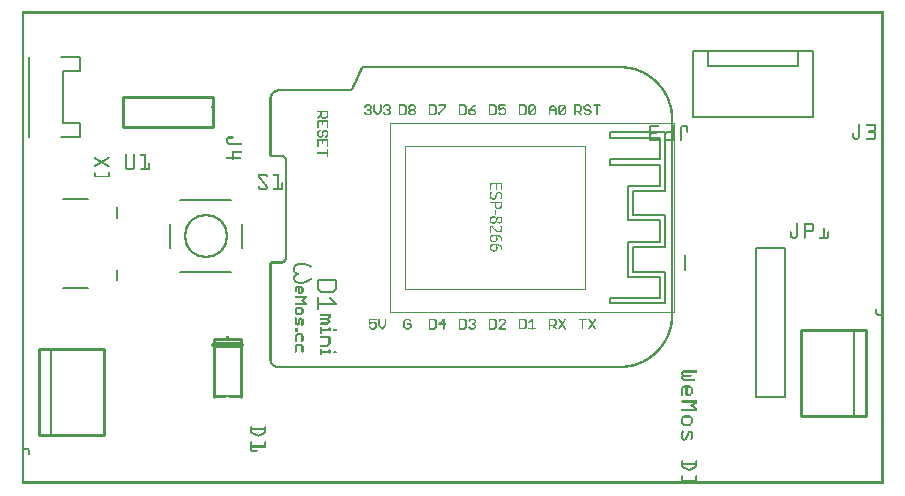
<source format=gto>
G04 MADE WITH FRITZING*
G04 WWW.FRITZING.ORG*
G04 DOUBLE SIDED*
G04 HOLES PLATED*
G04 CONTOUR ON CENTER OF CONTOUR VECTOR*
%ASAXBY*%
%FSLAX23Y23*%
%MOIN*%
%OFA0B0*%
%SFA1.0B1.0*%
%ADD10C,0.148000X0.132*%
%ADD11R,0.947653X0.632695X0.942097X0.627139*%
%ADD12C,0.002778*%
%ADD13R,0.602764X0.477764X0.597208X0.472208*%
%ADD14C,0.010000*%
%ADD15C,0.005000*%
%ADD16C,0.020000*%
%ADD17C,0.008000*%
%ADD18R,0.001000X0.001000*%
%LNSILK1*%
G90*
G70*
G54D10*
X614Y828D03*
G54D12*
X1228Y1204D02*
X2173Y1204D01*
X2173Y574D01*
X1228Y574D01*
X1228Y1204D01*
D02*
X1277Y1126D02*
X1877Y1126D01*
X1877Y651D01*
X1277Y651D01*
X1277Y1126D01*
D02*
G54D14*
X274Y165D02*
X274Y451D01*
D02*
X274Y451D02*
X58Y451D01*
D02*
X58Y451D02*
X58Y165D01*
D02*
X58Y165D02*
X274Y165D01*
G54D15*
D02*
X98Y451D02*
X98Y165D01*
G54D14*
D02*
X2598Y513D02*
X2598Y227D01*
D02*
X2598Y227D02*
X2814Y227D01*
D02*
X2814Y227D02*
X2814Y513D01*
D02*
X2814Y513D02*
X2598Y513D01*
G54D15*
D02*
X2774Y227D02*
X2774Y513D01*
G54D14*
D02*
X731Y485D02*
X731Y290D01*
D02*
X641Y290D02*
X641Y485D01*
D02*
X641Y485D02*
X731Y485D01*
G54D16*
D02*
X641Y465D02*
X731Y465D01*
G54D17*
D02*
X137Y951D02*
X220Y951D01*
D02*
X318Y924D02*
X318Y888D01*
D02*
X318Y715D02*
X318Y680D01*
D02*
X220Y652D02*
X137Y652D01*
D02*
X131Y1424D02*
X194Y1424D01*
D02*
X194Y1424D02*
X194Y1377D01*
D02*
X194Y1156D02*
X194Y1203D01*
D02*
X131Y1156D02*
X194Y1156D01*
D02*
X25Y1424D02*
X25Y1156D01*
D02*
X194Y1377D02*
X139Y1377D01*
D02*
X139Y1377D02*
X139Y1203D01*
D02*
X139Y1203D02*
X194Y1203D01*
D02*
X2211Y764D02*
X2211Y714D01*
D02*
X2447Y787D02*
X2545Y787D01*
D02*
X2545Y787D02*
X2545Y291D01*
D02*
X2545Y291D02*
X2447Y291D01*
D02*
X2447Y291D02*
X2447Y787D01*
G54D15*
D02*
X2636Y1224D02*
X2636Y1444D01*
D02*
X2236Y1224D02*
X2236Y1444D01*
D02*
X2236Y1224D02*
X2636Y1224D01*
D02*
X2236Y1444D02*
X2286Y1444D01*
D02*
X2286Y1444D02*
X2586Y1444D01*
D02*
X2586Y1444D02*
X2636Y1444D01*
D02*
X2586Y1444D02*
X2586Y1394D01*
D02*
X2586Y1394D02*
X2286Y1394D01*
D02*
X2286Y1394D02*
X2286Y1444D01*
G54D14*
D02*
X636Y1289D02*
X336Y1289D01*
D02*
X336Y1289D02*
X336Y1189D01*
D02*
X336Y1189D02*
X636Y1189D01*
D02*
X636Y1189D02*
X636Y1289D01*
G54D17*
D02*
X699Y948D02*
X529Y948D01*
D02*
X529Y708D02*
X699Y708D01*
D02*
X734Y867D02*
X734Y788D01*
D02*
X494Y868D02*
X494Y788D01*
X1960Y602D02*
X1960Y619D01*
X2127Y619D01*
X2127Y690D01*
X2020Y690D01*
X2020Y806D01*
X2127Y806D01*
X2127Y879D01*
X2020Y879D01*
X2020Y994D01*
X2127Y994D01*
X2127Y1065D01*
X1960Y1065D01*
X1960Y1082D01*
X2127Y1082D01*
X2127Y1152D01*
X1960Y1152D01*
X1960Y1175D01*
X2144Y1175D01*
X2144Y977D01*
X2037Y977D01*
X2037Y896D01*
X2144Y896D01*
X2144Y789D01*
X2037Y789D01*
X2037Y707D01*
X2144Y707D01*
X2144Y602D01*
X1960Y602D01*
D02*
G54D18*
X0Y1575D02*
X2873Y1575D01*
X0Y1574D02*
X2873Y1574D01*
X0Y1573D02*
X2873Y1573D01*
X0Y1572D02*
X2873Y1572D01*
X0Y1571D02*
X2873Y1571D01*
X0Y1570D02*
X2873Y1570D01*
X0Y1569D02*
X2873Y1569D01*
X0Y1568D02*
X2873Y1568D01*
X0Y1567D02*
X7Y1567D01*
X2866Y1567D02*
X2873Y1567D01*
X0Y1566D02*
X7Y1566D01*
X2866Y1566D02*
X2873Y1566D01*
X0Y1565D02*
X7Y1565D01*
X2866Y1565D02*
X2873Y1565D01*
X0Y1564D02*
X7Y1564D01*
X2866Y1564D02*
X2873Y1564D01*
X0Y1563D02*
X7Y1563D01*
X2866Y1563D02*
X2873Y1563D01*
X0Y1562D02*
X7Y1562D01*
X2866Y1562D02*
X2873Y1562D01*
X0Y1561D02*
X7Y1561D01*
X2866Y1561D02*
X2873Y1561D01*
X0Y1560D02*
X7Y1560D01*
X2866Y1560D02*
X2873Y1560D01*
X0Y1559D02*
X7Y1559D01*
X2866Y1559D02*
X2873Y1559D01*
X0Y1558D02*
X7Y1558D01*
X2866Y1558D02*
X2873Y1558D01*
X0Y1557D02*
X7Y1557D01*
X2866Y1557D02*
X2873Y1557D01*
X0Y1556D02*
X7Y1556D01*
X2866Y1556D02*
X2873Y1556D01*
X0Y1555D02*
X7Y1555D01*
X2866Y1555D02*
X2873Y1555D01*
X0Y1554D02*
X7Y1554D01*
X2866Y1554D02*
X2873Y1554D01*
X0Y1553D02*
X7Y1553D01*
X2866Y1553D02*
X2873Y1553D01*
X0Y1552D02*
X7Y1552D01*
X2866Y1552D02*
X2873Y1552D01*
X0Y1551D02*
X7Y1551D01*
X2866Y1551D02*
X2873Y1551D01*
X0Y1550D02*
X7Y1550D01*
X2866Y1550D02*
X2873Y1550D01*
X0Y1549D02*
X7Y1549D01*
X2866Y1549D02*
X2873Y1549D01*
X0Y1548D02*
X7Y1548D01*
X2866Y1548D02*
X2873Y1548D01*
X0Y1547D02*
X7Y1547D01*
X2866Y1547D02*
X2873Y1547D01*
X0Y1546D02*
X7Y1546D01*
X2866Y1546D02*
X2873Y1546D01*
X0Y1545D02*
X7Y1545D01*
X2866Y1545D02*
X2873Y1545D01*
X0Y1544D02*
X7Y1544D01*
X2866Y1544D02*
X2873Y1544D01*
X0Y1543D02*
X7Y1543D01*
X2866Y1543D02*
X2873Y1543D01*
X0Y1542D02*
X7Y1542D01*
X2866Y1542D02*
X2873Y1542D01*
X0Y1541D02*
X7Y1541D01*
X2866Y1541D02*
X2873Y1541D01*
X0Y1540D02*
X7Y1540D01*
X2866Y1540D02*
X2873Y1540D01*
X0Y1539D02*
X7Y1539D01*
X2866Y1539D02*
X2873Y1539D01*
X0Y1538D02*
X7Y1538D01*
X2866Y1538D02*
X2873Y1538D01*
X0Y1537D02*
X7Y1537D01*
X2866Y1537D02*
X2873Y1537D01*
X0Y1536D02*
X7Y1536D01*
X2866Y1536D02*
X2873Y1536D01*
X0Y1535D02*
X7Y1535D01*
X2866Y1535D02*
X2873Y1535D01*
X0Y1534D02*
X7Y1534D01*
X2866Y1534D02*
X2873Y1534D01*
X0Y1533D02*
X7Y1533D01*
X2866Y1533D02*
X2873Y1533D01*
X0Y1532D02*
X7Y1532D01*
X2866Y1532D02*
X2873Y1532D01*
X0Y1531D02*
X7Y1531D01*
X2866Y1531D02*
X2873Y1531D01*
X0Y1530D02*
X7Y1530D01*
X2866Y1530D02*
X2873Y1530D01*
X0Y1529D02*
X7Y1529D01*
X2866Y1529D02*
X2873Y1529D01*
X0Y1528D02*
X7Y1528D01*
X2866Y1528D02*
X2873Y1528D01*
X0Y1527D02*
X7Y1527D01*
X2866Y1527D02*
X2873Y1527D01*
X0Y1526D02*
X7Y1526D01*
X2866Y1526D02*
X2873Y1526D01*
X0Y1525D02*
X7Y1525D01*
X2866Y1525D02*
X2873Y1525D01*
X0Y1524D02*
X7Y1524D01*
X2866Y1524D02*
X2873Y1524D01*
X0Y1523D02*
X7Y1523D01*
X2866Y1523D02*
X2873Y1523D01*
X0Y1522D02*
X7Y1522D01*
X2866Y1522D02*
X2873Y1522D01*
X0Y1521D02*
X7Y1521D01*
X2866Y1521D02*
X2873Y1521D01*
X0Y1520D02*
X7Y1520D01*
X2866Y1520D02*
X2873Y1520D01*
X0Y1519D02*
X7Y1519D01*
X2866Y1519D02*
X2873Y1519D01*
X0Y1518D02*
X7Y1518D01*
X2866Y1518D02*
X2873Y1518D01*
X0Y1517D02*
X7Y1517D01*
X2866Y1517D02*
X2873Y1517D01*
X0Y1516D02*
X7Y1516D01*
X2866Y1516D02*
X2873Y1516D01*
X0Y1515D02*
X7Y1515D01*
X2866Y1515D02*
X2873Y1515D01*
X0Y1514D02*
X7Y1514D01*
X2866Y1514D02*
X2873Y1514D01*
X0Y1513D02*
X7Y1513D01*
X2866Y1513D02*
X2873Y1513D01*
X0Y1512D02*
X7Y1512D01*
X2866Y1512D02*
X2873Y1512D01*
X0Y1511D02*
X7Y1511D01*
X2866Y1511D02*
X2873Y1511D01*
X0Y1510D02*
X7Y1510D01*
X2866Y1510D02*
X2873Y1510D01*
X0Y1509D02*
X7Y1509D01*
X2866Y1509D02*
X2873Y1509D01*
X0Y1508D02*
X7Y1508D01*
X2866Y1508D02*
X2873Y1508D01*
X0Y1507D02*
X7Y1507D01*
X2866Y1507D02*
X2873Y1507D01*
X0Y1506D02*
X7Y1506D01*
X2866Y1506D02*
X2873Y1506D01*
X0Y1505D02*
X7Y1505D01*
X2866Y1505D02*
X2873Y1505D01*
X0Y1504D02*
X7Y1504D01*
X2866Y1504D02*
X2873Y1504D01*
X0Y1503D02*
X7Y1503D01*
X2866Y1503D02*
X2873Y1503D01*
X0Y1502D02*
X7Y1502D01*
X2866Y1502D02*
X2873Y1502D01*
X0Y1501D02*
X7Y1501D01*
X2866Y1501D02*
X2873Y1501D01*
X0Y1500D02*
X7Y1500D01*
X2866Y1500D02*
X2873Y1500D01*
X0Y1499D02*
X7Y1499D01*
X2866Y1499D02*
X2873Y1499D01*
X0Y1498D02*
X7Y1498D01*
X2866Y1498D02*
X2873Y1498D01*
X0Y1497D02*
X7Y1497D01*
X2866Y1497D02*
X2873Y1497D01*
X0Y1496D02*
X7Y1496D01*
X2866Y1496D02*
X2873Y1496D01*
X0Y1495D02*
X7Y1495D01*
X2866Y1495D02*
X2873Y1495D01*
X0Y1494D02*
X7Y1494D01*
X2866Y1494D02*
X2873Y1494D01*
X0Y1493D02*
X7Y1493D01*
X2866Y1493D02*
X2873Y1493D01*
X0Y1492D02*
X7Y1492D01*
X2866Y1492D02*
X2873Y1492D01*
X0Y1491D02*
X7Y1491D01*
X2866Y1491D02*
X2873Y1491D01*
X0Y1490D02*
X7Y1490D01*
X2866Y1490D02*
X2873Y1490D01*
X0Y1489D02*
X7Y1489D01*
X2866Y1489D02*
X2873Y1489D01*
X0Y1488D02*
X7Y1488D01*
X2866Y1488D02*
X2873Y1488D01*
X0Y1487D02*
X7Y1487D01*
X2866Y1487D02*
X2873Y1487D01*
X0Y1486D02*
X7Y1486D01*
X2866Y1486D02*
X2873Y1486D01*
X0Y1485D02*
X7Y1485D01*
X2866Y1485D02*
X2873Y1485D01*
X0Y1484D02*
X7Y1484D01*
X2866Y1484D02*
X2873Y1484D01*
X0Y1483D02*
X7Y1483D01*
X2866Y1483D02*
X2873Y1483D01*
X0Y1482D02*
X7Y1482D01*
X2866Y1482D02*
X2873Y1482D01*
X0Y1481D02*
X7Y1481D01*
X2866Y1481D02*
X2873Y1481D01*
X0Y1480D02*
X7Y1480D01*
X2866Y1480D02*
X2873Y1480D01*
X0Y1479D02*
X7Y1479D01*
X2866Y1479D02*
X2873Y1479D01*
X0Y1478D02*
X7Y1478D01*
X2866Y1478D02*
X2873Y1478D01*
X0Y1477D02*
X7Y1477D01*
X2866Y1477D02*
X2873Y1477D01*
X0Y1476D02*
X7Y1476D01*
X2866Y1476D02*
X2873Y1476D01*
X0Y1475D02*
X7Y1475D01*
X2866Y1475D02*
X2873Y1475D01*
X0Y1474D02*
X7Y1474D01*
X2866Y1474D02*
X2873Y1474D01*
X0Y1473D02*
X7Y1473D01*
X2866Y1473D02*
X2873Y1473D01*
X0Y1472D02*
X7Y1472D01*
X2866Y1472D02*
X2873Y1472D01*
X0Y1471D02*
X7Y1471D01*
X2866Y1471D02*
X2873Y1471D01*
X0Y1470D02*
X7Y1470D01*
X2866Y1470D02*
X2873Y1470D01*
X0Y1469D02*
X7Y1469D01*
X2866Y1469D02*
X2873Y1469D01*
X0Y1468D02*
X7Y1468D01*
X2866Y1468D02*
X2873Y1468D01*
X0Y1467D02*
X7Y1467D01*
X2866Y1467D02*
X2873Y1467D01*
X0Y1466D02*
X7Y1466D01*
X2866Y1466D02*
X2873Y1466D01*
X0Y1465D02*
X7Y1465D01*
X2866Y1465D02*
X2873Y1465D01*
X0Y1464D02*
X7Y1464D01*
X2866Y1464D02*
X2873Y1464D01*
X0Y1463D02*
X7Y1463D01*
X2866Y1463D02*
X2873Y1463D01*
X0Y1462D02*
X7Y1462D01*
X2866Y1462D02*
X2873Y1462D01*
X0Y1461D02*
X7Y1461D01*
X2866Y1461D02*
X2873Y1461D01*
X0Y1460D02*
X7Y1460D01*
X2866Y1460D02*
X2873Y1460D01*
X0Y1459D02*
X7Y1459D01*
X2866Y1459D02*
X2873Y1459D01*
X0Y1458D02*
X7Y1458D01*
X2866Y1458D02*
X2873Y1458D01*
X0Y1457D02*
X7Y1457D01*
X2866Y1457D02*
X2873Y1457D01*
X0Y1456D02*
X7Y1456D01*
X2866Y1456D02*
X2873Y1456D01*
X0Y1455D02*
X7Y1455D01*
X2866Y1455D02*
X2873Y1455D01*
X0Y1454D02*
X7Y1454D01*
X2866Y1454D02*
X2873Y1454D01*
X0Y1453D02*
X7Y1453D01*
X2866Y1453D02*
X2873Y1453D01*
X0Y1452D02*
X7Y1452D01*
X2866Y1452D02*
X2873Y1452D01*
X0Y1451D02*
X7Y1451D01*
X2866Y1451D02*
X2873Y1451D01*
X0Y1450D02*
X7Y1450D01*
X2866Y1450D02*
X2873Y1450D01*
X0Y1449D02*
X7Y1449D01*
X2866Y1449D02*
X2873Y1449D01*
X0Y1448D02*
X7Y1448D01*
X2866Y1448D02*
X2873Y1448D01*
X0Y1447D02*
X7Y1447D01*
X2866Y1447D02*
X2873Y1447D01*
X0Y1446D02*
X7Y1446D01*
X2866Y1446D02*
X2873Y1446D01*
X0Y1445D02*
X7Y1445D01*
X2866Y1445D02*
X2873Y1445D01*
X0Y1444D02*
X7Y1444D01*
X2866Y1444D02*
X2873Y1444D01*
X0Y1443D02*
X7Y1443D01*
X2866Y1443D02*
X2873Y1443D01*
X0Y1442D02*
X7Y1442D01*
X2866Y1442D02*
X2873Y1442D01*
X0Y1441D02*
X7Y1441D01*
X2866Y1441D02*
X2873Y1441D01*
X0Y1440D02*
X7Y1440D01*
X2866Y1440D02*
X2873Y1440D01*
X0Y1439D02*
X7Y1439D01*
X2866Y1439D02*
X2873Y1439D01*
X0Y1438D02*
X7Y1438D01*
X2866Y1438D02*
X2873Y1438D01*
X0Y1437D02*
X7Y1437D01*
X2866Y1437D02*
X2873Y1437D01*
X0Y1436D02*
X7Y1436D01*
X2866Y1436D02*
X2873Y1436D01*
X0Y1435D02*
X7Y1435D01*
X2866Y1435D02*
X2873Y1435D01*
X0Y1434D02*
X7Y1434D01*
X2866Y1434D02*
X2873Y1434D01*
X0Y1433D02*
X7Y1433D01*
X2866Y1433D02*
X2873Y1433D01*
X0Y1432D02*
X7Y1432D01*
X2866Y1432D02*
X2873Y1432D01*
X0Y1431D02*
X7Y1431D01*
X2866Y1431D02*
X2873Y1431D01*
X0Y1430D02*
X7Y1430D01*
X2866Y1430D02*
X2873Y1430D01*
X0Y1429D02*
X7Y1429D01*
X2866Y1429D02*
X2873Y1429D01*
X0Y1428D02*
X7Y1428D01*
X2866Y1428D02*
X2873Y1428D01*
X0Y1427D02*
X7Y1427D01*
X2866Y1427D02*
X2873Y1427D01*
X0Y1426D02*
X7Y1426D01*
X2866Y1426D02*
X2873Y1426D01*
X0Y1425D02*
X7Y1425D01*
X2866Y1425D02*
X2873Y1425D01*
X0Y1424D02*
X7Y1424D01*
X2866Y1424D02*
X2873Y1424D01*
X0Y1423D02*
X7Y1423D01*
X2866Y1423D02*
X2873Y1423D01*
X0Y1422D02*
X7Y1422D01*
X2866Y1422D02*
X2873Y1422D01*
X0Y1421D02*
X7Y1421D01*
X2866Y1421D02*
X2873Y1421D01*
X0Y1420D02*
X7Y1420D01*
X2866Y1420D02*
X2873Y1420D01*
X0Y1419D02*
X7Y1419D01*
X2866Y1419D02*
X2873Y1419D01*
X0Y1418D02*
X7Y1418D01*
X2866Y1418D02*
X2873Y1418D01*
X0Y1417D02*
X7Y1417D01*
X2866Y1417D02*
X2873Y1417D01*
X0Y1416D02*
X7Y1416D01*
X2866Y1416D02*
X2873Y1416D01*
X0Y1415D02*
X7Y1415D01*
X2866Y1415D02*
X2873Y1415D01*
X0Y1414D02*
X7Y1414D01*
X2866Y1414D02*
X2873Y1414D01*
X0Y1413D02*
X7Y1413D01*
X2866Y1413D02*
X2873Y1413D01*
X0Y1412D02*
X7Y1412D01*
X2866Y1412D02*
X2873Y1412D01*
X0Y1411D02*
X7Y1411D01*
X2866Y1411D02*
X2873Y1411D01*
X0Y1410D02*
X7Y1410D01*
X2866Y1410D02*
X2873Y1410D01*
X0Y1409D02*
X7Y1409D01*
X2866Y1409D02*
X2873Y1409D01*
X0Y1408D02*
X7Y1408D01*
X2866Y1408D02*
X2873Y1408D01*
X0Y1407D02*
X7Y1407D01*
X2866Y1407D02*
X2873Y1407D01*
X0Y1406D02*
X7Y1406D01*
X2866Y1406D02*
X2873Y1406D01*
X0Y1405D02*
X7Y1405D01*
X2866Y1405D02*
X2873Y1405D01*
X0Y1404D02*
X7Y1404D01*
X2866Y1404D02*
X2873Y1404D01*
X0Y1403D02*
X7Y1403D01*
X2866Y1403D02*
X2873Y1403D01*
X0Y1402D02*
X7Y1402D01*
X2866Y1402D02*
X2873Y1402D01*
X0Y1401D02*
X7Y1401D01*
X2866Y1401D02*
X2873Y1401D01*
X0Y1400D02*
X7Y1400D01*
X2866Y1400D02*
X2873Y1400D01*
X0Y1399D02*
X7Y1399D01*
X2866Y1399D02*
X2873Y1399D01*
X0Y1398D02*
X7Y1398D01*
X2866Y1398D02*
X2873Y1398D01*
X0Y1397D02*
X7Y1397D01*
X2866Y1397D02*
X2873Y1397D01*
X0Y1396D02*
X7Y1396D01*
X2866Y1396D02*
X2873Y1396D01*
X0Y1395D02*
X7Y1395D01*
X2866Y1395D02*
X2873Y1395D01*
X0Y1394D02*
X7Y1394D01*
X2866Y1394D02*
X2873Y1394D01*
X0Y1393D02*
X7Y1393D01*
X1136Y1393D02*
X2008Y1393D01*
X2866Y1393D02*
X2873Y1393D01*
X0Y1392D02*
X7Y1392D01*
X1134Y1392D02*
X2018Y1392D01*
X2866Y1392D02*
X2873Y1392D01*
X0Y1391D02*
X7Y1391D01*
X1133Y1391D02*
X2024Y1391D01*
X2866Y1391D02*
X2873Y1391D01*
X0Y1390D02*
X7Y1390D01*
X1132Y1390D02*
X2030Y1390D01*
X2866Y1390D02*
X2873Y1390D01*
X0Y1389D02*
X7Y1389D01*
X1131Y1389D02*
X2034Y1389D01*
X2866Y1389D02*
X2873Y1389D01*
X0Y1388D02*
X7Y1388D01*
X1131Y1388D02*
X2038Y1388D01*
X2866Y1388D02*
X2873Y1388D01*
X0Y1387D02*
X7Y1387D01*
X1130Y1387D02*
X2042Y1387D01*
X2866Y1387D02*
X2873Y1387D01*
X0Y1386D02*
X7Y1386D01*
X1130Y1386D02*
X2045Y1386D01*
X2866Y1386D02*
X2873Y1386D01*
X0Y1385D02*
X7Y1385D01*
X1129Y1385D02*
X1137Y1385D01*
X2009Y1385D02*
X2049Y1385D01*
X2866Y1385D02*
X2873Y1385D01*
X0Y1384D02*
X7Y1384D01*
X1129Y1384D02*
X1137Y1384D01*
X2018Y1384D02*
X2051Y1384D01*
X2866Y1384D02*
X2873Y1384D01*
X0Y1383D02*
X7Y1383D01*
X1129Y1383D02*
X1136Y1383D01*
X2024Y1383D02*
X2054Y1383D01*
X2866Y1383D02*
X2873Y1383D01*
X0Y1382D02*
X7Y1382D01*
X1128Y1382D02*
X1136Y1382D01*
X2030Y1382D02*
X2057Y1382D01*
X2866Y1382D02*
X2873Y1382D01*
X0Y1381D02*
X7Y1381D01*
X1128Y1381D02*
X1135Y1381D01*
X2034Y1381D02*
X2060Y1381D01*
X2866Y1381D02*
X2873Y1381D01*
X0Y1380D02*
X7Y1380D01*
X1127Y1380D02*
X1135Y1380D01*
X2038Y1380D02*
X2062Y1380D01*
X2866Y1380D02*
X2873Y1380D01*
X0Y1379D02*
X7Y1379D01*
X1127Y1379D02*
X1134Y1379D01*
X2042Y1379D02*
X2064Y1379D01*
X2866Y1379D02*
X2873Y1379D01*
X0Y1378D02*
X7Y1378D01*
X1126Y1378D02*
X1134Y1378D01*
X2045Y1378D02*
X2067Y1378D01*
X2866Y1378D02*
X2873Y1378D01*
X0Y1377D02*
X7Y1377D01*
X1126Y1377D02*
X1133Y1377D01*
X2048Y1377D02*
X2069Y1377D01*
X2866Y1377D02*
X2873Y1377D01*
X0Y1376D02*
X7Y1376D01*
X1125Y1376D02*
X1133Y1376D01*
X2051Y1376D02*
X2071Y1376D01*
X2866Y1376D02*
X2873Y1376D01*
X0Y1375D02*
X7Y1375D01*
X1125Y1375D02*
X1133Y1375D01*
X2054Y1375D02*
X2073Y1375D01*
X2866Y1375D02*
X2873Y1375D01*
X0Y1374D02*
X7Y1374D01*
X1124Y1374D02*
X1132Y1374D01*
X2057Y1374D02*
X2075Y1374D01*
X2866Y1374D02*
X2873Y1374D01*
X0Y1373D02*
X7Y1373D01*
X1124Y1373D02*
X1132Y1373D01*
X2059Y1373D02*
X2077Y1373D01*
X2866Y1373D02*
X2873Y1373D01*
X0Y1372D02*
X7Y1372D01*
X1123Y1372D02*
X1131Y1372D01*
X2061Y1372D02*
X2079Y1372D01*
X2866Y1372D02*
X2873Y1372D01*
X0Y1371D02*
X7Y1371D01*
X1123Y1371D02*
X1131Y1371D01*
X2064Y1371D02*
X2081Y1371D01*
X2866Y1371D02*
X2873Y1371D01*
X0Y1370D02*
X7Y1370D01*
X1123Y1370D02*
X1130Y1370D01*
X2066Y1370D02*
X2082Y1370D01*
X2866Y1370D02*
X2873Y1370D01*
X0Y1369D02*
X7Y1369D01*
X1122Y1369D02*
X1130Y1369D01*
X2068Y1369D02*
X2084Y1369D01*
X2866Y1369D02*
X2873Y1369D01*
X0Y1368D02*
X7Y1368D01*
X1122Y1368D02*
X1129Y1368D01*
X2070Y1368D02*
X2086Y1368D01*
X2866Y1368D02*
X2873Y1368D01*
X0Y1367D02*
X7Y1367D01*
X1121Y1367D02*
X1129Y1367D01*
X2072Y1367D02*
X2087Y1367D01*
X2866Y1367D02*
X2873Y1367D01*
X0Y1366D02*
X7Y1366D01*
X1121Y1366D02*
X1128Y1366D01*
X2074Y1366D02*
X2089Y1366D01*
X2866Y1366D02*
X2873Y1366D01*
X0Y1365D02*
X7Y1365D01*
X1120Y1365D02*
X1128Y1365D01*
X2076Y1365D02*
X2090Y1365D01*
X2866Y1365D02*
X2873Y1365D01*
X0Y1364D02*
X7Y1364D01*
X1120Y1364D02*
X1127Y1364D01*
X2078Y1364D02*
X2092Y1364D01*
X2866Y1364D02*
X2873Y1364D01*
X0Y1363D02*
X7Y1363D01*
X1119Y1363D02*
X1127Y1363D01*
X2079Y1363D02*
X2094Y1363D01*
X2866Y1363D02*
X2873Y1363D01*
X0Y1362D02*
X7Y1362D01*
X1119Y1362D02*
X1127Y1362D01*
X2081Y1362D02*
X2095Y1362D01*
X2866Y1362D02*
X2873Y1362D01*
X0Y1361D02*
X7Y1361D01*
X1118Y1361D02*
X1126Y1361D01*
X2083Y1361D02*
X2096Y1361D01*
X2866Y1361D02*
X2873Y1361D01*
X0Y1360D02*
X7Y1360D01*
X1118Y1360D02*
X1126Y1360D01*
X2084Y1360D02*
X2098Y1360D01*
X2866Y1360D02*
X2873Y1360D01*
X0Y1359D02*
X7Y1359D01*
X1117Y1359D02*
X1125Y1359D01*
X2086Y1359D02*
X2099Y1359D01*
X2866Y1359D02*
X2873Y1359D01*
X0Y1358D02*
X7Y1358D01*
X1117Y1358D02*
X1125Y1358D01*
X2088Y1358D02*
X2101Y1358D01*
X2866Y1358D02*
X2873Y1358D01*
X0Y1357D02*
X7Y1357D01*
X1117Y1357D02*
X1124Y1357D01*
X2089Y1357D02*
X2102Y1357D01*
X2866Y1357D02*
X2873Y1357D01*
X0Y1356D02*
X7Y1356D01*
X1116Y1356D02*
X1124Y1356D01*
X2091Y1356D02*
X2103Y1356D01*
X2866Y1356D02*
X2873Y1356D01*
X0Y1355D02*
X7Y1355D01*
X1116Y1355D02*
X1123Y1355D01*
X2092Y1355D02*
X2104Y1355D01*
X2866Y1355D02*
X2873Y1355D01*
X0Y1354D02*
X7Y1354D01*
X1115Y1354D02*
X1123Y1354D01*
X2093Y1354D02*
X2106Y1354D01*
X2866Y1354D02*
X2873Y1354D01*
X0Y1353D02*
X7Y1353D01*
X1115Y1353D02*
X1122Y1353D01*
X2095Y1353D02*
X2107Y1353D01*
X2866Y1353D02*
X2873Y1353D01*
X0Y1352D02*
X7Y1352D01*
X1114Y1352D02*
X1122Y1352D01*
X2096Y1352D02*
X2108Y1352D01*
X2866Y1352D02*
X2873Y1352D01*
X0Y1351D02*
X7Y1351D01*
X1114Y1351D02*
X1122Y1351D01*
X2098Y1351D02*
X2109Y1351D01*
X2866Y1351D02*
X2873Y1351D01*
X0Y1350D02*
X7Y1350D01*
X1113Y1350D02*
X1121Y1350D01*
X2099Y1350D02*
X2110Y1350D01*
X2866Y1350D02*
X2873Y1350D01*
X0Y1349D02*
X7Y1349D01*
X1113Y1349D02*
X1121Y1349D01*
X2100Y1349D02*
X2111Y1349D01*
X2866Y1349D02*
X2873Y1349D01*
X0Y1348D02*
X7Y1348D01*
X1112Y1348D02*
X1120Y1348D01*
X2101Y1348D02*
X2113Y1348D01*
X2866Y1348D02*
X2873Y1348D01*
X0Y1347D02*
X7Y1347D01*
X1112Y1347D02*
X1120Y1347D01*
X2103Y1347D02*
X2114Y1347D01*
X2866Y1347D02*
X2873Y1347D01*
X0Y1346D02*
X7Y1346D01*
X1111Y1346D02*
X1119Y1346D01*
X2104Y1346D02*
X2115Y1346D01*
X2866Y1346D02*
X2873Y1346D01*
X0Y1345D02*
X7Y1345D01*
X1111Y1345D02*
X1119Y1345D01*
X2105Y1345D02*
X2116Y1345D01*
X2866Y1345D02*
X2873Y1345D01*
X0Y1344D02*
X7Y1344D01*
X1111Y1344D02*
X1118Y1344D01*
X2106Y1344D02*
X2117Y1344D01*
X2866Y1344D02*
X2873Y1344D01*
X0Y1343D02*
X7Y1343D01*
X1110Y1343D02*
X1118Y1343D01*
X2107Y1343D02*
X2118Y1343D01*
X2866Y1343D02*
X2873Y1343D01*
X0Y1342D02*
X7Y1342D01*
X1110Y1342D02*
X1117Y1342D01*
X2108Y1342D02*
X2119Y1342D01*
X2866Y1342D02*
X2873Y1342D01*
X0Y1341D02*
X7Y1341D01*
X1109Y1341D02*
X1117Y1341D01*
X2110Y1341D02*
X2120Y1341D01*
X2866Y1341D02*
X2873Y1341D01*
X0Y1340D02*
X7Y1340D01*
X1109Y1340D02*
X1116Y1340D01*
X2111Y1340D02*
X2121Y1340D01*
X2866Y1340D02*
X2873Y1340D01*
X0Y1339D02*
X7Y1339D01*
X1108Y1339D02*
X1116Y1339D01*
X2112Y1339D02*
X2122Y1339D01*
X2866Y1339D02*
X2873Y1339D01*
X0Y1338D02*
X7Y1338D01*
X1108Y1338D02*
X1116Y1338D01*
X2113Y1338D02*
X2123Y1338D01*
X2866Y1338D02*
X2873Y1338D01*
X0Y1337D02*
X7Y1337D01*
X1107Y1337D02*
X1115Y1337D01*
X2114Y1337D02*
X2124Y1337D01*
X2866Y1337D02*
X2873Y1337D01*
X0Y1336D02*
X7Y1336D01*
X1107Y1336D02*
X1115Y1336D01*
X2115Y1336D02*
X2125Y1336D01*
X2866Y1336D02*
X2873Y1336D01*
X0Y1335D02*
X7Y1335D01*
X1106Y1335D02*
X1114Y1335D01*
X2116Y1335D02*
X2126Y1335D01*
X2866Y1335D02*
X2873Y1335D01*
X0Y1334D02*
X7Y1334D01*
X1106Y1334D02*
X1114Y1334D01*
X2117Y1334D02*
X2127Y1334D01*
X2866Y1334D02*
X2873Y1334D01*
X0Y1333D02*
X7Y1333D01*
X1105Y1333D02*
X1113Y1333D01*
X2118Y1333D02*
X2127Y1333D01*
X2866Y1333D02*
X2873Y1333D01*
X0Y1332D02*
X7Y1332D01*
X1105Y1332D02*
X1113Y1332D01*
X2119Y1332D02*
X2128Y1332D01*
X2866Y1332D02*
X2873Y1332D01*
X0Y1331D02*
X7Y1331D01*
X1105Y1331D02*
X1112Y1331D01*
X2120Y1331D02*
X2129Y1331D01*
X2866Y1331D02*
X2873Y1331D01*
X0Y1330D02*
X7Y1330D01*
X1104Y1330D02*
X1112Y1330D01*
X2120Y1330D02*
X2130Y1330D01*
X2866Y1330D02*
X2873Y1330D01*
X0Y1329D02*
X7Y1329D01*
X1104Y1329D02*
X1111Y1329D01*
X2121Y1329D02*
X2131Y1329D01*
X2866Y1329D02*
X2873Y1329D01*
X0Y1328D02*
X7Y1328D01*
X1103Y1328D02*
X1111Y1328D01*
X2122Y1328D02*
X2132Y1328D01*
X2866Y1328D02*
X2873Y1328D01*
X0Y1327D02*
X7Y1327D01*
X1103Y1327D02*
X1110Y1327D01*
X2123Y1327D02*
X2132Y1327D01*
X2866Y1327D02*
X2873Y1327D01*
X0Y1326D02*
X7Y1326D01*
X1102Y1326D02*
X1110Y1326D01*
X2124Y1326D02*
X2133Y1326D01*
X2866Y1326D02*
X2873Y1326D01*
X0Y1325D02*
X7Y1325D01*
X1102Y1325D02*
X1110Y1325D01*
X2125Y1325D02*
X2134Y1325D01*
X2866Y1325D02*
X2873Y1325D01*
X0Y1324D02*
X7Y1324D01*
X1101Y1324D02*
X1109Y1324D01*
X2126Y1324D02*
X2135Y1324D01*
X2866Y1324D02*
X2873Y1324D01*
X0Y1323D02*
X7Y1323D01*
X1101Y1323D02*
X1109Y1323D01*
X2126Y1323D02*
X2136Y1323D01*
X2866Y1323D02*
X2873Y1323D01*
X0Y1322D02*
X7Y1322D01*
X1100Y1322D02*
X1108Y1322D01*
X2127Y1322D02*
X2136Y1322D01*
X2866Y1322D02*
X2873Y1322D01*
X0Y1321D02*
X7Y1321D01*
X1100Y1321D02*
X1108Y1321D01*
X2128Y1321D02*
X2137Y1321D01*
X2866Y1321D02*
X2873Y1321D01*
X0Y1320D02*
X7Y1320D01*
X1099Y1320D02*
X1107Y1320D01*
X2129Y1320D02*
X2138Y1320D01*
X2866Y1320D02*
X2873Y1320D01*
X0Y1319D02*
X7Y1319D01*
X1099Y1319D02*
X1107Y1319D01*
X2130Y1319D02*
X2138Y1319D01*
X2866Y1319D02*
X2873Y1319D01*
X0Y1318D02*
X7Y1318D01*
X1098Y1318D02*
X1106Y1318D01*
X2130Y1318D02*
X2139Y1318D01*
X2866Y1318D02*
X2873Y1318D01*
X0Y1317D02*
X7Y1317D01*
X1096Y1317D02*
X1106Y1317D01*
X2131Y1317D02*
X2140Y1317D01*
X2866Y1317D02*
X2873Y1317D01*
X0Y1316D02*
X7Y1316D01*
X854Y1316D02*
X1105Y1316D01*
X2132Y1316D02*
X2141Y1316D01*
X2866Y1316D02*
X2873Y1316D01*
X0Y1315D02*
X7Y1315D01*
X850Y1315D02*
X1105Y1315D01*
X2133Y1315D02*
X2141Y1315D01*
X2866Y1315D02*
X2873Y1315D01*
X0Y1314D02*
X7Y1314D01*
X847Y1314D02*
X1104Y1314D01*
X2133Y1314D02*
X2142Y1314D01*
X2866Y1314D02*
X2873Y1314D01*
X0Y1313D02*
X7Y1313D01*
X845Y1313D02*
X1103Y1313D01*
X2134Y1313D02*
X2143Y1313D01*
X2866Y1313D02*
X2873Y1313D01*
X0Y1312D02*
X7Y1312D01*
X843Y1312D02*
X1102Y1312D01*
X2135Y1312D02*
X2143Y1312D01*
X2866Y1312D02*
X2873Y1312D01*
X0Y1311D02*
X7Y1311D01*
X841Y1311D02*
X1101Y1311D01*
X2135Y1311D02*
X2144Y1311D01*
X2866Y1311D02*
X2873Y1311D01*
X0Y1310D02*
X7Y1310D01*
X840Y1310D02*
X1099Y1310D01*
X2136Y1310D02*
X2145Y1310D01*
X2866Y1310D02*
X2873Y1310D01*
X0Y1309D02*
X7Y1309D01*
X838Y1309D02*
X1097Y1309D01*
X2137Y1309D02*
X2145Y1309D01*
X2866Y1309D02*
X2873Y1309D01*
X0Y1308D02*
X7Y1308D01*
X837Y1308D02*
X854Y1308D01*
X2137Y1308D02*
X2146Y1308D01*
X2866Y1308D02*
X2873Y1308D01*
X0Y1307D02*
X7Y1307D01*
X836Y1307D02*
X850Y1307D01*
X2138Y1307D02*
X2146Y1307D01*
X2866Y1307D02*
X2873Y1307D01*
X0Y1306D02*
X7Y1306D01*
X835Y1306D02*
X848Y1306D01*
X2139Y1306D02*
X2147Y1306D01*
X2866Y1306D02*
X2873Y1306D01*
X0Y1305D02*
X7Y1305D01*
X834Y1305D02*
X846Y1305D01*
X2139Y1305D02*
X2148Y1305D01*
X2866Y1305D02*
X2873Y1305D01*
X0Y1304D02*
X7Y1304D01*
X833Y1304D02*
X844Y1304D01*
X2140Y1304D02*
X2148Y1304D01*
X2866Y1304D02*
X2873Y1304D01*
X0Y1303D02*
X7Y1303D01*
X832Y1303D02*
X843Y1303D01*
X2141Y1303D02*
X2149Y1303D01*
X2866Y1303D02*
X2873Y1303D01*
X0Y1302D02*
X7Y1302D01*
X832Y1302D02*
X841Y1302D01*
X2141Y1302D02*
X2149Y1302D01*
X2866Y1302D02*
X2873Y1302D01*
X0Y1301D02*
X7Y1301D01*
X831Y1301D02*
X840Y1301D01*
X2142Y1301D02*
X2150Y1301D01*
X2866Y1301D02*
X2873Y1301D01*
X0Y1300D02*
X7Y1300D01*
X830Y1300D02*
X839Y1300D01*
X2142Y1300D02*
X2150Y1300D01*
X2866Y1300D02*
X2873Y1300D01*
X0Y1299D02*
X7Y1299D01*
X830Y1299D02*
X838Y1299D01*
X2143Y1299D02*
X2151Y1299D01*
X2866Y1299D02*
X2873Y1299D01*
X0Y1298D02*
X7Y1298D01*
X829Y1298D02*
X838Y1298D01*
X2143Y1298D02*
X2151Y1298D01*
X2866Y1298D02*
X2873Y1298D01*
X0Y1297D02*
X7Y1297D01*
X829Y1297D02*
X837Y1297D01*
X2144Y1297D02*
X2152Y1297D01*
X2866Y1297D02*
X2873Y1297D01*
X0Y1296D02*
X7Y1296D01*
X828Y1296D02*
X836Y1296D01*
X2145Y1296D02*
X2152Y1296D01*
X2866Y1296D02*
X2873Y1296D01*
X0Y1295D02*
X7Y1295D01*
X828Y1295D02*
X836Y1295D01*
X2145Y1295D02*
X2153Y1295D01*
X2866Y1295D02*
X2873Y1295D01*
X0Y1294D02*
X7Y1294D01*
X827Y1294D02*
X835Y1294D01*
X2146Y1294D02*
X2153Y1294D01*
X2866Y1294D02*
X2873Y1294D01*
X0Y1293D02*
X7Y1293D01*
X827Y1293D02*
X835Y1293D01*
X2146Y1293D02*
X2154Y1293D01*
X2866Y1293D02*
X2873Y1293D01*
X0Y1292D02*
X7Y1292D01*
X827Y1292D02*
X834Y1292D01*
X2147Y1292D02*
X2154Y1292D01*
X2866Y1292D02*
X2873Y1292D01*
X0Y1291D02*
X7Y1291D01*
X603Y1291D02*
X603Y1291D01*
X827Y1291D02*
X834Y1291D01*
X2147Y1291D02*
X2155Y1291D01*
X2866Y1291D02*
X2873Y1291D01*
X0Y1290D02*
X7Y1290D01*
X602Y1290D02*
X604Y1290D01*
X827Y1290D02*
X834Y1290D01*
X2148Y1290D02*
X2155Y1290D01*
X2866Y1290D02*
X2873Y1290D01*
X0Y1289D02*
X7Y1289D01*
X601Y1289D02*
X605Y1289D01*
X826Y1289D02*
X833Y1289D01*
X2148Y1289D02*
X2156Y1289D01*
X2866Y1289D02*
X2873Y1289D01*
X0Y1288D02*
X7Y1288D01*
X600Y1288D02*
X606Y1288D01*
X826Y1288D02*
X833Y1288D01*
X2149Y1288D02*
X2156Y1288D01*
X2866Y1288D02*
X2873Y1288D01*
X0Y1287D02*
X7Y1287D01*
X601Y1287D02*
X607Y1287D01*
X826Y1287D02*
X833Y1287D01*
X2149Y1287D02*
X2157Y1287D01*
X2866Y1287D02*
X2873Y1287D01*
X0Y1286D02*
X7Y1286D01*
X602Y1286D02*
X608Y1286D01*
X826Y1286D02*
X833Y1286D01*
X2149Y1286D02*
X2157Y1286D01*
X2866Y1286D02*
X2873Y1286D01*
X0Y1285D02*
X7Y1285D01*
X603Y1285D02*
X609Y1285D01*
X826Y1285D02*
X833Y1285D01*
X2150Y1285D02*
X2158Y1285D01*
X2866Y1285D02*
X2873Y1285D01*
X0Y1284D02*
X7Y1284D01*
X604Y1284D02*
X610Y1284D01*
X826Y1284D02*
X833Y1284D01*
X2150Y1284D02*
X2158Y1284D01*
X2866Y1284D02*
X2873Y1284D01*
X0Y1283D02*
X7Y1283D01*
X826Y1283D02*
X833Y1283D01*
X2151Y1283D02*
X2158Y1283D01*
X2866Y1283D02*
X2873Y1283D01*
X0Y1282D02*
X7Y1282D01*
X826Y1282D02*
X833Y1282D01*
X2151Y1282D02*
X2159Y1282D01*
X2866Y1282D02*
X2873Y1282D01*
X0Y1281D02*
X7Y1281D01*
X826Y1281D02*
X833Y1281D01*
X2152Y1281D02*
X2159Y1281D01*
X2866Y1281D02*
X2873Y1281D01*
X0Y1280D02*
X7Y1280D01*
X826Y1280D02*
X833Y1280D01*
X2152Y1280D02*
X2160Y1280D01*
X2866Y1280D02*
X2873Y1280D01*
X0Y1279D02*
X7Y1279D01*
X826Y1279D02*
X833Y1279D01*
X2152Y1279D02*
X2160Y1279D01*
X2866Y1279D02*
X2873Y1279D01*
X0Y1278D02*
X7Y1278D01*
X826Y1278D02*
X833Y1278D01*
X2153Y1278D02*
X2160Y1278D01*
X2866Y1278D02*
X2873Y1278D01*
X0Y1277D02*
X7Y1277D01*
X826Y1277D02*
X833Y1277D01*
X2153Y1277D02*
X2161Y1277D01*
X2866Y1277D02*
X2873Y1277D01*
X0Y1276D02*
X7Y1276D01*
X826Y1276D02*
X833Y1276D01*
X2154Y1276D02*
X2161Y1276D01*
X2866Y1276D02*
X2873Y1276D01*
X0Y1275D02*
X7Y1275D01*
X826Y1275D02*
X833Y1275D01*
X2154Y1275D02*
X2161Y1275D01*
X2866Y1275D02*
X2873Y1275D01*
X0Y1274D02*
X7Y1274D01*
X826Y1274D02*
X833Y1274D01*
X2154Y1274D02*
X2162Y1274D01*
X2866Y1274D02*
X2873Y1274D01*
X0Y1273D02*
X7Y1273D01*
X826Y1273D02*
X833Y1273D01*
X2155Y1273D02*
X2162Y1273D01*
X2866Y1273D02*
X2873Y1273D01*
X0Y1272D02*
X7Y1272D01*
X826Y1272D02*
X833Y1272D01*
X2155Y1272D02*
X2162Y1272D01*
X2866Y1272D02*
X2873Y1272D01*
X0Y1271D02*
X7Y1271D01*
X826Y1271D02*
X833Y1271D01*
X2155Y1271D02*
X2163Y1271D01*
X2866Y1271D02*
X2873Y1271D01*
X0Y1270D02*
X7Y1270D01*
X826Y1270D02*
X833Y1270D01*
X2156Y1270D02*
X2163Y1270D01*
X2866Y1270D02*
X2873Y1270D01*
X0Y1269D02*
X7Y1269D01*
X826Y1269D02*
X833Y1269D01*
X2156Y1269D02*
X2163Y1269D01*
X2866Y1269D02*
X2873Y1269D01*
X0Y1268D02*
X7Y1268D01*
X826Y1268D02*
X833Y1268D01*
X2156Y1268D02*
X2164Y1268D01*
X2866Y1268D02*
X2873Y1268D01*
X0Y1267D02*
X7Y1267D01*
X826Y1267D02*
X833Y1267D01*
X2157Y1267D02*
X2164Y1267D01*
X2866Y1267D02*
X2873Y1267D01*
X0Y1266D02*
X7Y1266D01*
X826Y1266D02*
X833Y1266D01*
X2157Y1266D02*
X2164Y1266D01*
X2866Y1266D02*
X2873Y1266D01*
X0Y1265D02*
X7Y1265D01*
X826Y1265D02*
X833Y1265D01*
X1149Y1265D02*
X1160Y1265D01*
X1175Y1265D02*
X1176Y1265D01*
X1196Y1265D02*
X1196Y1265D01*
X1212Y1265D02*
X1224Y1265D01*
X1259Y1265D02*
X1276Y1265D01*
X1296Y1265D02*
X1307Y1265D01*
X1359Y1265D02*
X1376Y1265D01*
X1391Y1265D02*
X1413Y1265D01*
X1459Y1265D02*
X1476Y1265D01*
X1512Y1265D02*
X1512Y1265D01*
X1559Y1265D02*
X1576Y1265D01*
X1591Y1265D02*
X1612Y1265D01*
X1659Y1265D02*
X1676Y1265D01*
X1696Y1265D02*
X1707Y1265D01*
X1843Y1265D02*
X1860Y1265D01*
X1880Y1265D02*
X1892Y1265D01*
X1907Y1265D02*
X1928Y1265D01*
X2157Y1265D02*
X2165Y1265D01*
X2866Y1265D02*
X2873Y1265D01*
X0Y1264D02*
X7Y1264D01*
X630Y1264D02*
X630Y1264D01*
X826Y1264D02*
X833Y1264D01*
X1148Y1264D02*
X1162Y1264D01*
X1174Y1264D02*
X1177Y1264D01*
X1195Y1264D02*
X1198Y1264D01*
X1210Y1264D02*
X1225Y1264D01*
X1258Y1264D02*
X1277Y1264D01*
X1295Y1264D02*
X1309Y1264D01*
X1358Y1264D02*
X1377Y1264D01*
X1390Y1264D02*
X1414Y1264D01*
X1458Y1264D02*
X1477Y1264D01*
X1510Y1264D02*
X1514Y1264D01*
X1558Y1264D02*
X1577Y1264D01*
X1589Y1264D02*
X1614Y1264D01*
X1658Y1264D02*
X1677Y1264D01*
X1695Y1264D02*
X1709Y1264D01*
X1768Y1264D02*
X1771Y1264D01*
X1795Y1264D02*
X1808Y1264D01*
X1842Y1264D02*
X1862Y1264D01*
X1879Y1264D02*
X1893Y1264D01*
X1905Y1264D02*
X1929Y1264D01*
X2158Y1264D02*
X2165Y1264D01*
X2866Y1264D02*
X2873Y1264D01*
X0Y1263D02*
X7Y1263D01*
X630Y1263D02*
X631Y1263D01*
X826Y1263D02*
X833Y1263D01*
X1147Y1263D02*
X1162Y1263D01*
X1173Y1263D02*
X1178Y1263D01*
X1194Y1263D02*
X1198Y1263D01*
X1210Y1263D02*
X1226Y1263D01*
X1258Y1263D02*
X1278Y1263D01*
X1294Y1263D02*
X1309Y1263D01*
X1358Y1263D02*
X1378Y1263D01*
X1389Y1263D02*
X1414Y1263D01*
X1458Y1263D02*
X1478Y1263D01*
X1508Y1263D02*
X1514Y1263D01*
X1558Y1263D02*
X1578Y1263D01*
X1589Y1263D02*
X1614Y1263D01*
X1658Y1263D02*
X1678Y1263D01*
X1694Y1263D02*
X1709Y1263D01*
X1767Y1263D02*
X1772Y1263D01*
X1794Y1263D02*
X1809Y1263D01*
X1842Y1263D02*
X1862Y1263D01*
X1878Y1263D02*
X1894Y1263D01*
X1905Y1263D02*
X1930Y1263D01*
X2158Y1263D02*
X2165Y1263D01*
X2866Y1263D02*
X2873Y1263D01*
X0Y1262D02*
X7Y1262D01*
X630Y1262D02*
X632Y1262D01*
X826Y1262D02*
X833Y1262D01*
X1146Y1262D02*
X1163Y1262D01*
X1173Y1262D02*
X1178Y1262D01*
X1194Y1262D02*
X1199Y1262D01*
X1209Y1262D02*
X1227Y1262D01*
X1257Y1262D02*
X1279Y1262D01*
X1293Y1262D02*
X1310Y1262D01*
X1357Y1262D02*
X1379Y1262D01*
X1389Y1262D02*
X1414Y1262D01*
X1457Y1262D02*
X1479Y1262D01*
X1506Y1262D02*
X1514Y1262D01*
X1557Y1262D02*
X1579Y1262D01*
X1589Y1262D02*
X1614Y1262D01*
X1657Y1262D02*
X1679Y1262D01*
X1693Y1262D02*
X1710Y1262D01*
X1766Y1262D02*
X1773Y1262D01*
X1793Y1262D02*
X1810Y1262D01*
X1842Y1262D02*
X1863Y1262D01*
X1877Y1262D02*
X1895Y1262D01*
X1905Y1262D02*
X1930Y1262D01*
X2158Y1262D02*
X2166Y1262D01*
X2866Y1262D02*
X2873Y1262D01*
X0Y1261D02*
X7Y1261D01*
X630Y1261D02*
X633Y1261D01*
X826Y1261D02*
X833Y1261D01*
X1145Y1261D02*
X1164Y1261D01*
X1173Y1261D02*
X1178Y1261D01*
X1194Y1261D02*
X1199Y1261D01*
X1208Y1261D02*
X1227Y1261D01*
X1258Y1261D02*
X1280Y1261D01*
X1292Y1261D02*
X1311Y1261D01*
X1358Y1261D02*
X1380Y1261D01*
X1389Y1261D02*
X1414Y1261D01*
X1458Y1261D02*
X1480Y1261D01*
X1504Y1261D02*
X1514Y1261D01*
X1558Y1261D02*
X1580Y1261D01*
X1589Y1261D02*
X1614Y1261D01*
X1658Y1261D02*
X1680Y1261D01*
X1692Y1261D02*
X1711Y1261D01*
X1765Y1261D02*
X1774Y1261D01*
X1792Y1261D02*
X1812Y1261D01*
X1842Y1261D02*
X1864Y1261D01*
X1876Y1261D02*
X1896Y1261D01*
X1905Y1261D02*
X1930Y1261D01*
X2159Y1261D02*
X2166Y1261D01*
X2866Y1261D02*
X2873Y1261D01*
X0Y1260D02*
X7Y1260D01*
X630Y1260D02*
X634Y1260D01*
X826Y1260D02*
X833Y1260D01*
X1144Y1260D02*
X1165Y1260D01*
X1173Y1260D02*
X1178Y1260D01*
X1194Y1260D02*
X1199Y1260D01*
X1207Y1260D02*
X1228Y1260D01*
X1258Y1260D02*
X1281Y1260D01*
X1291Y1260D02*
X1312Y1260D01*
X1358Y1260D02*
X1381Y1260D01*
X1391Y1260D02*
X1414Y1260D01*
X1458Y1260D02*
X1481Y1260D01*
X1502Y1260D02*
X1513Y1260D01*
X1558Y1260D02*
X1581Y1260D01*
X1589Y1260D02*
X1613Y1260D01*
X1658Y1260D02*
X1681Y1260D01*
X1691Y1260D02*
X1713Y1260D01*
X1764Y1260D02*
X1776Y1260D01*
X1790Y1260D02*
X1813Y1260D01*
X1842Y1260D02*
X1865Y1260D01*
X1875Y1260D02*
X1897Y1260D01*
X1906Y1260D02*
X1929Y1260D01*
X2159Y1260D02*
X2166Y1260D01*
X2866Y1260D02*
X2873Y1260D01*
X0Y1259D02*
X7Y1259D01*
X630Y1259D02*
X635Y1259D01*
X826Y1259D02*
X833Y1259D01*
X1143Y1259D02*
X1150Y1259D01*
X1159Y1259D02*
X1167Y1259D01*
X1173Y1259D02*
X1178Y1259D01*
X1194Y1259D02*
X1199Y1259D01*
X1206Y1259D02*
X1212Y1259D01*
X1223Y1259D02*
X1229Y1259D01*
X1258Y1259D02*
X1262Y1259D01*
X1275Y1259D02*
X1282Y1259D01*
X1290Y1259D02*
X1297Y1259D01*
X1307Y1259D02*
X1314Y1259D01*
X1358Y1259D02*
X1362Y1259D01*
X1375Y1259D02*
X1382Y1259D01*
X1410Y1259D02*
X1414Y1259D01*
X1458Y1259D02*
X1462Y1259D01*
X1475Y1259D02*
X1482Y1259D01*
X1500Y1259D02*
X1511Y1259D01*
X1558Y1259D02*
X1562Y1259D01*
X1575Y1259D02*
X1582Y1259D01*
X1589Y1259D02*
X1594Y1259D01*
X1658Y1259D02*
X1662Y1259D01*
X1675Y1259D02*
X1682Y1259D01*
X1690Y1259D02*
X1697Y1259D01*
X1707Y1259D02*
X1714Y1259D01*
X1763Y1259D02*
X1777Y1259D01*
X1789Y1259D02*
X1798Y1259D01*
X1806Y1259D02*
X1814Y1259D01*
X1842Y1259D02*
X1847Y1259D01*
X1859Y1259D02*
X1867Y1259D01*
X1874Y1259D02*
X1881Y1259D01*
X1891Y1259D02*
X1898Y1259D01*
X1916Y1259D02*
X1920Y1259D01*
X2159Y1259D02*
X2166Y1259D01*
X2866Y1259D02*
X2873Y1259D01*
X0Y1258D02*
X7Y1258D01*
X630Y1258D02*
X636Y1258D01*
X826Y1258D02*
X833Y1258D01*
X1142Y1258D02*
X1149Y1258D01*
X1160Y1258D02*
X1167Y1258D01*
X1173Y1258D02*
X1178Y1258D01*
X1194Y1258D02*
X1199Y1258D01*
X1205Y1258D02*
X1211Y1258D01*
X1224Y1258D02*
X1230Y1258D01*
X1258Y1258D02*
X1262Y1258D01*
X1276Y1258D02*
X1283Y1258D01*
X1289Y1258D02*
X1296Y1258D01*
X1308Y1258D02*
X1314Y1258D01*
X1358Y1258D02*
X1362Y1258D01*
X1376Y1258D02*
X1383Y1258D01*
X1409Y1258D02*
X1414Y1258D01*
X1458Y1258D02*
X1462Y1258D01*
X1476Y1258D02*
X1483Y1258D01*
X1500Y1258D02*
X1509Y1258D01*
X1558Y1258D02*
X1562Y1258D01*
X1576Y1258D02*
X1583Y1258D01*
X1589Y1258D02*
X1594Y1258D01*
X1658Y1258D02*
X1662Y1258D01*
X1676Y1258D02*
X1683Y1258D01*
X1689Y1258D02*
X1696Y1258D01*
X1708Y1258D02*
X1714Y1258D01*
X1762Y1258D02*
X1778Y1258D01*
X1789Y1258D02*
X1796Y1258D01*
X1807Y1258D02*
X1814Y1258D01*
X1842Y1258D02*
X1847Y1258D01*
X1860Y1258D02*
X1867Y1258D01*
X1873Y1258D02*
X1880Y1258D01*
X1892Y1258D02*
X1898Y1258D01*
X1916Y1258D02*
X1920Y1258D01*
X2159Y1258D02*
X2167Y1258D01*
X2866Y1258D02*
X2873Y1258D01*
X0Y1257D02*
X7Y1257D01*
X631Y1257D02*
X637Y1257D01*
X826Y1257D02*
X833Y1257D01*
X1142Y1257D02*
X1148Y1257D01*
X1161Y1257D02*
X1167Y1257D01*
X1173Y1257D02*
X1178Y1257D01*
X1194Y1257D02*
X1199Y1257D01*
X1205Y1257D02*
X1210Y1257D01*
X1225Y1257D02*
X1230Y1257D01*
X1258Y1257D02*
X1262Y1257D01*
X1277Y1257D02*
X1283Y1257D01*
X1289Y1257D02*
X1295Y1257D01*
X1309Y1257D02*
X1314Y1257D01*
X1358Y1257D02*
X1362Y1257D01*
X1377Y1257D02*
X1383Y1257D01*
X1409Y1257D02*
X1414Y1257D01*
X1458Y1257D02*
X1462Y1257D01*
X1477Y1257D02*
X1483Y1257D01*
X1499Y1257D02*
X1507Y1257D01*
X1558Y1257D02*
X1562Y1257D01*
X1577Y1257D02*
X1583Y1257D01*
X1589Y1257D02*
X1594Y1257D01*
X1658Y1257D02*
X1662Y1257D01*
X1677Y1257D02*
X1683Y1257D01*
X1689Y1257D02*
X1695Y1257D01*
X1708Y1257D02*
X1715Y1257D01*
X1761Y1257D02*
X1768Y1257D01*
X1772Y1257D02*
X1779Y1257D01*
X1789Y1257D02*
X1795Y1257D01*
X1808Y1257D02*
X1815Y1257D01*
X1842Y1257D02*
X1847Y1257D01*
X1861Y1257D02*
X1867Y1257D01*
X1873Y1257D02*
X1879Y1257D01*
X1893Y1257D02*
X1899Y1257D01*
X1916Y1257D02*
X1920Y1257D01*
X2160Y1257D02*
X2167Y1257D01*
X2866Y1257D02*
X2873Y1257D01*
X0Y1256D02*
X7Y1256D01*
X632Y1256D02*
X637Y1256D01*
X826Y1256D02*
X833Y1256D01*
X1142Y1256D02*
X1147Y1256D01*
X1162Y1256D02*
X1167Y1256D01*
X1173Y1256D02*
X1178Y1256D01*
X1194Y1256D02*
X1199Y1256D01*
X1205Y1256D02*
X1209Y1256D01*
X1225Y1256D02*
X1230Y1256D01*
X1258Y1256D02*
X1262Y1256D01*
X1278Y1256D02*
X1283Y1256D01*
X1289Y1256D02*
X1294Y1256D01*
X1309Y1256D02*
X1314Y1256D01*
X1358Y1256D02*
X1362Y1256D01*
X1378Y1256D02*
X1383Y1256D01*
X1408Y1256D02*
X1414Y1256D01*
X1458Y1256D02*
X1462Y1256D01*
X1478Y1256D02*
X1483Y1256D01*
X1498Y1256D02*
X1506Y1256D01*
X1558Y1256D02*
X1562Y1256D01*
X1578Y1256D02*
X1583Y1256D01*
X1589Y1256D02*
X1594Y1256D01*
X1658Y1256D02*
X1662Y1256D01*
X1678Y1256D02*
X1683Y1256D01*
X1689Y1256D02*
X1694Y1256D01*
X1708Y1256D02*
X1714Y1256D01*
X1760Y1256D02*
X1767Y1256D01*
X1773Y1256D02*
X1780Y1256D01*
X1789Y1256D02*
X1794Y1256D01*
X1807Y1256D02*
X1814Y1256D01*
X1842Y1256D02*
X1847Y1256D01*
X1862Y1256D02*
X1867Y1256D01*
X1873Y1256D02*
X1878Y1256D01*
X1894Y1256D02*
X1898Y1256D01*
X1916Y1256D02*
X1920Y1256D01*
X2160Y1256D02*
X2167Y1256D01*
X2866Y1256D02*
X2873Y1256D01*
X0Y1255D02*
X7Y1255D01*
X633Y1255D02*
X636Y1255D01*
X826Y1255D02*
X833Y1255D01*
X1143Y1255D02*
X1146Y1255D01*
X1163Y1255D02*
X1167Y1255D01*
X1173Y1255D02*
X1178Y1255D01*
X1194Y1255D02*
X1199Y1255D01*
X1206Y1255D02*
X1208Y1255D01*
X1225Y1255D02*
X1230Y1255D01*
X1258Y1255D02*
X1262Y1255D01*
X1278Y1255D02*
X1283Y1255D01*
X1289Y1255D02*
X1294Y1255D01*
X1310Y1255D02*
X1314Y1255D01*
X1358Y1255D02*
X1362Y1255D01*
X1378Y1255D02*
X1383Y1255D01*
X1407Y1255D02*
X1414Y1255D01*
X1458Y1255D02*
X1462Y1255D01*
X1478Y1255D02*
X1483Y1255D01*
X1497Y1255D02*
X1504Y1255D01*
X1558Y1255D02*
X1562Y1255D01*
X1578Y1255D02*
X1583Y1255D01*
X1589Y1255D02*
X1594Y1255D01*
X1601Y1255D02*
X1608Y1255D01*
X1658Y1255D02*
X1662Y1255D01*
X1678Y1255D02*
X1683Y1255D01*
X1689Y1255D02*
X1694Y1255D01*
X1707Y1255D02*
X1714Y1255D01*
X1759Y1255D02*
X1766Y1255D01*
X1774Y1255D02*
X1781Y1255D01*
X1789Y1255D02*
X1794Y1255D01*
X1806Y1255D02*
X1814Y1255D01*
X1842Y1255D02*
X1847Y1255D01*
X1863Y1255D02*
X1867Y1255D01*
X1873Y1255D02*
X1878Y1255D01*
X1895Y1255D02*
X1898Y1255D01*
X1916Y1255D02*
X1920Y1255D01*
X2160Y1255D02*
X2167Y1255D01*
X2866Y1255D02*
X2873Y1255D01*
X0Y1254D02*
X7Y1254D01*
X634Y1254D02*
X635Y1254D01*
X826Y1254D02*
X833Y1254D01*
X1162Y1254D02*
X1167Y1254D01*
X1173Y1254D02*
X1178Y1254D01*
X1194Y1254D02*
X1199Y1254D01*
X1225Y1254D02*
X1230Y1254D01*
X1258Y1254D02*
X1262Y1254D01*
X1278Y1254D02*
X1283Y1254D01*
X1289Y1254D02*
X1294Y1254D01*
X1310Y1254D02*
X1314Y1254D01*
X1358Y1254D02*
X1362Y1254D01*
X1378Y1254D02*
X1383Y1254D01*
X1406Y1254D02*
X1412Y1254D01*
X1458Y1254D02*
X1462Y1254D01*
X1478Y1254D02*
X1483Y1254D01*
X1496Y1254D02*
X1503Y1254D01*
X1558Y1254D02*
X1562Y1254D01*
X1578Y1254D02*
X1583Y1254D01*
X1589Y1254D02*
X1594Y1254D01*
X1599Y1254D02*
X1609Y1254D01*
X1658Y1254D02*
X1662Y1254D01*
X1678Y1254D02*
X1683Y1254D01*
X1689Y1254D02*
X1694Y1254D01*
X1706Y1254D02*
X1714Y1254D01*
X1758Y1254D02*
X1765Y1254D01*
X1775Y1254D02*
X1782Y1254D01*
X1789Y1254D02*
X1794Y1254D01*
X1805Y1254D02*
X1814Y1254D01*
X1842Y1254D02*
X1847Y1254D01*
X1863Y1254D02*
X1867Y1254D01*
X1873Y1254D02*
X1878Y1254D01*
X1916Y1254D02*
X1920Y1254D01*
X2160Y1254D02*
X2167Y1254D01*
X2866Y1254D02*
X2873Y1254D01*
X0Y1253D02*
X7Y1253D01*
X826Y1253D02*
X833Y1253D01*
X1162Y1253D02*
X1167Y1253D01*
X1173Y1253D02*
X1178Y1253D01*
X1194Y1253D02*
X1199Y1253D01*
X1225Y1253D02*
X1230Y1253D01*
X1258Y1253D02*
X1262Y1253D01*
X1278Y1253D02*
X1283Y1253D01*
X1289Y1253D02*
X1294Y1253D01*
X1310Y1253D02*
X1314Y1253D01*
X1358Y1253D02*
X1362Y1253D01*
X1378Y1253D02*
X1383Y1253D01*
X1405Y1253D02*
X1411Y1253D01*
X1458Y1253D02*
X1462Y1253D01*
X1478Y1253D02*
X1483Y1253D01*
X1495Y1253D02*
X1502Y1253D01*
X1558Y1253D02*
X1562Y1253D01*
X1578Y1253D02*
X1583Y1253D01*
X1589Y1253D02*
X1594Y1253D01*
X1597Y1253D02*
X1610Y1253D01*
X1658Y1253D02*
X1662Y1253D01*
X1678Y1253D02*
X1683Y1253D01*
X1689Y1253D02*
X1694Y1253D01*
X1705Y1253D02*
X1714Y1253D01*
X1758Y1253D02*
X1764Y1253D01*
X1776Y1253D02*
X1783Y1253D01*
X1789Y1253D02*
X1794Y1253D01*
X1804Y1253D02*
X1814Y1253D01*
X1842Y1253D02*
X1847Y1253D01*
X1863Y1253D02*
X1867Y1253D01*
X1873Y1253D02*
X1878Y1253D01*
X1916Y1253D02*
X1920Y1253D01*
X2161Y1253D02*
X2168Y1253D01*
X2866Y1253D02*
X2873Y1253D01*
X0Y1252D02*
X7Y1252D01*
X826Y1252D02*
X833Y1252D01*
X1161Y1252D02*
X1167Y1252D01*
X1173Y1252D02*
X1178Y1252D01*
X1194Y1252D02*
X1199Y1252D01*
X1224Y1252D02*
X1230Y1252D01*
X1258Y1252D02*
X1262Y1252D01*
X1278Y1252D02*
X1283Y1252D01*
X1289Y1252D02*
X1294Y1252D01*
X1309Y1252D02*
X1314Y1252D01*
X1358Y1252D02*
X1362Y1252D01*
X1378Y1252D02*
X1383Y1252D01*
X1404Y1252D02*
X1410Y1252D01*
X1458Y1252D02*
X1462Y1252D01*
X1478Y1252D02*
X1483Y1252D01*
X1494Y1252D02*
X1501Y1252D01*
X1558Y1252D02*
X1562Y1252D01*
X1578Y1252D02*
X1583Y1252D01*
X1589Y1252D02*
X1611Y1252D01*
X1658Y1252D02*
X1662Y1252D01*
X1678Y1252D02*
X1683Y1252D01*
X1689Y1252D02*
X1694Y1252D01*
X1704Y1252D02*
X1714Y1252D01*
X1757Y1252D02*
X1763Y1252D01*
X1777Y1252D02*
X1783Y1252D01*
X1789Y1252D02*
X1794Y1252D01*
X1803Y1252D02*
X1814Y1252D01*
X1842Y1252D02*
X1847Y1252D01*
X1863Y1252D02*
X1867Y1252D01*
X1873Y1252D02*
X1879Y1252D01*
X1916Y1252D02*
X1920Y1252D01*
X2161Y1252D02*
X2168Y1252D01*
X2866Y1252D02*
X2873Y1252D01*
X0Y1251D02*
X7Y1251D01*
X826Y1251D02*
X833Y1251D01*
X1160Y1251D02*
X1167Y1251D01*
X1173Y1251D02*
X1178Y1251D01*
X1194Y1251D02*
X1199Y1251D01*
X1223Y1251D02*
X1230Y1251D01*
X1258Y1251D02*
X1262Y1251D01*
X1278Y1251D02*
X1283Y1251D01*
X1289Y1251D02*
X1295Y1251D01*
X1308Y1251D02*
X1314Y1251D01*
X1358Y1251D02*
X1362Y1251D01*
X1378Y1251D02*
X1383Y1251D01*
X1403Y1251D02*
X1409Y1251D01*
X1458Y1251D02*
X1462Y1251D01*
X1478Y1251D02*
X1483Y1251D01*
X1493Y1251D02*
X1500Y1251D01*
X1558Y1251D02*
X1562Y1251D01*
X1578Y1251D02*
X1583Y1251D01*
X1589Y1251D02*
X1612Y1251D01*
X1658Y1251D02*
X1662Y1251D01*
X1678Y1251D02*
X1683Y1251D01*
X1689Y1251D02*
X1694Y1251D01*
X1703Y1251D02*
X1714Y1251D01*
X1758Y1251D02*
X1763Y1251D01*
X1778Y1251D02*
X1783Y1251D01*
X1789Y1251D02*
X1794Y1251D01*
X1802Y1251D02*
X1814Y1251D01*
X1842Y1251D02*
X1847Y1251D01*
X1863Y1251D02*
X1867Y1251D01*
X1873Y1251D02*
X1880Y1251D01*
X1916Y1251D02*
X1920Y1251D01*
X2161Y1251D02*
X2168Y1251D01*
X2866Y1251D02*
X2873Y1251D01*
X0Y1250D02*
X7Y1250D01*
X826Y1250D02*
X833Y1250D01*
X1158Y1250D02*
X1166Y1250D01*
X1173Y1250D02*
X1178Y1250D01*
X1194Y1250D02*
X1199Y1250D01*
X1222Y1250D02*
X1229Y1250D01*
X1258Y1250D02*
X1262Y1250D01*
X1278Y1250D02*
X1283Y1250D01*
X1289Y1250D02*
X1296Y1250D01*
X1307Y1250D02*
X1314Y1250D01*
X1358Y1250D02*
X1362Y1250D01*
X1378Y1250D02*
X1383Y1250D01*
X1402Y1250D02*
X1408Y1250D01*
X1458Y1250D02*
X1462Y1250D01*
X1478Y1250D02*
X1483Y1250D01*
X1492Y1250D02*
X1499Y1250D01*
X1558Y1250D02*
X1562Y1250D01*
X1578Y1250D02*
X1583Y1250D01*
X1589Y1250D02*
X1613Y1250D01*
X1658Y1250D02*
X1662Y1250D01*
X1678Y1250D02*
X1683Y1250D01*
X1689Y1250D02*
X1694Y1250D01*
X1702Y1250D02*
X1714Y1250D01*
X1758Y1250D02*
X1762Y1250D01*
X1778Y1250D02*
X1783Y1250D01*
X1789Y1250D02*
X1794Y1250D01*
X1801Y1250D02*
X1814Y1250D01*
X1842Y1250D02*
X1847Y1250D01*
X1863Y1250D02*
X1867Y1250D01*
X1874Y1250D02*
X1881Y1250D01*
X1916Y1250D02*
X1920Y1250D01*
X2161Y1250D02*
X2168Y1250D01*
X2866Y1250D02*
X2873Y1250D01*
X0Y1249D02*
X7Y1249D01*
X826Y1249D02*
X833Y1249D01*
X1153Y1249D02*
X1165Y1249D01*
X1173Y1249D02*
X1178Y1249D01*
X1194Y1249D02*
X1199Y1249D01*
X1216Y1249D02*
X1228Y1249D01*
X1258Y1249D02*
X1262Y1249D01*
X1278Y1249D02*
X1283Y1249D01*
X1290Y1249D02*
X1313Y1249D01*
X1358Y1249D02*
X1362Y1249D01*
X1378Y1249D02*
X1383Y1249D01*
X1401Y1249D02*
X1407Y1249D01*
X1458Y1249D02*
X1462Y1249D01*
X1478Y1249D02*
X1483Y1249D01*
X1490Y1249D02*
X1507Y1249D01*
X1558Y1249D02*
X1562Y1249D01*
X1578Y1249D02*
X1583Y1249D01*
X1589Y1249D02*
X1601Y1249D01*
X1607Y1249D02*
X1614Y1249D01*
X1658Y1249D02*
X1662Y1249D01*
X1678Y1249D02*
X1683Y1249D01*
X1689Y1249D02*
X1694Y1249D01*
X1701Y1249D02*
X1707Y1249D01*
X1710Y1249D02*
X1714Y1249D01*
X1758Y1249D02*
X1783Y1249D01*
X1789Y1249D02*
X1794Y1249D01*
X1801Y1249D02*
X1807Y1249D01*
X1810Y1249D02*
X1814Y1249D01*
X1842Y1249D02*
X1847Y1249D01*
X1863Y1249D02*
X1867Y1249D01*
X1875Y1249D02*
X1891Y1249D01*
X1916Y1249D02*
X1920Y1249D01*
X2161Y1249D02*
X2168Y1249D01*
X2866Y1249D02*
X2873Y1249D01*
X0Y1248D02*
X7Y1248D01*
X826Y1248D02*
X833Y1248D01*
X1152Y1248D02*
X1164Y1248D01*
X1173Y1248D02*
X1178Y1248D01*
X1194Y1248D02*
X1199Y1248D01*
X1216Y1248D02*
X1227Y1248D01*
X1258Y1248D02*
X1262Y1248D01*
X1278Y1248D02*
X1283Y1248D01*
X1292Y1248D02*
X1312Y1248D01*
X1358Y1248D02*
X1362Y1248D01*
X1378Y1248D02*
X1383Y1248D01*
X1400Y1248D02*
X1406Y1248D01*
X1458Y1248D02*
X1462Y1248D01*
X1478Y1248D02*
X1483Y1248D01*
X1489Y1248D02*
X1509Y1248D01*
X1558Y1248D02*
X1562Y1248D01*
X1578Y1248D02*
X1583Y1248D01*
X1589Y1248D02*
X1599Y1248D01*
X1608Y1248D02*
X1614Y1248D01*
X1658Y1248D02*
X1662Y1248D01*
X1678Y1248D02*
X1683Y1248D01*
X1689Y1248D02*
X1694Y1248D01*
X1700Y1248D02*
X1706Y1248D01*
X1710Y1248D02*
X1714Y1248D01*
X1758Y1248D02*
X1783Y1248D01*
X1789Y1248D02*
X1794Y1248D01*
X1800Y1248D02*
X1806Y1248D01*
X1810Y1248D02*
X1814Y1248D01*
X1842Y1248D02*
X1847Y1248D01*
X1863Y1248D02*
X1867Y1248D01*
X1876Y1248D02*
X1893Y1248D01*
X1916Y1248D02*
X1920Y1248D01*
X2162Y1248D02*
X2169Y1248D01*
X2866Y1248D02*
X2873Y1248D01*
X0Y1247D02*
X7Y1247D01*
X826Y1247D02*
X833Y1247D01*
X1152Y1247D02*
X1163Y1247D01*
X1173Y1247D02*
X1178Y1247D01*
X1194Y1247D02*
X1199Y1247D01*
X1216Y1247D02*
X1227Y1247D01*
X1258Y1247D02*
X1262Y1247D01*
X1278Y1247D02*
X1283Y1247D01*
X1293Y1247D02*
X1311Y1247D01*
X1358Y1247D02*
X1362Y1247D01*
X1378Y1247D02*
X1383Y1247D01*
X1399Y1247D02*
X1405Y1247D01*
X1458Y1247D02*
X1462Y1247D01*
X1478Y1247D02*
X1483Y1247D01*
X1489Y1247D02*
X1510Y1247D01*
X1558Y1247D02*
X1562Y1247D01*
X1578Y1247D02*
X1583Y1247D01*
X1589Y1247D02*
X1597Y1247D01*
X1609Y1247D02*
X1614Y1247D01*
X1658Y1247D02*
X1662Y1247D01*
X1678Y1247D02*
X1683Y1247D01*
X1689Y1247D02*
X1694Y1247D01*
X1699Y1247D02*
X1705Y1247D01*
X1710Y1247D02*
X1714Y1247D01*
X1757Y1247D02*
X1783Y1247D01*
X1789Y1247D02*
X1794Y1247D01*
X1799Y1247D02*
X1805Y1247D01*
X1810Y1247D02*
X1814Y1247D01*
X1842Y1247D02*
X1847Y1247D01*
X1862Y1247D02*
X1867Y1247D01*
X1877Y1247D02*
X1894Y1247D01*
X1916Y1247D02*
X1920Y1247D01*
X2162Y1247D02*
X2169Y1247D01*
X2866Y1247D02*
X2873Y1247D01*
X0Y1246D02*
X7Y1246D01*
X826Y1246D02*
X833Y1246D01*
X1152Y1246D02*
X1164Y1246D01*
X1173Y1246D02*
X1178Y1246D01*
X1194Y1246D02*
X1199Y1246D01*
X1216Y1246D02*
X1227Y1246D01*
X1258Y1246D02*
X1262Y1246D01*
X1278Y1246D02*
X1283Y1246D01*
X1293Y1246D02*
X1310Y1246D01*
X1358Y1246D02*
X1362Y1246D01*
X1378Y1246D02*
X1383Y1246D01*
X1398Y1246D02*
X1404Y1246D01*
X1458Y1246D02*
X1462Y1246D01*
X1478Y1246D02*
X1483Y1246D01*
X1489Y1246D02*
X1511Y1246D01*
X1558Y1246D02*
X1562Y1246D01*
X1578Y1246D02*
X1583Y1246D01*
X1589Y1246D02*
X1595Y1246D01*
X1609Y1246D02*
X1614Y1246D01*
X1658Y1246D02*
X1662Y1246D01*
X1678Y1246D02*
X1683Y1246D01*
X1689Y1246D02*
X1694Y1246D01*
X1698Y1246D02*
X1704Y1246D01*
X1710Y1246D02*
X1714Y1246D01*
X1757Y1246D02*
X1783Y1246D01*
X1789Y1246D02*
X1794Y1246D01*
X1798Y1246D02*
X1804Y1246D01*
X1810Y1246D02*
X1814Y1246D01*
X1842Y1246D02*
X1847Y1246D01*
X1861Y1246D02*
X1867Y1246D01*
X1878Y1246D02*
X1895Y1246D01*
X1916Y1246D02*
X1920Y1246D01*
X2162Y1246D02*
X2169Y1246D01*
X2866Y1246D02*
X2873Y1246D01*
X0Y1245D02*
X7Y1245D01*
X826Y1245D02*
X833Y1245D01*
X1153Y1245D02*
X1165Y1245D01*
X1173Y1245D02*
X1178Y1245D01*
X1194Y1245D02*
X1199Y1245D01*
X1217Y1245D02*
X1228Y1245D01*
X1258Y1245D02*
X1262Y1245D01*
X1278Y1245D02*
X1283Y1245D01*
X1292Y1245D02*
X1311Y1245D01*
X1358Y1245D02*
X1362Y1245D01*
X1378Y1245D02*
X1383Y1245D01*
X1397Y1245D02*
X1403Y1245D01*
X1458Y1245D02*
X1462Y1245D01*
X1478Y1245D02*
X1483Y1245D01*
X1489Y1245D02*
X1512Y1245D01*
X1558Y1245D02*
X1562Y1245D01*
X1578Y1245D02*
X1583Y1245D01*
X1590Y1245D02*
X1593Y1245D01*
X1610Y1245D02*
X1614Y1245D01*
X1658Y1245D02*
X1662Y1245D01*
X1678Y1245D02*
X1683Y1245D01*
X1689Y1245D02*
X1694Y1245D01*
X1697Y1245D02*
X1703Y1245D01*
X1710Y1245D02*
X1714Y1245D01*
X1758Y1245D02*
X1783Y1245D01*
X1789Y1245D02*
X1794Y1245D01*
X1797Y1245D02*
X1803Y1245D01*
X1810Y1245D02*
X1814Y1245D01*
X1842Y1245D02*
X1847Y1245D01*
X1860Y1245D02*
X1867Y1245D01*
X1879Y1245D02*
X1896Y1245D01*
X1916Y1245D02*
X1920Y1245D01*
X2162Y1245D02*
X2169Y1245D01*
X2866Y1245D02*
X2873Y1245D01*
X0Y1244D02*
X7Y1244D01*
X826Y1244D02*
X833Y1244D01*
X1159Y1244D02*
X1166Y1244D01*
X1173Y1244D02*
X1178Y1244D01*
X1194Y1244D02*
X1199Y1244D01*
X1222Y1244D02*
X1229Y1244D01*
X1258Y1244D02*
X1262Y1244D01*
X1278Y1244D02*
X1283Y1244D01*
X1291Y1244D02*
X1312Y1244D01*
X1358Y1244D02*
X1362Y1244D01*
X1378Y1244D02*
X1383Y1244D01*
X1396Y1244D02*
X1402Y1244D01*
X1458Y1244D02*
X1462Y1244D01*
X1478Y1244D02*
X1483Y1244D01*
X1489Y1244D02*
X1513Y1244D01*
X1558Y1244D02*
X1562Y1244D01*
X1578Y1244D02*
X1583Y1244D01*
X1610Y1244D02*
X1614Y1244D01*
X1658Y1244D02*
X1662Y1244D01*
X1678Y1244D02*
X1683Y1244D01*
X1689Y1244D02*
X1694Y1244D01*
X1696Y1244D02*
X1702Y1244D01*
X1710Y1244D02*
X1714Y1244D01*
X1758Y1244D02*
X1783Y1244D01*
X1789Y1244D02*
X1794Y1244D01*
X1796Y1244D02*
X1802Y1244D01*
X1810Y1244D02*
X1814Y1244D01*
X1842Y1244D02*
X1866Y1244D01*
X1880Y1244D02*
X1898Y1244D01*
X1916Y1244D02*
X1920Y1244D01*
X2162Y1244D02*
X2169Y1244D01*
X2866Y1244D02*
X2873Y1244D01*
X0Y1243D02*
X7Y1243D01*
X826Y1243D02*
X833Y1243D01*
X987Y1243D02*
X1021Y1243D01*
X1160Y1243D02*
X1167Y1243D01*
X1173Y1243D02*
X1178Y1243D01*
X1194Y1243D02*
X1199Y1243D01*
X1224Y1243D02*
X1230Y1243D01*
X1258Y1243D02*
X1262Y1243D01*
X1278Y1243D02*
X1283Y1243D01*
X1290Y1243D02*
X1297Y1243D01*
X1306Y1243D02*
X1314Y1243D01*
X1358Y1243D02*
X1362Y1243D01*
X1378Y1243D02*
X1383Y1243D01*
X1395Y1243D02*
X1401Y1243D01*
X1458Y1243D02*
X1462Y1243D01*
X1478Y1243D02*
X1483Y1243D01*
X1489Y1243D02*
X1494Y1243D01*
X1507Y1243D02*
X1514Y1243D01*
X1558Y1243D02*
X1562Y1243D01*
X1578Y1243D02*
X1583Y1243D01*
X1610Y1243D02*
X1614Y1243D01*
X1658Y1243D02*
X1662Y1243D01*
X1678Y1243D02*
X1683Y1243D01*
X1689Y1243D02*
X1701Y1243D01*
X1710Y1243D02*
X1714Y1243D01*
X1758Y1243D02*
X1762Y1243D01*
X1778Y1243D02*
X1783Y1243D01*
X1789Y1243D02*
X1801Y1243D01*
X1810Y1243D02*
X1814Y1243D01*
X1842Y1243D02*
X1865Y1243D01*
X1891Y1243D02*
X1898Y1243D01*
X1916Y1243D02*
X1920Y1243D01*
X2162Y1243D02*
X2170Y1243D01*
X2866Y1243D02*
X2873Y1243D01*
X0Y1242D02*
X7Y1242D01*
X826Y1242D02*
X833Y1242D01*
X986Y1242D02*
X1022Y1242D01*
X1161Y1242D02*
X1167Y1242D01*
X1173Y1242D02*
X1179Y1242D01*
X1193Y1242D02*
X1199Y1242D01*
X1224Y1242D02*
X1230Y1242D01*
X1258Y1242D02*
X1262Y1242D01*
X1278Y1242D02*
X1283Y1242D01*
X1289Y1242D02*
X1296Y1242D01*
X1307Y1242D02*
X1314Y1242D01*
X1358Y1242D02*
X1362Y1242D01*
X1378Y1242D02*
X1383Y1242D01*
X1394Y1242D02*
X1400Y1242D01*
X1458Y1242D02*
X1462Y1242D01*
X1478Y1242D02*
X1483Y1242D01*
X1489Y1242D02*
X1494Y1242D01*
X1508Y1242D02*
X1514Y1242D01*
X1558Y1242D02*
X1562Y1242D01*
X1578Y1242D02*
X1583Y1242D01*
X1610Y1242D02*
X1614Y1242D01*
X1658Y1242D02*
X1662Y1242D01*
X1678Y1242D02*
X1683Y1242D01*
X1689Y1242D02*
X1700Y1242D01*
X1710Y1242D02*
X1714Y1242D01*
X1758Y1242D02*
X1762Y1242D01*
X1778Y1242D02*
X1783Y1242D01*
X1789Y1242D02*
X1801Y1242D01*
X1810Y1242D02*
X1814Y1242D01*
X1842Y1242D02*
X1864Y1242D01*
X1892Y1242D02*
X1899Y1242D01*
X1916Y1242D02*
X1920Y1242D01*
X2163Y1242D02*
X2170Y1242D01*
X2866Y1242D02*
X2873Y1242D01*
X0Y1241D02*
X7Y1241D01*
X826Y1241D02*
X833Y1241D01*
X986Y1241D02*
X1022Y1241D01*
X1162Y1241D02*
X1167Y1241D01*
X1173Y1241D02*
X1180Y1241D01*
X1192Y1241D02*
X1199Y1241D01*
X1225Y1241D02*
X1230Y1241D01*
X1258Y1241D02*
X1262Y1241D01*
X1278Y1241D02*
X1283Y1241D01*
X1289Y1241D02*
X1295Y1241D01*
X1308Y1241D02*
X1314Y1241D01*
X1358Y1241D02*
X1362Y1241D01*
X1378Y1241D02*
X1383Y1241D01*
X1393Y1241D02*
X1399Y1241D01*
X1458Y1241D02*
X1462Y1241D01*
X1478Y1241D02*
X1483Y1241D01*
X1489Y1241D02*
X1494Y1241D01*
X1509Y1241D02*
X1514Y1241D01*
X1558Y1241D02*
X1562Y1241D01*
X1578Y1241D02*
X1583Y1241D01*
X1610Y1241D02*
X1614Y1241D01*
X1658Y1241D02*
X1662Y1241D01*
X1678Y1241D02*
X1683Y1241D01*
X1689Y1241D02*
X1699Y1241D01*
X1710Y1241D02*
X1714Y1241D01*
X1758Y1241D02*
X1762Y1241D01*
X1778Y1241D02*
X1783Y1241D01*
X1789Y1241D02*
X1800Y1241D01*
X1810Y1241D02*
X1814Y1241D01*
X1842Y1241D02*
X1862Y1241D01*
X1893Y1241D02*
X1899Y1241D01*
X1916Y1241D02*
X1920Y1241D01*
X2163Y1241D02*
X2170Y1241D01*
X2866Y1241D02*
X2873Y1241D01*
X0Y1240D02*
X7Y1240D01*
X826Y1240D02*
X833Y1240D01*
X986Y1240D02*
X1022Y1240D01*
X1163Y1240D02*
X1167Y1240D01*
X1174Y1240D02*
X1181Y1240D01*
X1191Y1240D02*
X1198Y1240D01*
X1225Y1240D02*
X1230Y1240D01*
X1258Y1240D02*
X1262Y1240D01*
X1278Y1240D02*
X1283Y1240D01*
X1289Y1240D02*
X1294Y1240D01*
X1309Y1240D02*
X1314Y1240D01*
X1358Y1240D02*
X1362Y1240D01*
X1378Y1240D02*
X1383Y1240D01*
X1392Y1240D02*
X1398Y1240D01*
X1458Y1240D02*
X1462Y1240D01*
X1478Y1240D02*
X1483Y1240D01*
X1489Y1240D02*
X1494Y1240D01*
X1510Y1240D02*
X1514Y1240D01*
X1558Y1240D02*
X1562Y1240D01*
X1578Y1240D02*
X1583Y1240D01*
X1610Y1240D02*
X1614Y1240D01*
X1658Y1240D02*
X1662Y1240D01*
X1678Y1240D02*
X1683Y1240D01*
X1689Y1240D02*
X1698Y1240D01*
X1710Y1240D02*
X1714Y1240D01*
X1758Y1240D02*
X1762Y1240D01*
X1778Y1240D02*
X1783Y1240D01*
X1789Y1240D02*
X1799Y1240D01*
X1810Y1240D02*
X1814Y1240D01*
X1842Y1240D02*
X1861Y1240D01*
X1894Y1240D02*
X1899Y1240D01*
X1916Y1240D02*
X1920Y1240D01*
X2163Y1240D02*
X2170Y1240D01*
X2866Y1240D02*
X2873Y1240D01*
X0Y1239D02*
X7Y1239D01*
X826Y1239D02*
X833Y1239D01*
X986Y1239D02*
X1022Y1239D01*
X1144Y1239D02*
X1144Y1239D01*
X1163Y1239D02*
X1167Y1239D01*
X1175Y1239D02*
X1182Y1239D01*
X1190Y1239D02*
X1197Y1239D01*
X1207Y1239D02*
X1207Y1239D01*
X1225Y1239D02*
X1230Y1239D01*
X1258Y1239D02*
X1262Y1239D01*
X1278Y1239D02*
X1283Y1239D01*
X1289Y1239D02*
X1294Y1239D01*
X1310Y1239D02*
X1314Y1239D01*
X1358Y1239D02*
X1362Y1239D01*
X1378Y1239D02*
X1383Y1239D01*
X1390Y1239D02*
X1397Y1239D01*
X1458Y1239D02*
X1462Y1239D01*
X1478Y1239D02*
X1483Y1239D01*
X1489Y1239D02*
X1494Y1239D01*
X1510Y1239D02*
X1514Y1239D01*
X1558Y1239D02*
X1562Y1239D01*
X1578Y1239D02*
X1583Y1239D01*
X1591Y1239D02*
X1592Y1239D01*
X1610Y1239D02*
X1614Y1239D01*
X1658Y1239D02*
X1662Y1239D01*
X1678Y1239D02*
X1683Y1239D01*
X1689Y1239D02*
X1697Y1239D01*
X1710Y1239D02*
X1714Y1239D01*
X1758Y1239D02*
X1762Y1239D01*
X1778Y1239D02*
X1783Y1239D01*
X1789Y1239D02*
X1798Y1239D01*
X1810Y1239D02*
X1814Y1239D01*
X1842Y1239D02*
X1860Y1239D01*
X1875Y1239D02*
X1876Y1239D01*
X1894Y1239D02*
X1899Y1239D01*
X1916Y1239D02*
X1920Y1239D01*
X2163Y1239D02*
X2170Y1239D01*
X2866Y1239D02*
X2873Y1239D01*
X0Y1238D02*
X7Y1238D01*
X826Y1238D02*
X833Y1238D01*
X995Y1238D02*
X1000Y1238D01*
X1017Y1238D02*
X1022Y1238D01*
X1143Y1238D02*
X1146Y1238D01*
X1163Y1238D02*
X1167Y1238D01*
X1176Y1238D02*
X1183Y1238D01*
X1190Y1238D02*
X1196Y1238D01*
X1205Y1238D02*
X1209Y1238D01*
X1225Y1238D02*
X1230Y1238D01*
X1258Y1238D02*
X1262Y1238D01*
X1278Y1238D02*
X1283Y1238D01*
X1289Y1238D02*
X1294Y1238D01*
X1310Y1238D02*
X1314Y1238D01*
X1358Y1238D02*
X1362Y1238D01*
X1378Y1238D02*
X1383Y1238D01*
X1389Y1238D02*
X1396Y1238D01*
X1458Y1238D02*
X1462Y1238D01*
X1478Y1238D02*
X1483Y1238D01*
X1489Y1238D02*
X1494Y1238D01*
X1510Y1238D02*
X1514Y1238D01*
X1558Y1238D02*
X1562Y1238D01*
X1578Y1238D02*
X1583Y1238D01*
X1590Y1238D02*
X1593Y1238D01*
X1610Y1238D02*
X1614Y1238D01*
X1658Y1238D02*
X1662Y1238D01*
X1678Y1238D02*
X1683Y1238D01*
X1689Y1238D02*
X1696Y1238D01*
X1710Y1238D02*
X1714Y1238D01*
X1758Y1238D02*
X1762Y1238D01*
X1778Y1238D02*
X1783Y1238D01*
X1789Y1238D02*
X1797Y1238D01*
X1810Y1238D02*
X1814Y1238D01*
X1842Y1238D02*
X1847Y1238D01*
X1854Y1238D02*
X1861Y1238D01*
X1874Y1238D02*
X1877Y1238D01*
X1894Y1238D02*
X1899Y1238D01*
X1916Y1238D02*
X1920Y1238D01*
X2163Y1238D02*
X2170Y1238D01*
X2866Y1238D02*
X2873Y1238D01*
X0Y1237D02*
X7Y1237D01*
X826Y1237D02*
X833Y1237D01*
X995Y1237D02*
X1000Y1237D01*
X1017Y1237D02*
X1022Y1237D01*
X1142Y1237D02*
X1147Y1237D01*
X1162Y1237D02*
X1167Y1237D01*
X1177Y1237D02*
X1184Y1237D01*
X1189Y1237D02*
X1195Y1237D01*
X1205Y1237D02*
X1210Y1237D01*
X1225Y1237D02*
X1230Y1237D01*
X1258Y1237D02*
X1262Y1237D01*
X1278Y1237D02*
X1283Y1237D01*
X1289Y1237D02*
X1294Y1237D01*
X1309Y1237D02*
X1314Y1237D01*
X1358Y1237D02*
X1362Y1237D01*
X1378Y1237D02*
X1383Y1237D01*
X1389Y1237D02*
X1395Y1237D01*
X1458Y1237D02*
X1462Y1237D01*
X1478Y1237D02*
X1483Y1237D01*
X1489Y1237D02*
X1494Y1237D01*
X1509Y1237D02*
X1514Y1237D01*
X1558Y1237D02*
X1562Y1237D01*
X1578Y1237D02*
X1583Y1237D01*
X1589Y1237D02*
X1594Y1237D01*
X1609Y1237D02*
X1614Y1237D01*
X1658Y1237D02*
X1662Y1237D01*
X1678Y1237D02*
X1683Y1237D01*
X1689Y1237D02*
X1695Y1237D01*
X1709Y1237D02*
X1714Y1237D01*
X1758Y1237D02*
X1762Y1237D01*
X1778Y1237D02*
X1783Y1237D01*
X1789Y1237D02*
X1796Y1237D01*
X1809Y1237D02*
X1814Y1237D01*
X1842Y1237D02*
X1847Y1237D01*
X1855Y1237D02*
X1862Y1237D01*
X1873Y1237D02*
X1878Y1237D01*
X1893Y1237D02*
X1899Y1237D01*
X1916Y1237D02*
X1920Y1237D01*
X2163Y1237D02*
X2170Y1237D01*
X2866Y1237D02*
X2873Y1237D01*
X0Y1236D02*
X7Y1236D01*
X826Y1236D02*
X833Y1236D01*
X995Y1236D02*
X1000Y1236D01*
X1017Y1236D02*
X1022Y1236D01*
X1142Y1236D02*
X1148Y1236D01*
X1161Y1236D02*
X1167Y1236D01*
X1178Y1236D02*
X1185Y1236D01*
X1188Y1236D02*
X1194Y1236D01*
X1205Y1236D02*
X1211Y1236D01*
X1224Y1236D02*
X1230Y1236D01*
X1258Y1236D02*
X1262Y1236D01*
X1277Y1236D02*
X1283Y1236D01*
X1289Y1236D02*
X1295Y1236D01*
X1308Y1236D02*
X1314Y1236D01*
X1358Y1236D02*
X1362Y1236D01*
X1377Y1236D02*
X1383Y1236D01*
X1389Y1236D02*
X1394Y1236D01*
X1458Y1236D02*
X1462Y1236D01*
X1477Y1236D02*
X1483Y1236D01*
X1489Y1236D02*
X1495Y1236D01*
X1508Y1236D02*
X1514Y1236D01*
X1558Y1236D02*
X1562Y1236D01*
X1577Y1236D02*
X1583Y1236D01*
X1589Y1236D02*
X1595Y1236D01*
X1608Y1236D02*
X1614Y1236D01*
X1658Y1236D02*
X1662Y1236D01*
X1677Y1236D02*
X1683Y1236D01*
X1689Y1236D02*
X1695Y1236D01*
X1708Y1236D02*
X1714Y1236D01*
X1758Y1236D02*
X1762Y1236D01*
X1778Y1236D02*
X1783Y1236D01*
X1789Y1236D02*
X1795Y1236D01*
X1808Y1236D02*
X1814Y1236D01*
X1842Y1236D02*
X1847Y1236D01*
X1856Y1236D02*
X1863Y1236D01*
X1873Y1236D02*
X1879Y1236D01*
X1892Y1236D02*
X1899Y1236D01*
X1916Y1236D02*
X1920Y1236D01*
X2163Y1236D02*
X2170Y1236D01*
X2866Y1236D02*
X2873Y1236D01*
X0Y1235D02*
X7Y1235D01*
X826Y1235D02*
X833Y1235D01*
X995Y1235D02*
X1000Y1235D01*
X1017Y1235D02*
X1022Y1235D01*
X1142Y1235D02*
X1149Y1235D01*
X1160Y1235D02*
X1167Y1235D01*
X1179Y1235D02*
X1193Y1235D01*
X1205Y1235D02*
X1212Y1235D01*
X1223Y1235D02*
X1230Y1235D01*
X1258Y1235D02*
X1262Y1235D01*
X1276Y1235D02*
X1283Y1235D01*
X1289Y1235D02*
X1296Y1235D01*
X1307Y1235D02*
X1314Y1235D01*
X1358Y1235D02*
X1362Y1235D01*
X1376Y1235D02*
X1383Y1235D01*
X1389Y1235D02*
X1394Y1235D01*
X1458Y1235D02*
X1462Y1235D01*
X1476Y1235D02*
X1483Y1235D01*
X1489Y1235D02*
X1496Y1235D01*
X1507Y1235D02*
X1514Y1235D01*
X1558Y1235D02*
X1562Y1235D01*
X1576Y1235D02*
X1583Y1235D01*
X1589Y1235D02*
X1596Y1235D01*
X1607Y1235D02*
X1614Y1235D01*
X1658Y1235D02*
X1662Y1235D01*
X1676Y1235D02*
X1683Y1235D01*
X1689Y1235D02*
X1696Y1235D01*
X1707Y1235D02*
X1714Y1235D01*
X1758Y1235D02*
X1762Y1235D01*
X1778Y1235D02*
X1783Y1235D01*
X1789Y1235D02*
X1796Y1235D01*
X1807Y1235D02*
X1814Y1235D01*
X1842Y1235D02*
X1847Y1235D01*
X1857Y1235D02*
X1864Y1235D01*
X1874Y1235D02*
X1880Y1235D01*
X1891Y1235D02*
X1898Y1235D01*
X1916Y1235D02*
X1920Y1235D01*
X2164Y1235D02*
X2171Y1235D01*
X2866Y1235D02*
X2873Y1235D01*
X0Y1234D02*
X7Y1234D01*
X826Y1234D02*
X833Y1234D01*
X995Y1234D02*
X1000Y1234D01*
X1017Y1234D02*
X1022Y1234D01*
X1143Y1234D02*
X1150Y1234D01*
X1159Y1234D02*
X1166Y1234D01*
X1180Y1234D02*
X1192Y1234D01*
X1206Y1234D02*
X1213Y1234D01*
X1222Y1234D02*
X1229Y1234D01*
X1258Y1234D02*
X1263Y1234D01*
X1274Y1234D02*
X1282Y1234D01*
X1290Y1234D02*
X1297Y1234D01*
X1306Y1234D02*
X1313Y1234D01*
X1358Y1234D02*
X1363Y1234D01*
X1374Y1234D02*
X1382Y1234D01*
X1389Y1234D02*
X1394Y1234D01*
X1458Y1234D02*
X1463Y1234D01*
X1474Y1234D02*
X1482Y1234D01*
X1490Y1234D02*
X1497Y1234D01*
X1506Y1234D02*
X1513Y1234D01*
X1558Y1234D02*
X1563Y1234D01*
X1574Y1234D02*
X1582Y1234D01*
X1590Y1234D02*
X1597Y1234D01*
X1606Y1234D02*
X1613Y1234D01*
X1658Y1234D02*
X1663Y1234D01*
X1674Y1234D02*
X1682Y1234D01*
X1690Y1234D02*
X1697Y1234D01*
X1706Y1234D02*
X1713Y1234D01*
X1758Y1234D02*
X1762Y1234D01*
X1778Y1234D02*
X1783Y1234D01*
X1790Y1234D02*
X1814Y1234D01*
X1842Y1234D02*
X1847Y1234D01*
X1858Y1234D02*
X1865Y1234D01*
X1875Y1234D02*
X1882Y1234D01*
X1890Y1234D02*
X1898Y1234D01*
X1916Y1234D02*
X1920Y1234D01*
X2164Y1234D02*
X2171Y1234D01*
X2866Y1234D02*
X2873Y1234D01*
X0Y1233D02*
X7Y1233D01*
X826Y1233D02*
X833Y1233D01*
X995Y1233D02*
X1000Y1233D01*
X1017Y1233D02*
X1022Y1233D01*
X1144Y1233D02*
X1165Y1233D01*
X1181Y1233D02*
X1192Y1233D01*
X1207Y1233D02*
X1228Y1233D01*
X1258Y1233D02*
X1281Y1233D01*
X1291Y1233D02*
X1312Y1233D01*
X1358Y1233D02*
X1381Y1233D01*
X1389Y1233D02*
X1394Y1233D01*
X1458Y1233D02*
X1481Y1233D01*
X1491Y1233D02*
X1512Y1233D01*
X1558Y1233D02*
X1581Y1233D01*
X1591Y1233D02*
X1612Y1233D01*
X1658Y1233D02*
X1681Y1233D01*
X1691Y1233D02*
X1712Y1233D01*
X1758Y1233D02*
X1762Y1233D01*
X1778Y1233D02*
X1783Y1233D01*
X1791Y1233D02*
X1812Y1233D01*
X1842Y1233D02*
X1847Y1233D01*
X1859Y1233D02*
X1866Y1233D01*
X1876Y1233D02*
X1896Y1233D01*
X1916Y1233D02*
X1920Y1233D01*
X2164Y1233D02*
X2171Y1233D01*
X2866Y1233D02*
X2873Y1233D01*
X0Y1232D02*
X7Y1232D01*
X826Y1232D02*
X833Y1232D01*
X995Y1232D02*
X1000Y1232D01*
X1017Y1232D02*
X1022Y1232D01*
X1145Y1232D02*
X1164Y1232D01*
X1182Y1232D02*
X1191Y1232D01*
X1208Y1232D02*
X1227Y1232D01*
X1258Y1232D02*
X1280Y1232D01*
X1292Y1232D02*
X1311Y1232D01*
X1358Y1232D02*
X1380Y1232D01*
X1389Y1232D02*
X1394Y1232D01*
X1458Y1232D02*
X1480Y1232D01*
X1492Y1232D02*
X1511Y1232D01*
X1558Y1232D02*
X1580Y1232D01*
X1592Y1232D02*
X1611Y1232D01*
X1658Y1232D02*
X1680Y1232D01*
X1692Y1232D02*
X1711Y1232D01*
X1758Y1232D02*
X1762Y1232D01*
X1778Y1232D02*
X1783Y1232D01*
X1792Y1232D02*
X1811Y1232D01*
X1842Y1232D02*
X1847Y1232D01*
X1860Y1232D02*
X1867Y1232D01*
X1877Y1232D02*
X1895Y1232D01*
X1916Y1232D02*
X1920Y1232D01*
X2164Y1232D02*
X2171Y1232D01*
X2866Y1232D02*
X2873Y1232D01*
X0Y1231D02*
X7Y1231D01*
X826Y1231D02*
X833Y1231D01*
X994Y1231D02*
X1000Y1231D01*
X1017Y1231D02*
X1022Y1231D01*
X1146Y1231D02*
X1163Y1231D01*
X1183Y1231D02*
X1190Y1231D01*
X1209Y1231D02*
X1226Y1231D01*
X1257Y1231D02*
X1279Y1231D01*
X1293Y1231D02*
X1310Y1231D01*
X1357Y1231D02*
X1379Y1231D01*
X1389Y1231D02*
X1394Y1231D01*
X1457Y1231D02*
X1479Y1231D01*
X1493Y1231D02*
X1510Y1231D01*
X1557Y1231D02*
X1579Y1231D01*
X1593Y1231D02*
X1610Y1231D01*
X1657Y1231D02*
X1679Y1231D01*
X1693Y1231D02*
X1710Y1231D01*
X1758Y1231D02*
X1762Y1231D01*
X1778Y1231D02*
X1783Y1231D01*
X1793Y1231D02*
X1810Y1231D01*
X1842Y1231D02*
X1847Y1231D01*
X1861Y1231D02*
X1867Y1231D01*
X1878Y1231D02*
X1894Y1231D01*
X1916Y1231D02*
X1920Y1231D01*
X2164Y1231D02*
X2171Y1231D01*
X2866Y1231D02*
X2873Y1231D01*
X0Y1230D02*
X7Y1230D01*
X826Y1230D02*
X833Y1230D01*
X994Y1230D02*
X1000Y1230D01*
X1017Y1230D02*
X1022Y1230D01*
X1147Y1230D02*
X1162Y1230D01*
X1184Y1230D02*
X1189Y1230D01*
X1210Y1230D02*
X1226Y1230D01*
X1258Y1230D02*
X1278Y1230D01*
X1294Y1230D02*
X1309Y1230D01*
X1358Y1230D02*
X1378Y1230D01*
X1389Y1230D02*
X1393Y1230D01*
X1458Y1230D02*
X1478Y1230D01*
X1494Y1230D02*
X1509Y1230D01*
X1558Y1230D02*
X1578Y1230D01*
X1594Y1230D02*
X1609Y1230D01*
X1658Y1230D02*
X1678Y1230D01*
X1694Y1230D02*
X1709Y1230D01*
X1758Y1230D02*
X1762Y1230D01*
X1779Y1230D02*
X1782Y1230D01*
X1794Y1230D02*
X1809Y1230D01*
X1842Y1230D02*
X1846Y1230D01*
X1862Y1230D02*
X1867Y1230D01*
X1879Y1230D02*
X1893Y1230D01*
X1916Y1230D02*
X1920Y1230D01*
X2164Y1230D02*
X2171Y1230D01*
X2866Y1230D02*
X2873Y1230D01*
X0Y1229D02*
X7Y1229D01*
X826Y1229D02*
X833Y1229D01*
X993Y1229D02*
X1000Y1229D01*
X1017Y1229D02*
X1022Y1229D01*
X1148Y1229D02*
X1161Y1229D01*
X1185Y1229D02*
X1188Y1229D01*
X1211Y1229D02*
X1225Y1229D01*
X1258Y1229D02*
X1277Y1229D01*
X1295Y1229D02*
X1308Y1229D01*
X1358Y1229D02*
X1377Y1229D01*
X1390Y1229D02*
X1393Y1229D01*
X1458Y1229D02*
X1477Y1229D01*
X1495Y1229D02*
X1508Y1229D01*
X1558Y1229D02*
X1577Y1229D01*
X1595Y1229D02*
X1608Y1229D01*
X1658Y1229D02*
X1677Y1229D01*
X1695Y1229D02*
X1708Y1229D01*
X1759Y1229D02*
X1761Y1229D01*
X1780Y1229D02*
X1781Y1229D01*
X1796Y1229D02*
X1808Y1229D01*
X1843Y1229D02*
X1846Y1229D01*
X1864Y1229D02*
X1866Y1229D01*
X1879Y1229D02*
X1893Y1229D01*
X1916Y1229D02*
X1919Y1229D01*
X2164Y1229D02*
X2171Y1229D01*
X2866Y1229D02*
X2873Y1229D01*
X0Y1228D02*
X7Y1228D01*
X826Y1228D02*
X833Y1228D01*
X992Y1228D02*
X1000Y1228D01*
X1017Y1228D02*
X1022Y1228D01*
X1275Y1228D02*
X1275Y1228D01*
X1375Y1228D02*
X1375Y1228D01*
X1475Y1228D02*
X1475Y1228D01*
X1575Y1228D02*
X1575Y1228D01*
X1675Y1228D02*
X1675Y1228D01*
X2164Y1228D02*
X2171Y1228D01*
X2866Y1228D02*
X2873Y1228D01*
X0Y1227D02*
X7Y1227D01*
X826Y1227D02*
X833Y1227D01*
X991Y1227D02*
X1000Y1227D01*
X1017Y1227D02*
X1022Y1227D01*
X2164Y1227D02*
X2171Y1227D01*
X2866Y1227D02*
X2873Y1227D01*
X0Y1226D02*
X7Y1226D01*
X826Y1226D02*
X833Y1226D01*
X990Y1226D02*
X1001Y1226D01*
X1016Y1226D02*
X1022Y1226D01*
X2164Y1226D02*
X2171Y1226D01*
X2866Y1226D02*
X2873Y1226D01*
X0Y1225D02*
X7Y1225D01*
X826Y1225D02*
X833Y1225D01*
X989Y1225D02*
X1002Y1225D01*
X1015Y1225D02*
X1022Y1225D01*
X2164Y1225D02*
X2171Y1225D01*
X2866Y1225D02*
X2873Y1225D01*
X0Y1224D02*
X7Y1224D01*
X826Y1224D02*
X833Y1224D01*
X988Y1224D02*
X1003Y1224D01*
X1014Y1224D02*
X1021Y1224D01*
X2164Y1224D02*
X2171Y1224D01*
X2866Y1224D02*
X2873Y1224D01*
X0Y1223D02*
X7Y1223D01*
X826Y1223D02*
X833Y1223D01*
X987Y1223D02*
X994Y1223D01*
X997Y1223D02*
X1020Y1223D01*
X2164Y1223D02*
X2171Y1223D01*
X2866Y1223D02*
X2873Y1223D01*
X0Y1222D02*
X7Y1222D01*
X826Y1222D02*
X833Y1222D01*
X986Y1222D02*
X993Y1222D01*
X998Y1222D02*
X1019Y1222D01*
X2164Y1222D02*
X2171Y1222D01*
X2866Y1222D02*
X2873Y1222D01*
X0Y1221D02*
X7Y1221D01*
X826Y1221D02*
X833Y1221D01*
X986Y1221D02*
X992Y1221D01*
X999Y1221D02*
X1018Y1221D01*
X2164Y1221D02*
X2171Y1221D01*
X2866Y1221D02*
X2873Y1221D01*
X0Y1220D02*
X7Y1220D01*
X826Y1220D02*
X833Y1220D01*
X986Y1220D02*
X991Y1220D01*
X1000Y1220D02*
X1017Y1220D01*
X2164Y1220D02*
X2171Y1220D01*
X2866Y1220D02*
X2873Y1220D01*
X0Y1219D02*
X7Y1219D01*
X826Y1219D02*
X833Y1219D01*
X986Y1219D02*
X990Y1219D01*
X1001Y1219D02*
X1016Y1219D01*
X2165Y1219D02*
X2172Y1219D01*
X2866Y1219D02*
X2873Y1219D01*
X0Y1218D02*
X7Y1218D01*
X826Y1218D02*
X833Y1218D01*
X987Y1218D02*
X989Y1218D01*
X1002Y1218D02*
X1015Y1218D01*
X2165Y1218D02*
X2172Y1218D01*
X2866Y1218D02*
X2873Y1218D01*
X0Y1217D02*
X7Y1217D01*
X826Y1217D02*
X833Y1217D01*
X2165Y1217D02*
X2172Y1217D01*
X2866Y1217D02*
X2873Y1217D01*
X0Y1216D02*
X7Y1216D01*
X826Y1216D02*
X833Y1216D01*
X2165Y1216D02*
X2172Y1216D01*
X2866Y1216D02*
X2873Y1216D01*
X0Y1215D02*
X7Y1215D01*
X826Y1215D02*
X833Y1215D01*
X2165Y1215D02*
X2172Y1215D01*
X2866Y1215D02*
X2873Y1215D01*
X0Y1214D02*
X7Y1214D01*
X826Y1214D02*
X833Y1214D01*
X2165Y1214D02*
X2172Y1214D01*
X2866Y1214D02*
X2873Y1214D01*
X0Y1213D02*
X7Y1213D01*
X826Y1213D02*
X833Y1213D01*
X2165Y1213D02*
X2172Y1213D01*
X2866Y1213D02*
X2873Y1213D01*
X0Y1212D02*
X7Y1212D01*
X826Y1212D02*
X833Y1212D01*
X987Y1212D02*
X1020Y1212D01*
X2165Y1212D02*
X2172Y1212D01*
X2866Y1212D02*
X2873Y1212D01*
X0Y1211D02*
X7Y1211D01*
X826Y1211D02*
X833Y1211D01*
X986Y1211D02*
X1021Y1211D01*
X2165Y1211D02*
X2172Y1211D01*
X2866Y1211D02*
X2873Y1211D01*
X0Y1210D02*
X7Y1210D01*
X826Y1210D02*
X833Y1210D01*
X985Y1210D02*
X1022Y1210D01*
X2165Y1210D02*
X2172Y1210D01*
X2866Y1210D02*
X2873Y1210D01*
X0Y1209D02*
X7Y1209D01*
X826Y1209D02*
X833Y1209D01*
X985Y1209D02*
X1022Y1209D01*
X2165Y1209D02*
X2172Y1209D01*
X2866Y1209D02*
X2873Y1209D01*
X0Y1208D02*
X7Y1208D01*
X826Y1208D02*
X833Y1208D01*
X986Y1208D02*
X1022Y1208D01*
X2165Y1208D02*
X2172Y1208D01*
X2866Y1208D02*
X2873Y1208D01*
X0Y1207D02*
X7Y1207D01*
X826Y1207D02*
X833Y1207D01*
X986Y1207D02*
X1022Y1207D01*
X2165Y1207D02*
X2172Y1207D01*
X2866Y1207D02*
X2873Y1207D01*
X0Y1206D02*
X7Y1206D01*
X826Y1206D02*
X833Y1206D01*
X986Y1206D02*
X990Y1206D01*
X1001Y1206D02*
X1005Y1206D01*
X1017Y1206D02*
X1022Y1206D01*
X2165Y1206D02*
X2172Y1206D01*
X2866Y1206D02*
X2873Y1206D01*
X0Y1205D02*
X7Y1205D01*
X826Y1205D02*
X833Y1205D01*
X986Y1205D02*
X990Y1205D01*
X1001Y1205D02*
X1005Y1205D01*
X1017Y1205D02*
X1022Y1205D01*
X2165Y1205D02*
X2172Y1205D01*
X2866Y1205D02*
X2873Y1205D01*
X0Y1204D02*
X7Y1204D01*
X826Y1204D02*
X833Y1204D01*
X986Y1204D02*
X990Y1204D01*
X1001Y1204D02*
X1005Y1204D01*
X1017Y1204D02*
X1022Y1204D01*
X2165Y1204D02*
X2172Y1204D01*
X2866Y1204D02*
X2873Y1204D01*
X0Y1203D02*
X7Y1203D01*
X826Y1203D02*
X833Y1203D01*
X986Y1203D02*
X990Y1203D01*
X1001Y1203D02*
X1005Y1203D01*
X1017Y1203D02*
X1022Y1203D01*
X2165Y1203D02*
X2172Y1203D01*
X2866Y1203D02*
X2873Y1203D01*
X0Y1202D02*
X7Y1202D01*
X826Y1202D02*
X833Y1202D01*
X986Y1202D02*
X990Y1202D01*
X1001Y1202D02*
X1005Y1202D01*
X1017Y1202D02*
X1022Y1202D01*
X2165Y1202D02*
X2172Y1202D01*
X2866Y1202D02*
X2873Y1202D01*
X0Y1201D02*
X7Y1201D01*
X826Y1201D02*
X833Y1201D01*
X986Y1201D02*
X990Y1201D01*
X1001Y1201D02*
X1005Y1201D01*
X1017Y1201D02*
X1022Y1201D01*
X2165Y1201D02*
X2172Y1201D01*
X2790Y1201D02*
X2793Y1201D01*
X2816Y1201D02*
X2844Y1201D01*
X2866Y1201D02*
X2873Y1201D01*
X0Y1200D02*
X7Y1200D01*
X826Y1200D02*
X833Y1200D01*
X986Y1200D02*
X990Y1200D01*
X1001Y1200D02*
X1005Y1200D01*
X1017Y1200D02*
X1022Y1200D01*
X2165Y1200D02*
X2172Y1200D01*
X2789Y1200D02*
X2794Y1200D01*
X2815Y1200D02*
X2845Y1200D01*
X2866Y1200D02*
X2873Y1200D01*
X0Y1199D02*
X7Y1199D01*
X826Y1199D02*
X833Y1199D01*
X986Y1199D02*
X990Y1199D01*
X1001Y1199D02*
X1005Y1199D01*
X1017Y1199D02*
X1022Y1199D01*
X2165Y1199D02*
X2172Y1199D01*
X2789Y1199D02*
X2794Y1199D01*
X2814Y1199D02*
X2846Y1199D01*
X2866Y1199D02*
X2873Y1199D01*
X0Y1198D02*
X7Y1198D01*
X826Y1198D02*
X833Y1198D01*
X986Y1198D02*
X990Y1198D01*
X1001Y1198D02*
X1005Y1198D01*
X1017Y1198D02*
X1022Y1198D01*
X2165Y1198D02*
X2172Y1198D01*
X2788Y1198D02*
X2794Y1198D01*
X2814Y1198D02*
X2847Y1198D01*
X2866Y1198D02*
X2873Y1198D01*
X0Y1197D02*
X7Y1197D01*
X826Y1197D02*
X833Y1197D01*
X986Y1197D02*
X990Y1197D01*
X1002Y1197D02*
X1005Y1197D01*
X1017Y1197D02*
X1022Y1197D01*
X2165Y1197D02*
X2172Y1197D01*
X2788Y1197D02*
X2794Y1197D01*
X2815Y1197D02*
X2847Y1197D01*
X2866Y1197D02*
X2873Y1197D01*
X0Y1196D02*
X7Y1196D01*
X826Y1196D02*
X833Y1196D01*
X986Y1196D02*
X990Y1196D01*
X1017Y1196D02*
X1022Y1196D01*
X2096Y1196D02*
X2123Y1196D01*
X2165Y1196D02*
X2173Y1196D01*
X2202Y1196D02*
X2215Y1196D01*
X2788Y1196D02*
X2794Y1196D01*
X2815Y1196D02*
X2848Y1196D01*
X2866Y1196D02*
X2873Y1196D01*
X0Y1195D02*
X7Y1195D01*
X826Y1195D02*
X833Y1195D01*
X986Y1195D02*
X990Y1195D01*
X1017Y1195D02*
X1022Y1195D01*
X2094Y1195D02*
X2124Y1195D01*
X2165Y1195D02*
X2174Y1195D01*
X2200Y1195D02*
X2217Y1195D01*
X2788Y1195D02*
X2794Y1195D01*
X2816Y1195D02*
X2848Y1195D01*
X2866Y1195D02*
X2873Y1195D01*
X0Y1194D02*
X7Y1194D01*
X826Y1194D02*
X833Y1194D01*
X986Y1194D02*
X990Y1194D01*
X1017Y1194D02*
X1022Y1194D01*
X2093Y1194D02*
X2125Y1194D01*
X2165Y1194D02*
X2175Y1194D01*
X2199Y1194D02*
X2218Y1194D01*
X2788Y1194D02*
X2794Y1194D01*
X2842Y1194D02*
X2848Y1194D01*
X2866Y1194D02*
X2873Y1194D01*
X0Y1193D02*
X7Y1193D01*
X826Y1193D02*
X833Y1193D01*
X986Y1193D02*
X990Y1193D01*
X1017Y1193D02*
X1022Y1193D01*
X2092Y1193D02*
X2125Y1193D01*
X2165Y1193D02*
X2175Y1193D01*
X2198Y1193D02*
X2219Y1193D01*
X2788Y1193D02*
X2794Y1193D01*
X2842Y1193D02*
X2848Y1193D01*
X2866Y1193D02*
X2873Y1193D01*
X0Y1192D02*
X7Y1192D01*
X826Y1192D02*
X833Y1192D01*
X986Y1192D02*
X990Y1192D01*
X1017Y1192D02*
X1022Y1192D01*
X2092Y1192D02*
X2125Y1192D01*
X2165Y1192D02*
X2175Y1192D01*
X2197Y1192D02*
X2220Y1192D01*
X2788Y1192D02*
X2794Y1192D01*
X2842Y1192D02*
X2848Y1192D01*
X2866Y1192D02*
X2873Y1192D01*
X0Y1191D02*
X7Y1191D01*
X826Y1191D02*
X833Y1191D01*
X986Y1191D02*
X990Y1191D01*
X1017Y1191D02*
X1022Y1191D01*
X2092Y1191D02*
X2124Y1191D01*
X2165Y1191D02*
X2175Y1191D01*
X2196Y1191D02*
X2220Y1191D01*
X2788Y1191D02*
X2794Y1191D01*
X2842Y1191D02*
X2848Y1191D01*
X2866Y1191D02*
X2873Y1191D01*
X0Y1190D02*
X7Y1190D01*
X826Y1190D02*
X833Y1190D01*
X986Y1190D02*
X990Y1190D01*
X1017Y1190D02*
X1022Y1190D01*
X2092Y1190D02*
X2123Y1190D01*
X2165Y1190D02*
X2175Y1190D01*
X2196Y1190D02*
X2221Y1190D01*
X2788Y1190D02*
X2794Y1190D01*
X2842Y1190D02*
X2848Y1190D01*
X2866Y1190D02*
X2873Y1190D01*
X0Y1189D02*
X7Y1189D01*
X826Y1189D02*
X833Y1189D01*
X986Y1189D02*
X990Y1189D01*
X1017Y1189D02*
X1022Y1189D01*
X2092Y1189D02*
X2098Y1189D01*
X2165Y1189D02*
X2175Y1189D01*
X2195Y1189D02*
X2203Y1189D01*
X2214Y1189D02*
X2221Y1189D01*
X2788Y1189D02*
X2794Y1189D01*
X2842Y1189D02*
X2848Y1189D01*
X2866Y1189D02*
X2873Y1189D01*
X0Y1188D02*
X7Y1188D01*
X826Y1188D02*
X833Y1188D01*
X986Y1188D02*
X990Y1188D01*
X1017Y1188D02*
X1021Y1188D01*
X2092Y1188D02*
X2098Y1188D01*
X2165Y1188D02*
X2175Y1188D01*
X2195Y1188D02*
X2202Y1188D01*
X2215Y1188D02*
X2222Y1188D01*
X2788Y1188D02*
X2794Y1188D01*
X2842Y1188D02*
X2848Y1188D01*
X2866Y1188D02*
X2873Y1188D01*
X0Y1187D02*
X7Y1187D01*
X826Y1187D02*
X833Y1187D01*
X986Y1187D02*
X989Y1187D01*
X1018Y1187D02*
X1021Y1187D01*
X2092Y1187D02*
X2098Y1187D01*
X2165Y1187D02*
X2175Y1187D01*
X2195Y1187D02*
X2201Y1187D01*
X2216Y1187D02*
X2222Y1187D01*
X2788Y1187D02*
X2794Y1187D01*
X2842Y1187D02*
X2848Y1187D01*
X2866Y1187D02*
X2873Y1187D01*
X0Y1186D02*
X7Y1186D01*
X826Y1186D02*
X833Y1186D01*
X2092Y1186D02*
X2098Y1186D01*
X2165Y1186D02*
X2175Y1186D01*
X2195Y1186D02*
X2201Y1186D01*
X2216Y1186D02*
X2222Y1186D01*
X2788Y1186D02*
X2794Y1186D01*
X2842Y1186D02*
X2848Y1186D01*
X2866Y1186D02*
X2873Y1186D01*
X0Y1185D02*
X7Y1185D01*
X826Y1185D02*
X833Y1185D01*
X2092Y1185D02*
X2098Y1185D01*
X2165Y1185D02*
X2175Y1185D01*
X2195Y1185D02*
X2201Y1185D01*
X2216Y1185D02*
X2222Y1185D01*
X2788Y1185D02*
X2794Y1185D01*
X2842Y1185D02*
X2848Y1185D01*
X2866Y1185D02*
X2873Y1185D01*
X0Y1184D02*
X7Y1184D01*
X826Y1184D02*
X833Y1184D01*
X2092Y1184D02*
X2098Y1184D01*
X2165Y1184D02*
X2175Y1184D01*
X2195Y1184D02*
X2201Y1184D01*
X2216Y1184D02*
X2222Y1184D01*
X2788Y1184D02*
X2794Y1184D01*
X2842Y1184D02*
X2848Y1184D01*
X2866Y1184D02*
X2873Y1184D01*
X0Y1183D02*
X7Y1183D01*
X826Y1183D02*
X833Y1183D01*
X2092Y1183D02*
X2098Y1183D01*
X2165Y1183D02*
X2175Y1183D01*
X2195Y1183D02*
X2201Y1183D01*
X2216Y1183D02*
X2222Y1183D01*
X2788Y1183D02*
X2794Y1183D01*
X2842Y1183D02*
X2848Y1183D01*
X2866Y1183D02*
X2873Y1183D01*
X0Y1182D02*
X7Y1182D01*
X826Y1182D02*
X833Y1182D01*
X2092Y1182D02*
X2098Y1182D01*
X2165Y1182D02*
X2175Y1182D01*
X2195Y1182D02*
X2201Y1182D01*
X2216Y1182D02*
X2222Y1182D01*
X2788Y1182D02*
X2794Y1182D01*
X2842Y1182D02*
X2848Y1182D01*
X2866Y1182D02*
X2873Y1182D01*
X0Y1181D02*
X7Y1181D01*
X826Y1181D02*
X833Y1181D01*
X1008Y1181D02*
X1009Y1181D01*
X1013Y1181D02*
X1014Y1181D01*
X2092Y1181D02*
X2098Y1181D01*
X2165Y1181D02*
X2175Y1181D01*
X2195Y1181D02*
X2201Y1181D01*
X2216Y1181D02*
X2222Y1181D01*
X2788Y1181D02*
X2794Y1181D01*
X2842Y1181D02*
X2848Y1181D01*
X2866Y1181D02*
X2873Y1181D01*
X0Y1180D02*
X7Y1180D01*
X826Y1180D02*
X833Y1180D01*
X992Y1180D02*
X995Y1180D01*
X1007Y1180D02*
X1016Y1180D01*
X2092Y1180D02*
X2098Y1180D01*
X2165Y1180D02*
X2175Y1180D01*
X2195Y1180D02*
X2201Y1180D01*
X2216Y1180D02*
X2222Y1180D01*
X2788Y1180D02*
X2794Y1180D01*
X2841Y1180D02*
X2848Y1180D01*
X2866Y1180D02*
X2873Y1180D01*
X0Y1179D02*
X7Y1179D01*
X826Y1179D02*
X833Y1179D01*
X991Y1179D02*
X995Y1179D01*
X1006Y1179D02*
X1017Y1179D01*
X2092Y1179D02*
X2098Y1179D01*
X2165Y1179D02*
X2175Y1179D01*
X2195Y1179D02*
X2201Y1179D01*
X2216Y1179D02*
X2222Y1179D01*
X2788Y1179D02*
X2794Y1179D01*
X2841Y1179D02*
X2848Y1179D01*
X2866Y1179D02*
X2873Y1179D01*
X0Y1178D02*
X7Y1178D01*
X826Y1178D02*
X833Y1178D01*
X990Y1178D02*
X996Y1178D01*
X1005Y1178D02*
X1017Y1178D01*
X2092Y1178D02*
X2098Y1178D01*
X2165Y1178D02*
X2175Y1178D01*
X2195Y1178D02*
X2201Y1178D01*
X2216Y1178D02*
X2222Y1178D01*
X2788Y1178D02*
X2794Y1178D01*
X2824Y1178D02*
X2847Y1178D01*
X2866Y1178D02*
X2873Y1178D01*
X0Y1177D02*
X7Y1177D01*
X826Y1177D02*
X833Y1177D01*
X989Y1177D02*
X995Y1177D01*
X1004Y1177D02*
X1018Y1177D01*
X2092Y1177D02*
X2098Y1177D01*
X2165Y1177D02*
X2175Y1177D01*
X2195Y1177D02*
X2201Y1177D01*
X2216Y1177D02*
X2222Y1177D01*
X2788Y1177D02*
X2794Y1177D01*
X2822Y1177D02*
X2847Y1177D01*
X2866Y1177D02*
X2873Y1177D01*
X0Y1176D02*
X7Y1176D01*
X826Y1176D02*
X833Y1176D01*
X988Y1176D02*
X995Y1176D01*
X1003Y1176D02*
X1019Y1176D01*
X2092Y1176D02*
X2098Y1176D01*
X2165Y1176D02*
X2175Y1176D01*
X2195Y1176D02*
X2201Y1176D01*
X2216Y1176D02*
X2222Y1176D01*
X2788Y1176D02*
X2794Y1176D01*
X2822Y1176D02*
X2846Y1176D01*
X2866Y1176D02*
X2873Y1176D01*
X0Y1175D02*
X7Y1175D01*
X826Y1175D02*
X833Y1175D01*
X986Y1175D02*
X994Y1175D01*
X1002Y1175D02*
X1009Y1175D01*
X1013Y1175D02*
X1021Y1175D01*
X2092Y1175D02*
X2098Y1175D01*
X2148Y1175D02*
X2175Y1175D01*
X2195Y1175D02*
X2201Y1175D01*
X2216Y1175D02*
X2222Y1175D01*
X2788Y1175D02*
X2794Y1175D01*
X2821Y1175D02*
X2845Y1175D01*
X2866Y1175D02*
X2873Y1175D01*
X0Y1174D02*
X7Y1174D01*
X826Y1174D02*
X833Y1174D01*
X986Y1174D02*
X993Y1174D01*
X1001Y1174D02*
X1008Y1174D01*
X1015Y1174D02*
X1021Y1174D01*
X2092Y1174D02*
X2099Y1174D01*
X2146Y1174D02*
X2175Y1174D01*
X2195Y1174D02*
X2201Y1174D01*
X2216Y1174D02*
X2221Y1174D01*
X2788Y1174D02*
X2794Y1174D01*
X2821Y1174D02*
X2846Y1174D01*
X2866Y1174D02*
X2873Y1174D01*
X0Y1173D02*
X7Y1173D01*
X826Y1173D02*
X833Y1173D01*
X985Y1173D02*
X992Y1173D01*
X1001Y1173D02*
X1007Y1173D01*
X1016Y1173D02*
X1022Y1173D01*
X2092Y1173D02*
X2101Y1173D01*
X2145Y1173D02*
X2175Y1173D01*
X2195Y1173D02*
X2201Y1173D01*
X2217Y1173D02*
X2221Y1173D01*
X2788Y1173D02*
X2794Y1173D01*
X2822Y1173D02*
X2846Y1173D01*
X2866Y1173D02*
X2873Y1173D01*
X0Y1172D02*
X7Y1172D01*
X826Y1172D02*
X833Y1172D01*
X985Y1172D02*
X991Y1172D01*
X1001Y1172D02*
X1006Y1172D01*
X1017Y1172D02*
X1022Y1172D01*
X2093Y1172D02*
X2117Y1172D01*
X2144Y1172D02*
X2175Y1172D01*
X2195Y1172D02*
X2201Y1172D01*
X2218Y1172D02*
X2219Y1172D01*
X2770Y1172D02*
X2771Y1172D01*
X2788Y1172D02*
X2794Y1172D01*
X2822Y1172D02*
X2847Y1172D01*
X2866Y1172D02*
X2873Y1172D01*
X0Y1171D02*
X7Y1171D01*
X826Y1171D02*
X833Y1171D01*
X986Y1171D02*
X990Y1171D01*
X1001Y1171D02*
X1005Y1171D01*
X1017Y1171D02*
X1022Y1171D01*
X2093Y1171D02*
X2118Y1171D01*
X2143Y1171D02*
X2175Y1171D01*
X2195Y1171D02*
X2201Y1171D01*
X2769Y1171D02*
X2773Y1171D01*
X2788Y1171D02*
X2794Y1171D01*
X2839Y1171D02*
X2847Y1171D01*
X2866Y1171D02*
X2873Y1171D01*
X0Y1170D02*
X7Y1170D01*
X826Y1170D02*
X833Y1170D01*
X986Y1170D02*
X990Y1170D01*
X1001Y1170D02*
X1005Y1170D01*
X1017Y1170D02*
X1022Y1170D01*
X2094Y1170D02*
X2118Y1170D01*
X2143Y1170D02*
X2175Y1170D01*
X2195Y1170D02*
X2201Y1170D01*
X2768Y1170D02*
X2773Y1170D01*
X2788Y1170D02*
X2794Y1170D01*
X2841Y1170D02*
X2848Y1170D01*
X2866Y1170D02*
X2873Y1170D01*
X0Y1169D02*
X7Y1169D01*
X826Y1169D02*
X833Y1169D01*
X986Y1169D02*
X990Y1169D01*
X1001Y1169D02*
X1005Y1169D01*
X1017Y1169D02*
X1022Y1169D01*
X2094Y1169D02*
X2118Y1169D01*
X2142Y1169D02*
X2175Y1169D01*
X2195Y1169D02*
X2201Y1169D01*
X2768Y1169D02*
X2774Y1169D01*
X2788Y1169D02*
X2794Y1169D01*
X2841Y1169D02*
X2848Y1169D01*
X2866Y1169D02*
X2873Y1169D01*
X0Y1168D02*
X7Y1168D01*
X826Y1168D02*
X833Y1168D01*
X986Y1168D02*
X990Y1168D01*
X1001Y1168D02*
X1005Y1168D01*
X1017Y1168D02*
X1022Y1168D01*
X2093Y1168D02*
X2118Y1168D01*
X2142Y1168D02*
X2149Y1168D01*
X2165Y1168D02*
X2175Y1168D01*
X2195Y1168D02*
X2201Y1168D01*
X2768Y1168D02*
X2774Y1168D01*
X2788Y1168D02*
X2794Y1168D01*
X2842Y1168D02*
X2848Y1168D01*
X2866Y1168D02*
X2873Y1168D01*
X0Y1167D02*
X7Y1167D01*
X826Y1167D02*
X833Y1167D01*
X986Y1167D02*
X990Y1167D01*
X1001Y1167D02*
X1005Y1167D01*
X1017Y1167D02*
X1022Y1167D01*
X2093Y1167D02*
X2117Y1167D01*
X2142Y1167D02*
X2148Y1167D01*
X2165Y1167D02*
X2175Y1167D01*
X2195Y1167D02*
X2201Y1167D01*
X2768Y1167D02*
X2774Y1167D01*
X2788Y1167D02*
X2794Y1167D01*
X2842Y1167D02*
X2848Y1167D01*
X2866Y1167D02*
X2873Y1167D01*
X0Y1166D02*
X7Y1166D01*
X826Y1166D02*
X833Y1166D01*
X986Y1166D02*
X990Y1166D01*
X1001Y1166D02*
X1005Y1166D01*
X1017Y1166D02*
X1022Y1166D01*
X2092Y1166D02*
X2115Y1166D01*
X2142Y1166D02*
X2148Y1166D01*
X2165Y1166D02*
X2175Y1166D01*
X2195Y1166D02*
X2201Y1166D01*
X2768Y1166D02*
X2774Y1166D01*
X2788Y1166D02*
X2794Y1166D01*
X2842Y1166D02*
X2848Y1166D01*
X2866Y1166D02*
X2873Y1166D01*
X0Y1165D02*
X7Y1165D01*
X826Y1165D02*
X833Y1165D01*
X986Y1165D02*
X990Y1165D01*
X1001Y1165D02*
X1005Y1165D01*
X1017Y1165D02*
X1022Y1165D01*
X2092Y1165D02*
X2099Y1165D01*
X2142Y1165D02*
X2148Y1165D01*
X2165Y1165D02*
X2175Y1165D01*
X2195Y1165D02*
X2201Y1165D01*
X2768Y1165D02*
X2774Y1165D01*
X2788Y1165D02*
X2794Y1165D01*
X2842Y1165D02*
X2848Y1165D01*
X2866Y1165D02*
X2873Y1165D01*
X0Y1164D02*
X7Y1164D01*
X826Y1164D02*
X833Y1164D01*
X986Y1164D02*
X990Y1164D01*
X1001Y1164D02*
X1005Y1164D01*
X1017Y1164D02*
X1022Y1164D01*
X2092Y1164D02*
X2098Y1164D01*
X2142Y1164D02*
X2148Y1164D01*
X2165Y1164D02*
X2175Y1164D01*
X2195Y1164D02*
X2201Y1164D01*
X2768Y1164D02*
X2774Y1164D01*
X2788Y1164D02*
X2794Y1164D01*
X2842Y1164D02*
X2848Y1164D01*
X2866Y1164D02*
X2873Y1164D01*
X0Y1163D02*
X7Y1163D01*
X826Y1163D02*
X833Y1163D01*
X985Y1163D02*
X991Y1163D01*
X1001Y1163D02*
X1006Y1163D01*
X1017Y1163D02*
X1022Y1163D01*
X2092Y1163D02*
X2098Y1163D01*
X2142Y1163D02*
X2148Y1163D01*
X2165Y1163D02*
X2175Y1163D01*
X2195Y1163D02*
X2201Y1163D01*
X2768Y1163D02*
X2774Y1163D01*
X2788Y1163D02*
X2794Y1163D01*
X2842Y1163D02*
X2848Y1163D01*
X2866Y1163D02*
X2873Y1163D01*
X0Y1162D02*
X7Y1162D01*
X826Y1162D02*
X833Y1162D01*
X985Y1162D02*
X991Y1162D01*
X1000Y1162D02*
X1006Y1162D01*
X1016Y1162D02*
X1022Y1162D01*
X2092Y1162D02*
X2098Y1162D01*
X2142Y1162D02*
X2148Y1162D01*
X2165Y1162D02*
X2175Y1162D01*
X2195Y1162D02*
X2201Y1162D01*
X2768Y1162D02*
X2774Y1162D01*
X2788Y1162D02*
X2794Y1162D01*
X2842Y1162D02*
X2848Y1162D01*
X2866Y1162D02*
X2873Y1162D01*
X0Y1161D02*
X7Y1161D01*
X826Y1161D02*
X833Y1161D01*
X986Y1161D02*
X992Y1161D01*
X999Y1161D02*
X1005Y1161D01*
X1015Y1161D02*
X1022Y1161D01*
X2092Y1161D02*
X2098Y1161D01*
X2142Y1161D02*
X2148Y1161D01*
X2165Y1161D02*
X2175Y1161D01*
X2195Y1161D02*
X2201Y1161D01*
X2768Y1161D02*
X2774Y1161D01*
X2788Y1161D02*
X2794Y1161D01*
X2842Y1161D02*
X2848Y1161D01*
X2866Y1161D02*
X2873Y1161D01*
X0Y1160D02*
X7Y1160D01*
X826Y1160D02*
X833Y1160D01*
X986Y1160D02*
X993Y1160D01*
X998Y1160D02*
X1005Y1160D01*
X1014Y1160D02*
X1021Y1160D01*
X2092Y1160D02*
X2098Y1160D01*
X2142Y1160D02*
X2148Y1160D01*
X2165Y1160D02*
X2175Y1160D01*
X2195Y1160D02*
X2201Y1160D01*
X2768Y1160D02*
X2774Y1160D01*
X2788Y1160D02*
X2794Y1160D01*
X2842Y1160D02*
X2848Y1160D01*
X2866Y1160D02*
X2873Y1160D01*
X0Y1159D02*
X7Y1159D01*
X826Y1159D02*
X833Y1159D01*
X987Y1159D02*
X1004Y1159D01*
X1013Y1159D02*
X1020Y1159D01*
X2092Y1159D02*
X2098Y1159D01*
X2142Y1159D02*
X2148Y1159D01*
X2165Y1159D02*
X2175Y1159D01*
X2195Y1159D02*
X2201Y1159D01*
X2768Y1159D02*
X2774Y1159D01*
X2788Y1159D02*
X2794Y1159D01*
X2842Y1159D02*
X2848Y1159D01*
X2866Y1159D02*
X2873Y1159D01*
X0Y1158D02*
X7Y1158D01*
X689Y1158D02*
X704Y1158D01*
X826Y1158D02*
X833Y1158D01*
X988Y1158D02*
X1003Y1158D01*
X1012Y1158D02*
X1019Y1158D01*
X2092Y1158D02*
X2098Y1158D01*
X2142Y1158D02*
X2148Y1158D01*
X2165Y1158D02*
X2175Y1158D01*
X2195Y1158D02*
X2201Y1158D01*
X2768Y1158D02*
X2774Y1158D01*
X2788Y1158D02*
X2794Y1158D01*
X2842Y1158D02*
X2848Y1158D01*
X2866Y1158D02*
X2873Y1158D01*
X0Y1157D02*
X7Y1157D01*
X687Y1157D02*
X705Y1157D01*
X826Y1157D02*
X833Y1157D01*
X989Y1157D02*
X1002Y1157D01*
X1012Y1157D02*
X1018Y1157D01*
X2092Y1157D02*
X2098Y1157D01*
X2142Y1157D02*
X2148Y1157D01*
X2165Y1157D02*
X2175Y1157D01*
X2195Y1157D02*
X2201Y1157D01*
X2768Y1157D02*
X2774Y1157D01*
X2788Y1157D02*
X2794Y1157D01*
X2842Y1157D02*
X2848Y1157D01*
X2866Y1157D02*
X2873Y1157D01*
X0Y1156D02*
X7Y1156D01*
X686Y1156D02*
X706Y1156D01*
X826Y1156D02*
X833Y1156D01*
X990Y1156D02*
X1001Y1156D01*
X1012Y1156D02*
X1017Y1156D01*
X2092Y1156D02*
X2098Y1156D01*
X2142Y1156D02*
X2148Y1156D01*
X2165Y1156D02*
X2175Y1156D01*
X2195Y1156D02*
X2201Y1156D01*
X2768Y1156D02*
X2774Y1156D01*
X2788Y1156D02*
X2794Y1156D01*
X2842Y1156D02*
X2848Y1156D01*
X2866Y1156D02*
X2873Y1156D01*
X0Y1155D02*
X7Y1155D01*
X685Y1155D02*
X706Y1155D01*
X826Y1155D02*
X833Y1155D01*
X991Y1155D02*
X1000Y1155D01*
X1012Y1155D02*
X1016Y1155D01*
X2092Y1155D02*
X2098Y1155D01*
X2142Y1155D02*
X2148Y1155D01*
X2165Y1155D02*
X2175Y1155D01*
X2195Y1155D02*
X2201Y1155D01*
X2768Y1155D02*
X2776Y1155D01*
X2787Y1155D02*
X2794Y1155D01*
X2842Y1155D02*
X2848Y1155D01*
X2866Y1155D02*
X2873Y1155D01*
X0Y1154D02*
X7Y1154D01*
X684Y1154D02*
X706Y1154D01*
X826Y1154D02*
X833Y1154D01*
X992Y1154D02*
X999Y1154D01*
X1014Y1154D02*
X1014Y1154D01*
X2092Y1154D02*
X2098Y1154D01*
X2142Y1154D02*
X2148Y1154D01*
X2165Y1154D02*
X2175Y1154D01*
X2195Y1154D02*
X2201Y1154D01*
X2768Y1154D02*
X2794Y1154D01*
X2816Y1154D02*
X2848Y1154D01*
X2866Y1154D02*
X2873Y1154D01*
X0Y1153D02*
X7Y1153D01*
X683Y1153D02*
X705Y1153D01*
X826Y1153D02*
X833Y1153D01*
X2092Y1153D02*
X2098Y1153D01*
X2142Y1153D02*
X2148Y1153D01*
X2165Y1153D02*
X2175Y1153D01*
X2195Y1153D02*
X2201Y1153D01*
X2769Y1153D02*
X2793Y1153D01*
X2815Y1153D02*
X2848Y1153D01*
X2866Y1153D02*
X2873Y1153D01*
X0Y1152D02*
X7Y1152D01*
X683Y1152D02*
X704Y1152D01*
X826Y1152D02*
X833Y1152D01*
X2092Y1152D02*
X2098Y1152D01*
X2142Y1152D02*
X2148Y1152D01*
X2165Y1152D02*
X2175Y1152D01*
X2195Y1152D02*
X2201Y1152D01*
X2770Y1152D02*
X2792Y1152D01*
X2815Y1152D02*
X2847Y1152D01*
X2866Y1152D02*
X2873Y1152D01*
X0Y1151D02*
X7Y1151D01*
X683Y1151D02*
X690Y1151D01*
X826Y1151D02*
X833Y1151D01*
X2092Y1151D02*
X2098Y1151D01*
X2142Y1151D02*
X2148Y1151D01*
X2165Y1151D02*
X2175Y1151D01*
X2195Y1151D02*
X2201Y1151D01*
X2770Y1151D02*
X2792Y1151D01*
X2814Y1151D02*
X2847Y1151D01*
X2866Y1151D02*
X2873Y1151D01*
X0Y1150D02*
X7Y1150D01*
X682Y1150D02*
X689Y1150D01*
X826Y1150D02*
X833Y1150D01*
X2092Y1150D02*
X2098Y1150D01*
X2142Y1150D02*
X2149Y1150D01*
X2165Y1150D02*
X2175Y1150D01*
X2195Y1150D02*
X2201Y1150D01*
X2772Y1150D02*
X2791Y1150D01*
X2815Y1150D02*
X2846Y1150D01*
X2866Y1150D02*
X2873Y1150D01*
X0Y1149D02*
X7Y1149D01*
X682Y1149D02*
X688Y1149D01*
X826Y1149D02*
X833Y1149D01*
X2092Y1149D02*
X2123Y1149D01*
X2142Y1149D02*
X2175Y1149D01*
X2195Y1149D02*
X2201Y1149D01*
X2773Y1149D02*
X2789Y1149D01*
X2815Y1149D02*
X2845Y1149D01*
X2866Y1149D02*
X2873Y1149D01*
X0Y1148D02*
X7Y1148D01*
X682Y1148D02*
X688Y1148D01*
X826Y1148D02*
X833Y1148D01*
X986Y1148D02*
X1021Y1148D01*
X2092Y1148D02*
X2124Y1148D01*
X2143Y1148D02*
X2175Y1148D01*
X2195Y1148D02*
X2201Y1148D01*
X2775Y1148D02*
X2787Y1148D01*
X2816Y1148D02*
X2843Y1148D01*
X2866Y1148D02*
X2873Y1148D01*
X0Y1147D02*
X7Y1147D01*
X682Y1147D02*
X688Y1147D01*
X826Y1147D02*
X833Y1147D01*
X986Y1147D02*
X1022Y1147D01*
X2092Y1147D02*
X2125Y1147D01*
X2143Y1147D02*
X2175Y1147D01*
X2195Y1147D02*
X2201Y1147D01*
X2866Y1147D02*
X2873Y1147D01*
X0Y1146D02*
X7Y1146D01*
X682Y1146D02*
X688Y1146D01*
X826Y1146D02*
X833Y1146D01*
X985Y1146D02*
X1022Y1146D01*
X2092Y1146D02*
X2125Y1146D01*
X2144Y1146D02*
X2175Y1146D01*
X2195Y1146D02*
X2201Y1146D01*
X2866Y1146D02*
X2873Y1146D01*
X0Y1145D02*
X7Y1145D01*
X682Y1145D02*
X688Y1145D01*
X826Y1145D02*
X833Y1145D01*
X985Y1145D02*
X1022Y1145D01*
X2093Y1145D02*
X2125Y1145D01*
X2145Y1145D02*
X2175Y1145D01*
X2195Y1145D02*
X2201Y1145D01*
X2866Y1145D02*
X2873Y1145D01*
X0Y1144D02*
X7Y1144D01*
X682Y1144D02*
X688Y1144D01*
X826Y1144D02*
X833Y1144D01*
X986Y1144D02*
X1022Y1144D01*
X2094Y1144D02*
X2124Y1144D01*
X2147Y1144D02*
X2175Y1144D01*
X2196Y1144D02*
X2200Y1144D01*
X2866Y1144D02*
X2873Y1144D01*
X0Y1143D02*
X7Y1143D01*
X682Y1143D02*
X688Y1143D01*
X826Y1143D02*
X833Y1143D01*
X986Y1143D02*
X991Y1143D01*
X1000Y1143D02*
X1006Y1143D01*
X1017Y1143D02*
X1022Y1143D01*
X2096Y1143D02*
X2123Y1143D01*
X2149Y1143D02*
X2175Y1143D01*
X2197Y1143D02*
X2199Y1143D01*
X2866Y1143D02*
X2873Y1143D01*
X0Y1142D02*
X7Y1142D01*
X682Y1142D02*
X688Y1142D01*
X826Y1142D02*
X833Y1142D01*
X986Y1142D02*
X990Y1142D01*
X1001Y1142D02*
X1005Y1142D01*
X1017Y1142D02*
X1022Y1142D01*
X2165Y1142D02*
X2172Y1142D01*
X2866Y1142D02*
X2873Y1142D01*
X0Y1141D02*
X7Y1141D01*
X682Y1141D02*
X688Y1141D01*
X826Y1141D02*
X833Y1141D01*
X986Y1141D02*
X990Y1141D01*
X1001Y1141D02*
X1005Y1141D01*
X1017Y1141D02*
X1022Y1141D01*
X2165Y1141D02*
X2172Y1141D01*
X2866Y1141D02*
X2873Y1141D01*
X0Y1140D02*
X7Y1140D01*
X682Y1140D02*
X689Y1140D01*
X826Y1140D02*
X833Y1140D01*
X986Y1140D02*
X990Y1140D01*
X1001Y1140D02*
X1005Y1140D01*
X1017Y1140D02*
X1022Y1140D01*
X2165Y1140D02*
X2172Y1140D01*
X2866Y1140D02*
X2873Y1140D01*
X0Y1139D02*
X7Y1139D01*
X682Y1139D02*
X689Y1139D01*
X826Y1139D02*
X833Y1139D01*
X986Y1139D02*
X990Y1139D01*
X1001Y1139D02*
X1005Y1139D01*
X1017Y1139D02*
X1022Y1139D01*
X2165Y1139D02*
X2172Y1139D01*
X2866Y1139D02*
X2873Y1139D01*
X0Y1138D02*
X7Y1138D01*
X683Y1138D02*
X691Y1138D01*
X826Y1138D02*
X833Y1138D01*
X986Y1138D02*
X990Y1138D01*
X1001Y1138D02*
X1005Y1138D01*
X1017Y1138D02*
X1022Y1138D01*
X2165Y1138D02*
X2172Y1138D01*
X2866Y1138D02*
X2873Y1138D01*
X0Y1137D02*
X7Y1137D01*
X683Y1137D02*
X734Y1137D01*
X826Y1137D02*
X833Y1137D01*
X986Y1137D02*
X990Y1137D01*
X1001Y1137D02*
X1005Y1137D01*
X1017Y1137D02*
X1022Y1137D01*
X2165Y1137D02*
X2172Y1137D01*
X2866Y1137D02*
X2873Y1137D01*
X0Y1136D02*
X7Y1136D01*
X684Y1136D02*
X735Y1136D01*
X826Y1136D02*
X833Y1136D01*
X986Y1136D02*
X990Y1136D01*
X1001Y1136D02*
X1005Y1136D01*
X1017Y1136D02*
X1022Y1136D01*
X2165Y1136D02*
X2172Y1136D01*
X2866Y1136D02*
X2873Y1136D01*
X0Y1135D02*
X7Y1135D01*
X684Y1135D02*
X735Y1135D01*
X826Y1135D02*
X833Y1135D01*
X986Y1135D02*
X990Y1135D01*
X1001Y1135D02*
X1005Y1135D01*
X1017Y1135D02*
X1022Y1135D01*
X2165Y1135D02*
X2172Y1135D01*
X2866Y1135D02*
X2873Y1135D01*
X0Y1134D02*
X7Y1134D01*
X685Y1134D02*
X735Y1134D01*
X826Y1134D02*
X833Y1134D01*
X986Y1134D02*
X990Y1134D01*
X1002Y1134D02*
X1004Y1134D01*
X1017Y1134D02*
X1022Y1134D01*
X2165Y1134D02*
X2172Y1134D01*
X2866Y1134D02*
X2873Y1134D01*
X0Y1133D02*
X7Y1133D01*
X686Y1133D02*
X735Y1133D01*
X826Y1133D02*
X833Y1133D01*
X986Y1133D02*
X990Y1133D01*
X1017Y1133D02*
X1022Y1133D01*
X2165Y1133D02*
X2172Y1133D01*
X2866Y1133D02*
X2873Y1133D01*
X0Y1132D02*
X7Y1132D01*
X688Y1132D02*
X734Y1132D01*
X826Y1132D02*
X833Y1132D01*
X986Y1132D02*
X990Y1132D01*
X1017Y1132D02*
X1022Y1132D01*
X2165Y1132D02*
X2172Y1132D01*
X2866Y1132D02*
X2873Y1132D01*
X0Y1131D02*
X7Y1131D01*
X691Y1131D02*
X733Y1131D01*
X826Y1131D02*
X833Y1131D01*
X986Y1131D02*
X990Y1131D01*
X1017Y1131D02*
X1022Y1131D01*
X2165Y1131D02*
X2172Y1131D01*
X2866Y1131D02*
X2873Y1131D01*
X0Y1130D02*
X7Y1130D01*
X826Y1130D02*
X833Y1130D01*
X986Y1130D02*
X990Y1130D01*
X1017Y1130D02*
X1022Y1130D01*
X2165Y1130D02*
X2172Y1130D01*
X2866Y1130D02*
X2873Y1130D01*
X0Y1129D02*
X7Y1129D01*
X826Y1129D02*
X833Y1129D01*
X986Y1129D02*
X990Y1129D01*
X1017Y1129D02*
X1022Y1129D01*
X2165Y1129D02*
X2172Y1129D01*
X2866Y1129D02*
X2873Y1129D01*
X0Y1128D02*
X7Y1128D01*
X826Y1128D02*
X833Y1128D01*
X986Y1128D02*
X990Y1128D01*
X1017Y1128D02*
X1022Y1128D01*
X2165Y1128D02*
X2172Y1128D01*
X2866Y1128D02*
X2873Y1128D01*
X0Y1127D02*
X7Y1127D01*
X826Y1127D02*
X833Y1127D01*
X986Y1127D02*
X990Y1127D01*
X1017Y1127D02*
X1022Y1127D01*
X2165Y1127D02*
X2172Y1127D01*
X2866Y1127D02*
X2873Y1127D01*
X0Y1126D02*
X7Y1126D01*
X826Y1126D02*
X833Y1126D01*
X986Y1126D02*
X990Y1126D01*
X1017Y1126D02*
X1022Y1126D01*
X2165Y1126D02*
X2172Y1126D01*
X2866Y1126D02*
X2873Y1126D01*
X0Y1125D02*
X7Y1125D01*
X826Y1125D02*
X833Y1125D01*
X986Y1125D02*
X990Y1125D01*
X1017Y1125D02*
X1022Y1125D01*
X2165Y1125D02*
X2172Y1125D01*
X2866Y1125D02*
X2873Y1125D01*
X0Y1124D02*
X7Y1124D01*
X826Y1124D02*
X833Y1124D01*
X986Y1124D02*
X990Y1124D01*
X1017Y1124D02*
X1021Y1124D01*
X2165Y1124D02*
X2172Y1124D01*
X2866Y1124D02*
X2873Y1124D01*
X0Y1123D02*
X7Y1123D01*
X826Y1123D02*
X833Y1123D01*
X987Y1123D02*
X989Y1123D01*
X1018Y1123D02*
X1020Y1123D01*
X2165Y1123D02*
X2172Y1123D01*
X2866Y1123D02*
X2873Y1123D01*
X0Y1122D02*
X7Y1122D01*
X826Y1122D02*
X833Y1122D01*
X2165Y1122D02*
X2172Y1122D01*
X2866Y1122D02*
X2873Y1122D01*
X0Y1121D02*
X7Y1121D01*
X826Y1121D02*
X833Y1121D01*
X2165Y1121D02*
X2172Y1121D01*
X2866Y1121D02*
X2873Y1121D01*
X0Y1120D02*
X7Y1120D01*
X826Y1120D02*
X833Y1120D01*
X2165Y1120D02*
X2172Y1120D01*
X2866Y1120D02*
X2873Y1120D01*
X0Y1119D02*
X7Y1119D01*
X826Y1119D02*
X833Y1119D01*
X2165Y1119D02*
X2172Y1119D01*
X2866Y1119D02*
X2873Y1119D01*
X0Y1118D02*
X7Y1118D01*
X826Y1118D02*
X833Y1118D01*
X2165Y1118D02*
X2172Y1118D01*
X2866Y1118D02*
X2873Y1118D01*
X0Y1117D02*
X7Y1117D01*
X826Y1117D02*
X833Y1117D01*
X1019Y1117D02*
X1020Y1117D01*
X2165Y1117D02*
X2172Y1117D01*
X2866Y1117D02*
X2873Y1117D01*
X0Y1116D02*
X7Y1116D01*
X826Y1116D02*
X833Y1116D01*
X1018Y1116D02*
X1021Y1116D01*
X2165Y1116D02*
X2172Y1116D01*
X2866Y1116D02*
X2873Y1116D01*
X0Y1115D02*
X7Y1115D01*
X826Y1115D02*
X833Y1115D01*
X1017Y1115D02*
X1021Y1115D01*
X2165Y1115D02*
X2172Y1115D01*
X2866Y1115D02*
X2873Y1115D01*
X0Y1114D02*
X7Y1114D01*
X826Y1114D02*
X833Y1114D01*
X1017Y1114D02*
X1022Y1114D01*
X2165Y1114D02*
X2172Y1114D01*
X2866Y1114D02*
X2873Y1114D01*
X0Y1113D02*
X7Y1113D01*
X826Y1113D02*
X833Y1113D01*
X1017Y1113D02*
X1022Y1113D01*
X2165Y1113D02*
X2172Y1113D01*
X2866Y1113D02*
X2873Y1113D01*
X0Y1112D02*
X7Y1112D01*
X826Y1112D02*
X833Y1112D01*
X1017Y1112D02*
X1022Y1112D01*
X2165Y1112D02*
X2172Y1112D01*
X2866Y1112D02*
X2873Y1112D01*
X0Y1111D02*
X7Y1111D01*
X826Y1111D02*
X833Y1111D01*
X1017Y1111D02*
X1022Y1111D01*
X2165Y1111D02*
X2172Y1111D01*
X2866Y1111D02*
X2873Y1111D01*
X0Y1110D02*
X7Y1110D01*
X700Y1110D02*
X733Y1110D01*
X826Y1110D02*
X833Y1110D01*
X1017Y1110D02*
X1022Y1110D01*
X2165Y1110D02*
X2172Y1110D01*
X2866Y1110D02*
X2873Y1110D01*
X0Y1109D02*
X7Y1109D01*
X700Y1109D02*
X734Y1109D01*
X826Y1109D02*
X833Y1109D01*
X1017Y1109D02*
X1022Y1109D01*
X2165Y1109D02*
X2172Y1109D01*
X2866Y1109D02*
X2873Y1109D01*
X0Y1108D02*
X7Y1108D01*
X700Y1108D02*
X735Y1108D01*
X826Y1108D02*
X833Y1108D01*
X1017Y1108D02*
X1022Y1108D01*
X2165Y1108D02*
X2172Y1108D01*
X2866Y1108D02*
X2873Y1108D01*
X0Y1107D02*
X7Y1107D01*
X700Y1107D02*
X735Y1107D01*
X826Y1107D02*
X833Y1107D01*
X1017Y1107D02*
X1022Y1107D01*
X2165Y1107D02*
X2172Y1107D01*
X2866Y1107D02*
X2873Y1107D01*
X0Y1106D02*
X7Y1106D01*
X700Y1106D02*
X735Y1106D01*
X826Y1106D02*
X833Y1106D01*
X987Y1106D02*
X1022Y1106D01*
X2165Y1106D02*
X2172Y1106D01*
X2866Y1106D02*
X2873Y1106D01*
X0Y1105D02*
X7Y1105D01*
X700Y1105D02*
X735Y1105D01*
X826Y1105D02*
X833Y1105D01*
X986Y1105D02*
X1022Y1105D01*
X2165Y1105D02*
X2172Y1105D01*
X2866Y1105D02*
X2873Y1105D01*
X0Y1104D02*
X7Y1104D01*
X700Y1104D02*
X734Y1104D01*
X826Y1104D02*
X833Y1104D01*
X986Y1104D02*
X1022Y1104D01*
X2165Y1104D02*
X2172Y1104D01*
X2866Y1104D02*
X2873Y1104D01*
X0Y1103D02*
X7Y1103D01*
X700Y1103D02*
X706Y1103D01*
X826Y1103D02*
X833Y1103D01*
X986Y1103D02*
X1022Y1103D01*
X2165Y1103D02*
X2172Y1103D01*
X2866Y1103D02*
X2873Y1103D01*
X0Y1102D02*
X7Y1102D01*
X700Y1102D02*
X706Y1102D01*
X826Y1102D02*
X833Y1102D01*
X986Y1102D02*
X1022Y1102D01*
X2165Y1102D02*
X2172Y1102D01*
X2866Y1102D02*
X2873Y1102D01*
X0Y1101D02*
X7Y1101D01*
X700Y1101D02*
X706Y1101D01*
X826Y1101D02*
X833Y1101D01*
X988Y1101D02*
X1022Y1101D01*
X2165Y1101D02*
X2172Y1101D01*
X2866Y1101D02*
X2873Y1101D01*
X0Y1100D02*
X7Y1100D01*
X700Y1100D02*
X706Y1100D01*
X826Y1100D02*
X833Y1100D01*
X1017Y1100D02*
X1022Y1100D01*
X2165Y1100D02*
X2172Y1100D01*
X2866Y1100D02*
X2873Y1100D01*
X0Y1099D02*
X7Y1099D01*
X346Y1099D02*
X347Y1099D01*
X374Y1099D02*
X375Y1099D01*
X396Y1099D02*
X413Y1099D01*
X700Y1099D02*
X706Y1099D01*
X826Y1099D02*
X833Y1099D01*
X1017Y1099D02*
X1022Y1099D01*
X2165Y1099D02*
X2172Y1099D01*
X2866Y1099D02*
X2873Y1099D01*
X0Y1098D02*
X7Y1098D01*
X344Y1098D02*
X349Y1098D01*
X372Y1098D02*
X376Y1098D01*
X394Y1098D02*
X413Y1098D01*
X700Y1098D02*
X706Y1098D01*
X826Y1098D02*
X833Y1098D01*
X1017Y1098D02*
X1022Y1098D01*
X2165Y1098D02*
X2172Y1098D01*
X2866Y1098D02*
X2873Y1098D01*
X0Y1097D02*
X7Y1097D01*
X344Y1097D02*
X349Y1097D01*
X371Y1097D02*
X377Y1097D01*
X394Y1097D02*
X413Y1097D01*
X700Y1097D02*
X706Y1097D01*
X826Y1097D02*
X833Y1097D01*
X1017Y1097D02*
X1022Y1097D01*
X2165Y1097D02*
X2172Y1097D01*
X2866Y1097D02*
X2873Y1097D01*
X0Y1096D02*
X7Y1096D01*
X344Y1096D02*
X349Y1096D01*
X371Y1096D02*
X377Y1096D01*
X394Y1096D02*
X413Y1096D01*
X700Y1096D02*
X706Y1096D01*
X826Y1096D02*
X871Y1096D01*
X1017Y1096D02*
X1022Y1096D01*
X2165Y1096D02*
X2172Y1096D01*
X2866Y1096D02*
X2873Y1096D01*
X0Y1095D02*
X7Y1095D01*
X344Y1095D02*
X350Y1095D01*
X371Y1095D02*
X377Y1095D01*
X394Y1095D02*
X413Y1095D01*
X700Y1095D02*
X706Y1095D01*
X826Y1095D02*
X874Y1095D01*
X1017Y1095D02*
X1022Y1095D01*
X2165Y1095D02*
X2172Y1095D01*
X2866Y1095D02*
X2873Y1095D01*
X0Y1094D02*
X7Y1094D01*
X344Y1094D02*
X350Y1094D01*
X371Y1094D02*
X377Y1094D01*
X394Y1094D02*
X413Y1094D01*
X700Y1094D02*
X706Y1094D01*
X827Y1094D02*
X875Y1094D01*
X1017Y1094D02*
X1022Y1094D01*
X2165Y1094D02*
X2172Y1094D01*
X2866Y1094D02*
X2873Y1094D01*
X0Y1093D02*
X7Y1093D01*
X344Y1093D02*
X350Y1093D01*
X371Y1093D02*
X377Y1093D01*
X395Y1093D02*
X413Y1093D01*
X700Y1093D02*
X706Y1093D01*
X827Y1093D02*
X877Y1093D01*
X1017Y1093D02*
X1021Y1093D01*
X2165Y1093D02*
X2172Y1093D01*
X2866Y1093D02*
X2873Y1093D01*
X0Y1092D02*
X7Y1092D01*
X344Y1092D02*
X350Y1092D01*
X371Y1092D02*
X377Y1092D01*
X407Y1092D02*
X413Y1092D01*
X700Y1092D02*
X706Y1092D01*
X828Y1092D02*
X878Y1092D01*
X1018Y1092D02*
X1021Y1092D01*
X2165Y1092D02*
X2172Y1092D01*
X2866Y1092D02*
X2873Y1092D01*
X0Y1091D02*
X7Y1091D01*
X344Y1091D02*
X350Y1091D01*
X371Y1091D02*
X377Y1091D01*
X407Y1091D02*
X413Y1091D01*
X700Y1091D02*
X706Y1091D01*
X829Y1091D02*
X879Y1091D01*
X2165Y1091D02*
X2172Y1091D01*
X2866Y1091D02*
X2873Y1091D01*
X0Y1090D02*
X7Y1090D01*
X242Y1090D02*
X243Y1090D01*
X289Y1090D02*
X291Y1090D01*
X344Y1090D02*
X350Y1090D01*
X371Y1090D02*
X377Y1090D01*
X407Y1090D02*
X413Y1090D01*
X700Y1090D02*
X706Y1090D01*
X830Y1090D02*
X880Y1090D01*
X2165Y1090D02*
X2172Y1090D01*
X2866Y1090D02*
X2873Y1090D01*
X0Y1089D02*
X7Y1089D01*
X241Y1089D02*
X245Y1089D01*
X287Y1089D02*
X292Y1089D01*
X344Y1089D02*
X350Y1089D01*
X371Y1089D02*
X377Y1089D01*
X407Y1089D02*
X413Y1089D01*
X684Y1089D02*
X728Y1089D01*
X833Y1089D02*
X881Y1089D01*
X2165Y1089D02*
X2172Y1089D01*
X2866Y1089D02*
X2873Y1089D01*
X0Y1088D02*
X7Y1088D01*
X240Y1088D02*
X247Y1088D01*
X285Y1088D02*
X293Y1088D01*
X344Y1088D02*
X350Y1088D01*
X371Y1088D02*
X377Y1088D01*
X407Y1088D02*
X413Y1088D01*
X683Y1088D02*
X729Y1088D01*
X870Y1088D02*
X881Y1088D01*
X2165Y1088D02*
X2172Y1088D01*
X2866Y1088D02*
X2873Y1088D01*
X0Y1087D02*
X7Y1087D01*
X240Y1087D02*
X249Y1087D01*
X284Y1087D02*
X293Y1087D01*
X344Y1087D02*
X350Y1087D01*
X371Y1087D02*
X377Y1087D01*
X407Y1087D02*
X413Y1087D01*
X682Y1087D02*
X729Y1087D01*
X872Y1087D02*
X882Y1087D01*
X2165Y1087D02*
X2172Y1087D01*
X2866Y1087D02*
X2873Y1087D01*
X0Y1086D02*
X7Y1086D01*
X240Y1086D02*
X251Y1086D01*
X282Y1086D02*
X293Y1086D01*
X344Y1086D02*
X350Y1086D01*
X371Y1086D02*
X377Y1086D01*
X407Y1086D02*
X413Y1086D01*
X682Y1086D02*
X729Y1086D01*
X874Y1086D02*
X883Y1086D01*
X2165Y1086D02*
X2172Y1086D01*
X2866Y1086D02*
X2873Y1086D01*
X0Y1085D02*
X7Y1085D01*
X240Y1085D02*
X252Y1085D01*
X280Y1085D02*
X292Y1085D01*
X344Y1085D02*
X350Y1085D01*
X371Y1085D02*
X377Y1085D01*
X407Y1085D02*
X413Y1085D01*
X682Y1085D02*
X729Y1085D01*
X875Y1085D02*
X883Y1085D01*
X2165Y1085D02*
X2172Y1085D01*
X2866Y1085D02*
X2873Y1085D01*
X0Y1084D02*
X7Y1084D01*
X241Y1084D02*
X254Y1084D01*
X279Y1084D02*
X291Y1084D01*
X344Y1084D02*
X350Y1084D01*
X371Y1084D02*
X377Y1084D01*
X407Y1084D02*
X413Y1084D01*
X683Y1084D02*
X729Y1084D01*
X876Y1084D02*
X883Y1084D01*
X2165Y1084D02*
X2172Y1084D01*
X2866Y1084D02*
X2873Y1084D01*
X0Y1083D02*
X7Y1083D01*
X243Y1083D02*
X256Y1083D01*
X277Y1083D02*
X290Y1083D01*
X344Y1083D02*
X350Y1083D01*
X371Y1083D02*
X377Y1083D01*
X407Y1083D02*
X413Y1083D01*
X684Y1083D02*
X727Y1083D01*
X876Y1083D02*
X884Y1083D01*
X2165Y1083D02*
X2172Y1083D01*
X2866Y1083D02*
X2873Y1083D01*
X0Y1082D02*
X7Y1082D01*
X244Y1082D02*
X257Y1082D01*
X275Y1082D02*
X288Y1082D01*
X344Y1082D02*
X350Y1082D01*
X371Y1082D02*
X377Y1082D01*
X407Y1082D02*
X413Y1082D01*
X700Y1082D02*
X706Y1082D01*
X877Y1082D02*
X884Y1082D01*
X2165Y1082D02*
X2172Y1082D01*
X2866Y1082D02*
X2873Y1082D01*
X0Y1081D02*
X7Y1081D01*
X246Y1081D02*
X259Y1081D01*
X274Y1081D02*
X287Y1081D01*
X344Y1081D02*
X350Y1081D01*
X371Y1081D02*
X377Y1081D01*
X407Y1081D02*
X413Y1081D01*
X700Y1081D02*
X705Y1081D01*
X877Y1081D02*
X884Y1081D01*
X2165Y1081D02*
X2172Y1081D01*
X2866Y1081D02*
X2873Y1081D01*
X0Y1080D02*
X7Y1080D01*
X248Y1080D02*
X261Y1080D01*
X272Y1080D02*
X285Y1080D01*
X344Y1080D02*
X350Y1080D01*
X371Y1080D02*
X377Y1080D01*
X407Y1080D02*
X413Y1080D01*
X701Y1080D02*
X705Y1080D01*
X877Y1080D02*
X884Y1080D01*
X2165Y1080D02*
X2172Y1080D01*
X2866Y1080D02*
X2873Y1080D01*
X0Y1079D02*
X7Y1079D01*
X249Y1079D02*
X262Y1079D01*
X270Y1079D02*
X283Y1079D01*
X344Y1079D02*
X350Y1079D01*
X371Y1079D02*
X377Y1079D01*
X407Y1079D02*
X413Y1079D01*
X877Y1079D02*
X884Y1079D01*
X2165Y1079D02*
X2172Y1079D01*
X2866Y1079D02*
X2873Y1079D01*
X0Y1078D02*
X7Y1078D01*
X251Y1078D02*
X264Y1078D01*
X268Y1078D02*
X281Y1078D01*
X344Y1078D02*
X350Y1078D01*
X371Y1078D02*
X377Y1078D01*
X407Y1078D02*
X413Y1078D01*
X877Y1078D02*
X884Y1078D01*
X2165Y1078D02*
X2172Y1078D01*
X2866Y1078D02*
X2873Y1078D01*
X0Y1077D02*
X7Y1077D01*
X253Y1077D02*
X280Y1077D01*
X344Y1077D02*
X350Y1077D01*
X371Y1077D02*
X377Y1077D01*
X407Y1077D02*
X413Y1077D01*
X878Y1077D02*
X885Y1077D01*
X2165Y1077D02*
X2172Y1077D01*
X2866Y1077D02*
X2873Y1077D01*
X0Y1076D02*
X7Y1076D01*
X255Y1076D02*
X278Y1076D01*
X344Y1076D02*
X350Y1076D01*
X371Y1076D02*
X377Y1076D01*
X407Y1076D02*
X413Y1076D01*
X878Y1076D02*
X885Y1076D01*
X2165Y1076D02*
X2172Y1076D01*
X2866Y1076D02*
X2873Y1076D01*
X0Y1075D02*
X7Y1075D01*
X256Y1075D02*
X276Y1075D01*
X344Y1075D02*
X350Y1075D01*
X371Y1075D02*
X377Y1075D01*
X407Y1075D02*
X413Y1075D01*
X878Y1075D02*
X885Y1075D01*
X2165Y1075D02*
X2172Y1075D01*
X2866Y1075D02*
X2873Y1075D01*
X0Y1074D02*
X7Y1074D01*
X258Y1074D02*
X275Y1074D01*
X344Y1074D02*
X350Y1074D01*
X371Y1074D02*
X377Y1074D01*
X407Y1074D02*
X413Y1074D01*
X878Y1074D02*
X885Y1074D01*
X2165Y1074D02*
X2172Y1074D01*
X2866Y1074D02*
X2873Y1074D01*
X0Y1073D02*
X7Y1073D01*
X259Y1073D02*
X273Y1073D01*
X344Y1073D02*
X350Y1073D01*
X371Y1073D02*
X377Y1073D01*
X407Y1073D02*
X413Y1073D01*
X878Y1073D02*
X885Y1073D01*
X2165Y1073D02*
X2172Y1073D01*
X2866Y1073D02*
X2873Y1073D01*
X0Y1072D02*
X7Y1072D01*
X258Y1072D02*
X274Y1072D01*
X344Y1072D02*
X350Y1072D01*
X371Y1072D02*
X377Y1072D01*
X407Y1072D02*
X413Y1072D01*
X878Y1072D02*
X885Y1072D01*
X2165Y1072D02*
X2172Y1072D01*
X2866Y1072D02*
X2873Y1072D01*
X0Y1071D02*
X7Y1071D01*
X256Y1071D02*
X276Y1071D01*
X344Y1071D02*
X350Y1071D01*
X371Y1071D02*
X377Y1071D01*
X407Y1071D02*
X413Y1071D01*
X878Y1071D02*
X885Y1071D01*
X2165Y1071D02*
X2172Y1071D01*
X2866Y1071D02*
X2873Y1071D01*
X0Y1070D02*
X7Y1070D01*
X255Y1070D02*
X278Y1070D01*
X344Y1070D02*
X350Y1070D01*
X371Y1070D02*
X377Y1070D01*
X407Y1070D02*
X413Y1070D01*
X878Y1070D02*
X885Y1070D01*
X2165Y1070D02*
X2172Y1070D01*
X2866Y1070D02*
X2873Y1070D01*
X0Y1069D02*
X7Y1069D01*
X253Y1069D02*
X280Y1069D01*
X344Y1069D02*
X350Y1069D01*
X371Y1069D02*
X377Y1069D01*
X407Y1069D02*
X413Y1069D01*
X422Y1069D02*
X426Y1069D01*
X878Y1069D02*
X885Y1069D01*
X2165Y1069D02*
X2172Y1069D01*
X2866Y1069D02*
X2873Y1069D01*
X0Y1068D02*
X7Y1068D01*
X251Y1068D02*
X264Y1068D01*
X268Y1068D02*
X281Y1068D01*
X344Y1068D02*
X350Y1068D01*
X371Y1068D02*
X377Y1068D01*
X407Y1068D02*
X413Y1068D01*
X422Y1068D02*
X427Y1068D01*
X878Y1068D02*
X885Y1068D01*
X2165Y1068D02*
X2172Y1068D01*
X2866Y1068D02*
X2873Y1068D01*
X0Y1067D02*
X7Y1067D01*
X250Y1067D02*
X263Y1067D01*
X270Y1067D02*
X283Y1067D01*
X344Y1067D02*
X350Y1067D01*
X371Y1067D02*
X377Y1067D01*
X407Y1067D02*
X413Y1067D01*
X421Y1067D02*
X427Y1067D01*
X878Y1067D02*
X885Y1067D01*
X2165Y1067D02*
X2172Y1067D01*
X2866Y1067D02*
X2873Y1067D01*
X0Y1066D02*
X7Y1066D01*
X248Y1066D02*
X261Y1066D01*
X272Y1066D02*
X285Y1066D01*
X344Y1066D02*
X350Y1066D01*
X371Y1066D02*
X377Y1066D01*
X407Y1066D02*
X413Y1066D01*
X421Y1066D02*
X427Y1066D01*
X878Y1066D02*
X885Y1066D01*
X2165Y1066D02*
X2172Y1066D01*
X2866Y1066D02*
X2873Y1066D01*
X0Y1065D02*
X7Y1065D01*
X246Y1065D02*
X259Y1065D01*
X274Y1065D02*
X286Y1065D01*
X344Y1065D02*
X350Y1065D01*
X371Y1065D02*
X377Y1065D01*
X407Y1065D02*
X413Y1065D01*
X421Y1065D02*
X427Y1065D01*
X878Y1065D02*
X885Y1065D01*
X2165Y1065D02*
X2172Y1065D01*
X2866Y1065D02*
X2873Y1065D01*
X0Y1064D02*
X7Y1064D01*
X244Y1064D02*
X257Y1064D01*
X275Y1064D02*
X288Y1064D01*
X344Y1064D02*
X350Y1064D01*
X371Y1064D02*
X377Y1064D01*
X407Y1064D02*
X413Y1064D01*
X421Y1064D02*
X427Y1064D01*
X878Y1064D02*
X885Y1064D01*
X2165Y1064D02*
X2172Y1064D01*
X2866Y1064D02*
X2873Y1064D01*
X0Y1063D02*
X7Y1063D01*
X243Y1063D02*
X256Y1063D01*
X277Y1063D02*
X290Y1063D01*
X344Y1063D02*
X350Y1063D01*
X371Y1063D02*
X377Y1063D01*
X407Y1063D02*
X413Y1063D01*
X421Y1063D02*
X427Y1063D01*
X878Y1063D02*
X885Y1063D01*
X2165Y1063D02*
X2172Y1063D01*
X2866Y1063D02*
X2873Y1063D01*
X0Y1062D02*
X7Y1062D01*
X241Y1062D02*
X254Y1062D01*
X279Y1062D02*
X291Y1062D01*
X344Y1062D02*
X350Y1062D01*
X371Y1062D02*
X377Y1062D01*
X407Y1062D02*
X413Y1062D01*
X421Y1062D02*
X427Y1062D01*
X878Y1062D02*
X885Y1062D01*
X2165Y1062D02*
X2172Y1062D01*
X2866Y1062D02*
X2873Y1062D01*
X0Y1061D02*
X7Y1061D01*
X240Y1061D02*
X252Y1061D01*
X280Y1061D02*
X292Y1061D01*
X344Y1061D02*
X350Y1061D01*
X371Y1061D02*
X377Y1061D01*
X407Y1061D02*
X413Y1061D01*
X421Y1061D02*
X427Y1061D01*
X878Y1061D02*
X885Y1061D01*
X2165Y1061D02*
X2172Y1061D01*
X2866Y1061D02*
X2873Y1061D01*
X0Y1060D02*
X7Y1060D01*
X240Y1060D02*
X251Y1060D01*
X282Y1060D02*
X293Y1060D01*
X344Y1060D02*
X350Y1060D01*
X371Y1060D02*
X377Y1060D01*
X407Y1060D02*
X413Y1060D01*
X421Y1060D02*
X427Y1060D01*
X878Y1060D02*
X885Y1060D01*
X2165Y1060D02*
X2172Y1060D01*
X2866Y1060D02*
X2873Y1060D01*
X0Y1059D02*
X7Y1059D01*
X240Y1059D02*
X249Y1059D01*
X284Y1059D02*
X293Y1059D01*
X344Y1059D02*
X350Y1059D01*
X371Y1059D02*
X377Y1059D01*
X407Y1059D02*
X413Y1059D01*
X421Y1059D02*
X427Y1059D01*
X878Y1059D02*
X885Y1059D01*
X2165Y1059D02*
X2172Y1059D01*
X2866Y1059D02*
X2873Y1059D01*
X0Y1058D02*
X7Y1058D01*
X240Y1058D02*
X247Y1058D01*
X285Y1058D02*
X293Y1058D01*
X344Y1058D02*
X350Y1058D01*
X371Y1058D02*
X377Y1058D01*
X407Y1058D02*
X413Y1058D01*
X421Y1058D02*
X427Y1058D01*
X878Y1058D02*
X885Y1058D01*
X2165Y1058D02*
X2172Y1058D01*
X2866Y1058D02*
X2873Y1058D01*
X0Y1057D02*
X7Y1057D01*
X241Y1057D02*
X245Y1057D01*
X287Y1057D02*
X292Y1057D01*
X344Y1057D02*
X350Y1057D01*
X371Y1057D02*
X377Y1057D01*
X407Y1057D02*
X413Y1057D01*
X421Y1057D02*
X427Y1057D01*
X878Y1057D02*
X885Y1057D01*
X2165Y1057D02*
X2172Y1057D01*
X2866Y1057D02*
X2873Y1057D01*
X0Y1056D02*
X7Y1056D01*
X242Y1056D02*
X243Y1056D01*
X289Y1056D02*
X291Y1056D01*
X344Y1056D02*
X350Y1056D01*
X371Y1056D02*
X377Y1056D01*
X407Y1056D02*
X413Y1056D01*
X421Y1056D02*
X427Y1056D01*
X878Y1056D02*
X885Y1056D01*
X2165Y1056D02*
X2172Y1056D01*
X2866Y1056D02*
X2873Y1056D01*
X0Y1055D02*
X7Y1055D01*
X344Y1055D02*
X350Y1055D01*
X371Y1055D02*
X377Y1055D01*
X407Y1055D02*
X413Y1055D01*
X421Y1055D02*
X427Y1055D01*
X878Y1055D02*
X885Y1055D01*
X2165Y1055D02*
X2172Y1055D01*
X2866Y1055D02*
X2873Y1055D01*
X0Y1054D02*
X7Y1054D01*
X344Y1054D02*
X350Y1054D01*
X371Y1054D02*
X377Y1054D01*
X407Y1054D02*
X413Y1054D01*
X421Y1054D02*
X427Y1054D01*
X878Y1054D02*
X885Y1054D01*
X2165Y1054D02*
X2172Y1054D01*
X2866Y1054D02*
X2873Y1054D01*
X0Y1053D02*
X7Y1053D01*
X344Y1053D02*
X351Y1053D01*
X370Y1053D02*
X377Y1053D01*
X407Y1053D02*
X413Y1053D01*
X421Y1053D02*
X427Y1053D01*
X878Y1053D02*
X885Y1053D01*
X2165Y1053D02*
X2172Y1053D01*
X2866Y1053D02*
X2873Y1053D01*
X0Y1052D02*
X7Y1052D01*
X344Y1052D02*
X376Y1052D01*
X397Y1052D02*
X427Y1052D01*
X878Y1052D02*
X885Y1052D01*
X2165Y1052D02*
X2172Y1052D01*
X2866Y1052D02*
X2873Y1052D01*
X0Y1051D02*
X7Y1051D01*
X345Y1051D02*
X376Y1051D01*
X395Y1051D02*
X427Y1051D01*
X878Y1051D02*
X885Y1051D01*
X2165Y1051D02*
X2172Y1051D01*
X2866Y1051D02*
X2873Y1051D01*
X0Y1050D02*
X7Y1050D01*
X345Y1050D02*
X375Y1050D01*
X394Y1050D02*
X427Y1050D01*
X878Y1050D02*
X885Y1050D01*
X2165Y1050D02*
X2172Y1050D01*
X2866Y1050D02*
X2873Y1050D01*
X0Y1049D02*
X7Y1049D01*
X346Y1049D02*
X375Y1049D01*
X394Y1049D02*
X427Y1049D01*
X878Y1049D02*
X885Y1049D01*
X2165Y1049D02*
X2172Y1049D01*
X2866Y1049D02*
X2873Y1049D01*
X0Y1048D02*
X7Y1048D01*
X347Y1048D02*
X374Y1048D01*
X394Y1048D02*
X427Y1048D01*
X878Y1048D02*
X885Y1048D01*
X2165Y1048D02*
X2172Y1048D01*
X2866Y1048D02*
X2873Y1048D01*
X0Y1047D02*
X7Y1047D01*
X348Y1047D02*
X373Y1047D01*
X394Y1047D02*
X427Y1047D01*
X878Y1047D02*
X885Y1047D01*
X2165Y1047D02*
X2172Y1047D01*
X2866Y1047D02*
X2873Y1047D01*
X0Y1046D02*
X7Y1046D01*
X350Y1046D02*
X371Y1046D01*
X395Y1046D02*
X426Y1046D01*
X878Y1046D02*
X885Y1046D01*
X2165Y1046D02*
X2172Y1046D01*
X2866Y1046D02*
X2873Y1046D01*
X0Y1045D02*
X7Y1045D01*
X878Y1045D02*
X885Y1045D01*
X2165Y1045D02*
X2172Y1045D01*
X2866Y1045D02*
X2873Y1045D01*
X0Y1044D02*
X7Y1044D01*
X878Y1044D02*
X885Y1044D01*
X2165Y1044D02*
X2172Y1044D01*
X2866Y1044D02*
X2873Y1044D01*
X0Y1043D02*
X7Y1043D01*
X878Y1043D02*
X885Y1043D01*
X2165Y1043D02*
X2172Y1043D01*
X2866Y1043D02*
X2873Y1043D01*
X0Y1042D02*
X7Y1042D01*
X878Y1042D02*
X885Y1042D01*
X2165Y1042D02*
X2172Y1042D01*
X2866Y1042D02*
X2873Y1042D01*
X0Y1041D02*
X7Y1041D01*
X878Y1041D02*
X885Y1041D01*
X2165Y1041D02*
X2172Y1041D01*
X2866Y1041D02*
X2873Y1041D01*
X0Y1040D02*
X7Y1040D01*
X242Y1040D02*
X243Y1040D01*
X289Y1040D02*
X291Y1040D01*
X878Y1040D02*
X885Y1040D01*
X2165Y1040D02*
X2172Y1040D01*
X2866Y1040D02*
X2873Y1040D01*
X0Y1039D02*
X7Y1039D01*
X241Y1039D02*
X245Y1039D01*
X288Y1039D02*
X292Y1039D01*
X878Y1039D02*
X885Y1039D01*
X2165Y1039D02*
X2172Y1039D01*
X2866Y1039D02*
X2873Y1039D01*
X0Y1038D02*
X7Y1038D01*
X240Y1038D02*
X245Y1038D01*
X287Y1038D02*
X293Y1038D01*
X878Y1038D02*
X885Y1038D01*
X2165Y1038D02*
X2172Y1038D01*
X2866Y1038D02*
X2873Y1038D01*
X0Y1037D02*
X7Y1037D01*
X240Y1037D02*
X246Y1037D01*
X287Y1037D02*
X293Y1037D01*
X878Y1037D02*
X885Y1037D01*
X2165Y1037D02*
X2172Y1037D01*
X2866Y1037D02*
X2873Y1037D01*
X0Y1036D02*
X7Y1036D01*
X240Y1036D02*
X246Y1036D01*
X287Y1036D02*
X293Y1036D01*
X878Y1036D02*
X885Y1036D01*
X2165Y1036D02*
X2172Y1036D01*
X2866Y1036D02*
X2873Y1036D01*
X0Y1035D02*
X7Y1035D01*
X240Y1035D02*
X246Y1035D01*
X287Y1035D02*
X293Y1035D01*
X878Y1035D02*
X885Y1035D01*
X2165Y1035D02*
X2172Y1035D01*
X2866Y1035D02*
X2873Y1035D01*
X0Y1034D02*
X7Y1034D01*
X240Y1034D02*
X246Y1034D01*
X287Y1034D02*
X293Y1034D01*
X792Y1034D02*
X815Y1034D01*
X839Y1034D02*
X857Y1034D01*
X878Y1034D02*
X885Y1034D01*
X2165Y1034D02*
X2172Y1034D01*
X2866Y1034D02*
X2873Y1034D01*
X0Y1033D02*
X7Y1033D01*
X240Y1033D02*
X246Y1033D01*
X287Y1033D02*
X293Y1033D01*
X790Y1033D02*
X817Y1033D01*
X838Y1033D02*
X857Y1033D01*
X878Y1033D02*
X885Y1033D01*
X2165Y1033D02*
X2172Y1033D01*
X2866Y1033D02*
X2873Y1033D01*
X0Y1032D02*
X7Y1032D01*
X240Y1032D02*
X246Y1032D01*
X287Y1032D02*
X293Y1032D01*
X789Y1032D02*
X818Y1032D01*
X837Y1032D02*
X857Y1032D01*
X878Y1032D02*
X885Y1032D01*
X2165Y1032D02*
X2172Y1032D01*
X2866Y1032D02*
X2873Y1032D01*
X0Y1031D02*
X7Y1031D01*
X240Y1031D02*
X246Y1031D01*
X287Y1031D02*
X293Y1031D01*
X789Y1031D02*
X819Y1031D01*
X837Y1031D02*
X857Y1031D01*
X878Y1031D02*
X885Y1031D01*
X2165Y1031D02*
X2172Y1031D01*
X2866Y1031D02*
X2873Y1031D01*
X0Y1030D02*
X7Y1030D01*
X240Y1030D02*
X246Y1030D01*
X287Y1030D02*
X293Y1030D01*
X788Y1030D02*
X820Y1030D01*
X838Y1030D02*
X857Y1030D01*
X878Y1030D02*
X885Y1030D01*
X2165Y1030D02*
X2172Y1030D01*
X2866Y1030D02*
X2873Y1030D01*
X0Y1029D02*
X7Y1029D01*
X240Y1029D02*
X246Y1029D01*
X287Y1029D02*
X293Y1029D01*
X788Y1029D02*
X820Y1029D01*
X838Y1029D02*
X857Y1029D01*
X878Y1029D02*
X885Y1029D01*
X2165Y1029D02*
X2172Y1029D01*
X2866Y1029D02*
X2873Y1029D01*
X0Y1028D02*
X7Y1028D01*
X240Y1028D02*
X246Y1028D01*
X287Y1028D02*
X293Y1028D01*
X787Y1028D02*
X820Y1028D01*
X839Y1028D02*
X857Y1028D01*
X878Y1028D02*
X885Y1028D01*
X2165Y1028D02*
X2172Y1028D01*
X2866Y1028D02*
X2873Y1028D01*
X0Y1027D02*
X7Y1027D01*
X240Y1027D02*
X246Y1027D01*
X287Y1027D02*
X293Y1027D01*
X787Y1027D02*
X793Y1027D01*
X814Y1027D02*
X821Y1027D01*
X851Y1027D02*
X857Y1027D01*
X878Y1027D02*
X885Y1027D01*
X2165Y1027D02*
X2172Y1027D01*
X2866Y1027D02*
X2873Y1027D01*
X0Y1026D02*
X7Y1026D01*
X240Y1026D02*
X293Y1026D01*
X787Y1026D02*
X794Y1026D01*
X815Y1026D02*
X821Y1026D01*
X851Y1026D02*
X857Y1026D01*
X878Y1026D02*
X885Y1026D01*
X2165Y1026D02*
X2172Y1026D01*
X2866Y1026D02*
X2873Y1026D01*
X0Y1025D02*
X7Y1025D01*
X240Y1025D02*
X293Y1025D01*
X788Y1025D02*
X795Y1025D01*
X815Y1025D02*
X821Y1025D01*
X851Y1025D02*
X857Y1025D01*
X878Y1025D02*
X885Y1025D01*
X2165Y1025D02*
X2172Y1025D01*
X2866Y1025D02*
X2873Y1025D01*
X0Y1024D02*
X7Y1024D01*
X788Y1024D02*
X795Y1024D01*
X815Y1024D02*
X821Y1024D01*
X851Y1024D02*
X857Y1024D01*
X878Y1024D02*
X885Y1024D01*
X2165Y1024D02*
X2172Y1024D01*
X2866Y1024D02*
X2873Y1024D01*
X0Y1023D02*
X7Y1023D01*
X788Y1023D02*
X796Y1023D01*
X816Y1023D02*
X820Y1023D01*
X851Y1023D02*
X857Y1023D01*
X878Y1023D02*
X885Y1023D01*
X2165Y1023D02*
X2172Y1023D01*
X2866Y1023D02*
X2873Y1023D01*
X0Y1022D02*
X7Y1022D01*
X789Y1022D02*
X797Y1022D01*
X817Y1022D02*
X818Y1022D01*
X851Y1022D02*
X857Y1022D01*
X878Y1022D02*
X885Y1022D01*
X2165Y1022D02*
X2172Y1022D01*
X2866Y1022D02*
X2873Y1022D01*
X0Y1021D02*
X7Y1021D01*
X790Y1021D02*
X798Y1021D01*
X851Y1021D02*
X857Y1021D01*
X878Y1021D02*
X885Y1021D01*
X2165Y1021D02*
X2172Y1021D01*
X2866Y1021D02*
X2873Y1021D01*
X0Y1020D02*
X7Y1020D01*
X790Y1020D02*
X798Y1020D01*
X851Y1020D02*
X857Y1020D01*
X878Y1020D02*
X885Y1020D01*
X2165Y1020D02*
X2172Y1020D01*
X2866Y1020D02*
X2873Y1020D01*
X0Y1019D02*
X7Y1019D01*
X791Y1019D02*
X799Y1019D01*
X851Y1019D02*
X857Y1019D01*
X878Y1019D02*
X885Y1019D01*
X2165Y1019D02*
X2172Y1019D01*
X2866Y1019D02*
X2873Y1019D01*
X0Y1018D02*
X7Y1018D01*
X792Y1018D02*
X800Y1018D01*
X851Y1018D02*
X857Y1018D01*
X878Y1018D02*
X885Y1018D01*
X2165Y1018D02*
X2172Y1018D01*
X2866Y1018D02*
X2873Y1018D01*
X0Y1017D02*
X7Y1017D01*
X793Y1017D02*
X801Y1017D01*
X851Y1017D02*
X857Y1017D01*
X878Y1017D02*
X885Y1017D01*
X2165Y1017D02*
X2172Y1017D01*
X2866Y1017D02*
X2873Y1017D01*
X0Y1016D02*
X7Y1016D01*
X794Y1016D02*
X802Y1016D01*
X851Y1016D02*
X857Y1016D01*
X878Y1016D02*
X885Y1016D01*
X2165Y1016D02*
X2172Y1016D01*
X2866Y1016D02*
X2873Y1016D01*
X0Y1015D02*
X7Y1015D01*
X794Y1015D02*
X802Y1015D01*
X851Y1015D02*
X857Y1015D01*
X878Y1015D02*
X885Y1015D01*
X2165Y1015D02*
X2172Y1015D01*
X2866Y1015D02*
X2873Y1015D01*
X0Y1014D02*
X7Y1014D01*
X795Y1014D02*
X803Y1014D01*
X851Y1014D02*
X857Y1014D01*
X878Y1014D02*
X885Y1014D01*
X2165Y1014D02*
X2172Y1014D01*
X2866Y1014D02*
X2873Y1014D01*
X0Y1013D02*
X7Y1013D01*
X796Y1013D02*
X804Y1013D01*
X851Y1013D02*
X857Y1013D01*
X878Y1013D02*
X885Y1013D01*
X2165Y1013D02*
X2172Y1013D01*
X2866Y1013D02*
X2873Y1013D01*
X0Y1012D02*
X7Y1012D01*
X797Y1012D02*
X805Y1012D01*
X851Y1012D02*
X857Y1012D01*
X878Y1012D02*
X885Y1012D01*
X2165Y1012D02*
X2172Y1012D01*
X2866Y1012D02*
X2873Y1012D01*
X0Y1011D02*
X7Y1011D01*
X797Y1011D02*
X805Y1011D01*
X851Y1011D02*
X857Y1011D01*
X878Y1011D02*
X885Y1011D01*
X2165Y1011D02*
X2172Y1011D01*
X2866Y1011D02*
X2873Y1011D01*
X0Y1010D02*
X7Y1010D01*
X798Y1010D02*
X806Y1010D01*
X851Y1010D02*
X857Y1010D01*
X878Y1010D02*
X885Y1010D01*
X2165Y1010D02*
X2172Y1010D01*
X2866Y1010D02*
X2873Y1010D01*
X0Y1009D02*
X7Y1009D01*
X799Y1009D02*
X807Y1009D01*
X851Y1009D02*
X857Y1009D01*
X878Y1009D02*
X885Y1009D01*
X2165Y1009D02*
X2172Y1009D01*
X2866Y1009D02*
X2873Y1009D01*
X0Y1008D02*
X7Y1008D01*
X800Y1008D02*
X808Y1008D01*
X851Y1008D02*
X857Y1008D01*
X878Y1008D02*
X885Y1008D01*
X2165Y1008D02*
X2172Y1008D01*
X2866Y1008D02*
X2873Y1008D01*
X0Y1007D02*
X7Y1007D01*
X801Y1007D02*
X809Y1007D01*
X851Y1007D02*
X857Y1007D01*
X878Y1007D02*
X885Y1007D01*
X2165Y1007D02*
X2172Y1007D01*
X2866Y1007D02*
X2873Y1007D01*
X0Y1006D02*
X7Y1006D01*
X801Y1006D02*
X809Y1006D01*
X851Y1006D02*
X857Y1006D01*
X878Y1006D02*
X885Y1006D01*
X2165Y1006D02*
X2172Y1006D01*
X2866Y1006D02*
X2873Y1006D01*
X0Y1005D02*
X7Y1005D01*
X802Y1005D02*
X810Y1005D01*
X851Y1005D02*
X857Y1005D01*
X867Y1005D02*
X869Y1005D01*
X878Y1005D02*
X885Y1005D01*
X2165Y1005D02*
X2172Y1005D01*
X2866Y1005D02*
X2873Y1005D01*
X0Y1004D02*
X7Y1004D01*
X803Y1004D02*
X811Y1004D01*
X851Y1004D02*
X857Y1004D01*
X866Y1004D02*
X870Y1004D01*
X878Y1004D02*
X885Y1004D01*
X2165Y1004D02*
X2172Y1004D01*
X2866Y1004D02*
X2873Y1004D01*
X0Y1003D02*
X7Y1003D01*
X804Y1003D02*
X812Y1003D01*
X851Y1003D02*
X857Y1003D01*
X865Y1003D02*
X871Y1003D01*
X878Y1003D02*
X885Y1003D01*
X1561Y1003D02*
X1601Y1003D01*
X2165Y1003D02*
X2172Y1003D01*
X2866Y1003D02*
X2873Y1003D01*
X0Y1002D02*
X7Y1002D01*
X804Y1002D02*
X812Y1002D01*
X851Y1002D02*
X857Y1002D01*
X865Y1002D02*
X871Y1002D01*
X878Y1002D02*
X885Y1002D01*
X1561Y1002D02*
X1601Y1002D01*
X2165Y1002D02*
X2172Y1002D01*
X2866Y1002D02*
X2873Y1002D01*
X0Y1001D02*
X7Y1001D01*
X805Y1001D02*
X813Y1001D01*
X851Y1001D02*
X857Y1001D01*
X865Y1001D02*
X871Y1001D01*
X878Y1001D02*
X885Y1001D01*
X1561Y1001D02*
X1601Y1001D01*
X2165Y1001D02*
X2172Y1001D01*
X2866Y1001D02*
X2873Y1001D01*
X0Y1000D02*
X7Y1000D01*
X806Y1000D02*
X814Y1000D01*
X851Y1000D02*
X857Y1000D01*
X865Y1000D02*
X871Y1000D01*
X878Y1000D02*
X885Y1000D01*
X1561Y1000D02*
X1601Y1000D01*
X2165Y1000D02*
X2172Y1000D01*
X2866Y1000D02*
X2873Y1000D01*
X0Y999D02*
X7Y999D01*
X807Y999D02*
X815Y999D01*
X851Y999D02*
X857Y999D01*
X865Y999D02*
X871Y999D01*
X878Y999D02*
X885Y999D01*
X1561Y999D02*
X1601Y999D01*
X2165Y999D02*
X2172Y999D01*
X2866Y999D02*
X2873Y999D01*
X0Y998D02*
X7Y998D01*
X807Y998D02*
X816Y998D01*
X851Y998D02*
X857Y998D01*
X865Y998D02*
X871Y998D01*
X878Y998D02*
X885Y998D01*
X1561Y998D02*
X1566Y998D01*
X1581Y998D02*
X1585Y998D01*
X1597Y998D02*
X1601Y998D01*
X2165Y998D02*
X2172Y998D01*
X2866Y998D02*
X2873Y998D01*
X0Y997D02*
X7Y997D01*
X808Y997D02*
X816Y997D01*
X851Y997D02*
X857Y997D01*
X865Y997D02*
X871Y997D01*
X878Y997D02*
X885Y997D01*
X1561Y997D02*
X1565Y997D01*
X1581Y997D02*
X1585Y997D01*
X1597Y997D02*
X1601Y997D01*
X2165Y997D02*
X2172Y997D01*
X2866Y997D02*
X2873Y997D01*
X0Y996D02*
X7Y996D01*
X809Y996D02*
X817Y996D01*
X851Y996D02*
X857Y996D01*
X865Y996D02*
X871Y996D01*
X878Y996D02*
X885Y996D01*
X1561Y996D02*
X1565Y996D01*
X1581Y996D02*
X1585Y996D01*
X1597Y996D02*
X1601Y996D01*
X2165Y996D02*
X2172Y996D01*
X2866Y996D02*
X2873Y996D01*
X0Y995D02*
X7Y995D01*
X810Y995D02*
X818Y995D01*
X851Y995D02*
X857Y995D01*
X865Y995D02*
X871Y995D01*
X878Y995D02*
X885Y995D01*
X1561Y995D02*
X1565Y995D01*
X1581Y995D02*
X1585Y995D01*
X1597Y995D02*
X1601Y995D01*
X2165Y995D02*
X2172Y995D01*
X2866Y995D02*
X2873Y995D01*
X0Y994D02*
X7Y994D01*
X811Y994D02*
X819Y994D01*
X851Y994D02*
X857Y994D01*
X865Y994D02*
X871Y994D01*
X878Y994D02*
X885Y994D01*
X1561Y994D02*
X1565Y994D01*
X1581Y994D02*
X1585Y994D01*
X1597Y994D02*
X1601Y994D01*
X2165Y994D02*
X2172Y994D01*
X2866Y994D02*
X2873Y994D01*
X0Y993D02*
X7Y993D01*
X789Y993D02*
X791Y993D01*
X811Y993D02*
X819Y993D01*
X851Y993D02*
X857Y993D01*
X865Y993D02*
X871Y993D01*
X878Y993D02*
X885Y993D01*
X1561Y993D02*
X1565Y993D01*
X1581Y993D02*
X1585Y993D01*
X1597Y993D02*
X1601Y993D01*
X2165Y993D02*
X2172Y993D01*
X2866Y993D02*
X2873Y993D01*
X0Y992D02*
X7Y992D01*
X788Y992D02*
X793Y992D01*
X812Y992D02*
X820Y992D01*
X851Y992D02*
X857Y992D01*
X865Y992D02*
X871Y992D01*
X878Y992D02*
X885Y992D01*
X1561Y992D02*
X1565Y992D01*
X1581Y992D02*
X1585Y992D01*
X1597Y992D02*
X1601Y992D01*
X2165Y992D02*
X2172Y992D01*
X2866Y992D02*
X2873Y992D01*
X0Y991D02*
X7Y991D01*
X788Y991D02*
X793Y991D01*
X813Y991D02*
X820Y991D01*
X851Y991D02*
X857Y991D01*
X865Y991D02*
X871Y991D01*
X878Y991D02*
X885Y991D01*
X1561Y991D02*
X1565Y991D01*
X1581Y991D02*
X1585Y991D01*
X1597Y991D02*
X1601Y991D01*
X2165Y991D02*
X2172Y991D01*
X2866Y991D02*
X2873Y991D01*
X0Y990D02*
X7Y990D01*
X787Y990D02*
X793Y990D01*
X814Y990D02*
X821Y990D01*
X851Y990D02*
X857Y990D01*
X865Y990D02*
X871Y990D01*
X878Y990D02*
X885Y990D01*
X1561Y990D02*
X1565Y990D01*
X1581Y990D02*
X1585Y990D01*
X1597Y990D02*
X1601Y990D01*
X2165Y990D02*
X2172Y990D01*
X2866Y990D02*
X2873Y990D01*
X0Y989D02*
X7Y989D01*
X787Y989D02*
X794Y989D01*
X814Y989D02*
X821Y989D01*
X851Y989D02*
X857Y989D01*
X865Y989D02*
X871Y989D01*
X878Y989D02*
X885Y989D01*
X1561Y989D02*
X1565Y989D01*
X1581Y989D02*
X1585Y989D01*
X1597Y989D02*
X1601Y989D01*
X2165Y989D02*
X2172Y989D01*
X2866Y989D02*
X2873Y989D01*
X0Y988D02*
X7Y988D01*
X788Y988D02*
X794Y988D01*
X815Y988D02*
X821Y988D01*
X851Y988D02*
X857Y988D01*
X865Y988D02*
X871Y988D01*
X878Y988D02*
X885Y988D01*
X1561Y988D02*
X1565Y988D01*
X1581Y988D02*
X1585Y988D01*
X1597Y988D02*
X1601Y988D01*
X2165Y988D02*
X2172Y988D01*
X2866Y988D02*
X2873Y988D01*
X0Y987D02*
X7Y987D01*
X788Y987D02*
X821Y987D01*
X839Y987D02*
X871Y987D01*
X878Y987D02*
X885Y987D01*
X1561Y987D02*
X1565Y987D01*
X1581Y987D02*
X1585Y987D01*
X1597Y987D02*
X1601Y987D01*
X2165Y987D02*
X2172Y987D01*
X2866Y987D02*
X2873Y987D01*
X0Y986D02*
X7Y986D01*
X788Y986D02*
X820Y986D01*
X838Y986D02*
X871Y986D01*
X878Y986D02*
X885Y986D01*
X1561Y986D02*
X1565Y986D01*
X1581Y986D02*
X1585Y986D01*
X1597Y986D02*
X1601Y986D01*
X2165Y986D02*
X2172Y986D01*
X2866Y986D02*
X2873Y986D01*
X0Y985D02*
X7Y985D01*
X789Y985D02*
X820Y985D01*
X837Y985D02*
X871Y985D01*
X878Y985D02*
X885Y985D01*
X1561Y985D02*
X1565Y985D01*
X1581Y985D02*
X1585Y985D01*
X1597Y985D02*
X1601Y985D01*
X2165Y985D02*
X2172Y985D01*
X2866Y985D02*
X2873Y985D01*
X0Y984D02*
X7Y984D01*
X790Y984D02*
X819Y984D01*
X837Y984D02*
X871Y984D01*
X878Y984D02*
X885Y984D01*
X1561Y984D02*
X1565Y984D01*
X1581Y984D02*
X1585Y984D01*
X1597Y984D02*
X1601Y984D01*
X2165Y984D02*
X2172Y984D01*
X2866Y984D02*
X2873Y984D01*
X0Y983D02*
X7Y983D01*
X791Y983D02*
X819Y983D01*
X838Y983D02*
X871Y983D01*
X878Y983D02*
X885Y983D01*
X1561Y983D02*
X1565Y983D01*
X1581Y983D02*
X1585Y983D01*
X1597Y983D02*
X1601Y983D01*
X2165Y983D02*
X2172Y983D01*
X2866Y983D02*
X2873Y983D01*
X0Y982D02*
X7Y982D01*
X792Y982D02*
X817Y982D01*
X838Y982D02*
X870Y982D01*
X878Y982D02*
X885Y982D01*
X1561Y982D02*
X1565Y982D01*
X1581Y982D02*
X1585Y982D01*
X1597Y982D02*
X1601Y982D01*
X2165Y982D02*
X2172Y982D01*
X2866Y982D02*
X2873Y982D01*
X0Y981D02*
X7Y981D01*
X794Y981D02*
X815Y981D01*
X839Y981D02*
X869Y981D01*
X878Y981D02*
X885Y981D01*
X1561Y981D02*
X1565Y981D01*
X1581Y981D02*
X1585Y981D01*
X1597Y981D02*
X1601Y981D01*
X2165Y981D02*
X2172Y981D01*
X2866Y981D02*
X2873Y981D01*
X0Y980D02*
X7Y980D01*
X878Y980D02*
X885Y980D01*
X1561Y980D02*
X1565Y980D01*
X1581Y980D02*
X1585Y980D01*
X1597Y980D02*
X1601Y980D01*
X2165Y980D02*
X2172Y980D01*
X2866Y980D02*
X2873Y980D01*
X0Y979D02*
X7Y979D01*
X878Y979D02*
X885Y979D01*
X1561Y979D02*
X1565Y979D01*
X1597Y979D02*
X1601Y979D01*
X2165Y979D02*
X2172Y979D01*
X2866Y979D02*
X2873Y979D01*
X0Y978D02*
X7Y978D01*
X878Y978D02*
X885Y978D01*
X2165Y978D02*
X2172Y978D01*
X2866Y978D02*
X2873Y978D01*
X0Y977D02*
X7Y977D01*
X878Y977D02*
X885Y977D01*
X2165Y977D02*
X2172Y977D01*
X2866Y977D02*
X2873Y977D01*
X0Y976D02*
X7Y976D01*
X878Y976D02*
X885Y976D01*
X2165Y976D02*
X2172Y976D01*
X2866Y976D02*
X2873Y976D01*
X0Y975D02*
X7Y975D01*
X878Y975D02*
X885Y975D01*
X2165Y975D02*
X2172Y975D01*
X2866Y975D02*
X2873Y975D01*
X0Y974D02*
X7Y974D01*
X878Y974D02*
X885Y974D01*
X1564Y974D02*
X1569Y974D01*
X1590Y974D02*
X1591Y974D01*
X2165Y974D02*
X2172Y974D01*
X2866Y974D02*
X2873Y974D01*
X0Y973D02*
X7Y973D01*
X878Y973D02*
X885Y973D01*
X1563Y973D02*
X1569Y973D01*
X1586Y973D02*
X1595Y973D01*
X2165Y973D02*
X2172Y973D01*
X2866Y973D02*
X2873Y973D01*
X0Y972D02*
X7Y972D01*
X878Y972D02*
X885Y972D01*
X1563Y972D02*
X1568Y972D01*
X1584Y972D02*
X1596Y972D01*
X2165Y972D02*
X2172Y972D01*
X2866Y972D02*
X2873Y972D01*
X0Y971D02*
X7Y971D01*
X878Y971D02*
X885Y971D01*
X1562Y971D02*
X1567Y971D01*
X1583Y971D02*
X1597Y971D01*
X2165Y971D02*
X2172Y971D01*
X2866Y971D02*
X2873Y971D01*
X0Y970D02*
X7Y970D01*
X878Y970D02*
X885Y970D01*
X1562Y970D02*
X1567Y970D01*
X1582Y970D02*
X1598Y970D01*
X2165Y970D02*
X2172Y970D01*
X2866Y970D02*
X2873Y970D01*
X0Y969D02*
X7Y969D01*
X878Y969D02*
X885Y969D01*
X1562Y969D02*
X1566Y969D01*
X1582Y969D02*
X1599Y969D01*
X2165Y969D02*
X2172Y969D01*
X2866Y969D02*
X2873Y969D01*
X0Y968D02*
X7Y968D01*
X878Y968D02*
X885Y968D01*
X1562Y968D02*
X1566Y968D01*
X1581Y968D02*
X1588Y968D01*
X1594Y968D02*
X1600Y968D01*
X2165Y968D02*
X2172Y968D01*
X2866Y968D02*
X2873Y968D01*
X0Y967D02*
X7Y967D01*
X878Y967D02*
X885Y967D01*
X1561Y967D02*
X1565Y967D01*
X1581Y967D02*
X1586Y967D01*
X1595Y967D02*
X1600Y967D01*
X2165Y967D02*
X2172Y967D01*
X2866Y967D02*
X2873Y967D01*
X0Y966D02*
X7Y966D01*
X878Y966D02*
X885Y966D01*
X1561Y966D02*
X1565Y966D01*
X1581Y966D02*
X1586Y966D01*
X1596Y966D02*
X1601Y966D01*
X2165Y966D02*
X2172Y966D01*
X2866Y966D02*
X2873Y966D01*
X0Y965D02*
X7Y965D01*
X878Y965D02*
X885Y965D01*
X1561Y965D02*
X1565Y965D01*
X1580Y965D02*
X1585Y965D01*
X1597Y965D02*
X1601Y965D01*
X2165Y965D02*
X2172Y965D01*
X2866Y965D02*
X2873Y965D01*
X0Y964D02*
X7Y964D01*
X878Y964D02*
X885Y964D01*
X1561Y964D02*
X1565Y964D01*
X1580Y964D02*
X1585Y964D01*
X1597Y964D02*
X1601Y964D01*
X2165Y964D02*
X2172Y964D01*
X2866Y964D02*
X2873Y964D01*
X0Y963D02*
X7Y963D01*
X878Y963D02*
X885Y963D01*
X1561Y963D02*
X1565Y963D01*
X1580Y963D02*
X1584Y963D01*
X1598Y963D02*
X1601Y963D01*
X2165Y963D02*
X2172Y963D01*
X2866Y963D02*
X2873Y963D01*
X0Y962D02*
X7Y962D01*
X878Y962D02*
X885Y962D01*
X1561Y962D02*
X1564Y962D01*
X1579Y962D02*
X1584Y962D01*
X1598Y962D02*
X1601Y962D01*
X2165Y962D02*
X2172Y962D01*
X2866Y962D02*
X2873Y962D01*
X0Y961D02*
X7Y961D01*
X878Y961D02*
X885Y961D01*
X1561Y961D02*
X1564Y961D01*
X1579Y961D02*
X1584Y961D01*
X1598Y961D02*
X1602Y961D01*
X2165Y961D02*
X2172Y961D01*
X2866Y961D02*
X2873Y961D01*
X0Y960D02*
X7Y960D01*
X878Y960D02*
X885Y960D01*
X1561Y960D02*
X1564Y960D01*
X1579Y960D02*
X1583Y960D01*
X1598Y960D02*
X1602Y960D01*
X2165Y960D02*
X2172Y960D01*
X2866Y960D02*
X2873Y960D01*
X0Y959D02*
X7Y959D01*
X878Y959D02*
X885Y959D01*
X1561Y959D02*
X1565Y959D01*
X1579Y959D02*
X1583Y959D01*
X1598Y959D02*
X1602Y959D01*
X2165Y959D02*
X2172Y959D01*
X2866Y959D02*
X2873Y959D01*
X0Y958D02*
X7Y958D01*
X878Y958D02*
X885Y958D01*
X1561Y958D02*
X1565Y958D01*
X1578Y958D02*
X1583Y958D01*
X1598Y958D02*
X1601Y958D01*
X2165Y958D02*
X2172Y958D01*
X2866Y958D02*
X2873Y958D01*
X0Y957D02*
X7Y957D01*
X878Y957D02*
X885Y957D01*
X1561Y957D02*
X1565Y957D01*
X1578Y957D02*
X1583Y957D01*
X1598Y957D02*
X1601Y957D01*
X2165Y957D02*
X2172Y957D01*
X2866Y957D02*
X2873Y957D01*
X0Y956D02*
X7Y956D01*
X878Y956D02*
X885Y956D01*
X1561Y956D02*
X1565Y956D01*
X1578Y956D02*
X1582Y956D01*
X1597Y956D02*
X1601Y956D01*
X2165Y956D02*
X2172Y956D01*
X2866Y956D02*
X2873Y956D01*
X0Y955D02*
X7Y955D01*
X878Y955D02*
X885Y955D01*
X1562Y955D02*
X1566Y955D01*
X1577Y955D02*
X1582Y955D01*
X1597Y955D02*
X1601Y955D01*
X2165Y955D02*
X2172Y955D01*
X2866Y955D02*
X2873Y955D01*
X0Y954D02*
X7Y954D01*
X878Y954D02*
X885Y954D01*
X1562Y954D02*
X1567Y954D01*
X1576Y954D02*
X1582Y954D01*
X1597Y954D02*
X1601Y954D01*
X2165Y954D02*
X2172Y954D01*
X2866Y954D02*
X2873Y954D01*
X0Y953D02*
X7Y953D01*
X878Y953D02*
X885Y953D01*
X1563Y953D02*
X1569Y953D01*
X1575Y953D02*
X1581Y953D01*
X1596Y953D02*
X1601Y953D01*
X2165Y953D02*
X2172Y953D01*
X2866Y953D02*
X2873Y953D01*
X0Y952D02*
X7Y952D01*
X878Y952D02*
X885Y952D01*
X1563Y952D02*
X1581Y952D01*
X1596Y952D02*
X1600Y952D01*
X2165Y952D02*
X2172Y952D01*
X2866Y952D02*
X2873Y952D01*
X0Y951D02*
X7Y951D01*
X878Y951D02*
X885Y951D01*
X1564Y951D02*
X1580Y951D01*
X1595Y951D02*
X1600Y951D01*
X2165Y951D02*
X2172Y951D01*
X2866Y951D02*
X2873Y951D01*
X0Y950D02*
X7Y950D01*
X878Y950D02*
X885Y950D01*
X1565Y950D02*
X1580Y950D01*
X1594Y950D02*
X1600Y950D01*
X2165Y950D02*
X2172Y950D01*
X2866Y950D02*
X2873Y950D01*
X0Y949D02*
X7Y949D01*
X878Y949D02*
X885Y949D01*
X1566Y949D02*
X1579Y949D01*
X1594Y949D02*
X1599Y949D01*
X2165Y949D02*
X2172Y949D01*
X2866Y949D02*
X2873Y949D01*
X0Y948D02*
X7Y948D01*
X878Y948D02*
X885Y948D01*
X1568Y948D02*
X1577Y948D01*
X2165Y948D02*
X2172Y948D01*
X2866Y948D02*
X2873Y948D01*
X0Y947D02*
X7Y947D01*
X878Y947D02*
X885Y947D01*
X1572Y947D02*
X1574Y947D01*
X2165Y947D02*
X2172Y947D01*
X2866Y947D02*
X2873Y947D01*
X0Y946D02*
X7Y946D01*
X878Y946D02*
X885Y946D01*
X2165Y946D02*
X2172Y946D01*
X2866Y946D02*
X2873Y946D01*
X0Y945D02*
X7Y945D01*
X878Y945D02*
X885Y945D01*
X2165Y945D02*
X2172Y945D01*
X2866Y945D02*
X2873Y945D01*
X0Y944D02*
X7Y944D01*
X878Y944D02*
X885Y944D01*
X2165Y944D02*
X2172Y944D01*
X2866Y944D02*
X2873Y944D01*
X0Y943D02*
X7Y943D01*
X878Y943D02*
X885Y943D01*
X2165Y943D02*
X2172Y943D01*
X2866Y943D02*
X2873Y943D01*
X0Y942D02*
X7Y942D01*
X878Y942D02*
X885Y942D01*
X2165Y942D02*
X2172Y942D01*
X2866Y942D02*
X2873Y942D01*
X0Y941D02*
X7Y941D01*
X878Y941D02*
X885Y941D01*
X1562Y941D02*
X1601Y941D01*
X2165Y941D02*
X2172Y941D01*
X2866Y941D02*
X2873Y941D01*
X0Y940D02*
X7Y940D01*
X878Y940D02*
X885Y940D01*
X1561Y940D02*
X1601Y940D01*
X2165Y940D02*
X2172Y940D01*
X2866Y940D02*
X2873Y940D01*
X0Y939D02*
X7Y939D01*
X878Y939D02*
X885Y939D01*
X1561Y939D02*
X1601Y939D01*
X2165Y939D02*
X2172Y939D01*
X2866Y939D02*
X2873Y939D01*
X0Y938D02*
X7Y938D01*
X878Y938D02*
X885Y938D01*
X1561Y938D02*
X1601Y938D01*
X2165Y938D02*
X2172Y938D01*
X2866Y938D02*
X2873Y938D01*
X0Y937D02*
X7Y937D01*
X878Y937D02*
X885Y937D01*
X1561Y937D02*
X1601Y937D01*
X2165Y937D02*
X2172Y937D01*
X2866Y937D02*
X2873Y937D01*
X0Y936D02*
X7Y936D01*
X878Y936D02*
X885Y936D01*
X1562Y936D02*
X1601Y936D01*
X2165Y936D02*
X2172Y936D01*
X2866Y936D02*
X2873Y936D01*
X0Y935D02*
X7Y935D01*
X878Y935D02*
X885Y935D01*
X1577Y935D02*
X1580Y935D01*
X1597Y935D02*
X1601Y935D01*
X2165Y935D02*
X2172Y935D01*
X2866Y935D02*
X2873Y935D01*
X0Y934D02*
X7Y934D01*
X878Y934D02*
X885Y934D01*
X1577Y934D02*
X1580Y934D01*
X1597Y934D02*
X1601Y934D01*
X2165Y934D02*
X2172Y934D01*
X2866Y934D02*
X2873Y934D01*
X0Y933D02*
X7Y933D01*
X878Y933D02*
X885Y933D01*
X1577Y933D02*
X1580Y933D01*
X1597Y933D02*
X1601Y933D01*
X2165Y933D02*
X2172Y933D01*
X2866Y933D02*
X2873Y933D01*
X0Y932D02*
X7Y932D01*
X878Y932D02*
X885Y932D01*
X1577Y932D02*
X1580Y932D01*
X1597Y932D02*
X1601Y932D01*
X2165Y932D02*
X2172Y932D01*
X2866Y932D02*
X2873Y932D01*
X0Y931D02*
X7Y931D01*
X878Y931D02*
X885Y931D01*
X1577Y931D02*
X1580Y931D01*
X1597Y931D02*
X1601Y931D01*
X2165Y931D02*
X2172Y931D01*
X2866Y931D02*
X2873Y931D01*
X0Y930D02*
X7Y930D01*
X878Y930D02*
X885Y930D01*
X1577Y930D02*
X1580Y930D01*
X1597Y930D02*
X1601Y930D01*
X2165Y930D02*
X2172Y930D01*
X2866Y930D02*
X2873Y930D01*
X0Y929D02*
X7Y929D01*
X878Y929D02*
X885Y929D01*
X1577Y929D02*
X1580Y929D01*
X1597Y929D02*
X1601Y929D01*
X2165Y929D02*
X2172Y929D01*
X2866Y929D02*
X2873Y929D01*
X0Y928D02*
X7Y928D01*
X878Y928D02*
X885Y928D01*
X1577Y928D02*
X1580Y928D01*
X1597Y928D02*
X1601Y928D01*
X2165Y928D02*
X2172Y928D01*
X2866Y928D02*
X2873Y928D01*
X0Y927D02*
X7Y927D01*
X878Y927D02*
X885Y927D01*
X1577Y927D02*
X1581Y927D01*
X1597Y927D02*
X1601Y927D01*
X2165Y927D02*
X2172Y927D01*
X2866Y927D02*
X2873Y927D01*
X0Y926D02*
X7Y926D01*
X878Y926D02*
X885Y926D01*
X1577Y926D02*
X1581Y926D01*
X1597Y926D02*
X1600Y926D01*
X2165Y926D02*
X2172Y926D01*
X2866Y926D02*
X2873Y926D01*
X0Y925D02*
X7Y925D01*
X878Y925D02*
X885Y925D01*
X1577Y925D02*
X1581Y925D01*
X1596Y925D02*
X1600Y925D01*
X2165Y925D02*
X2172Y925D01*
X2866Y925D02*
X2873Y925D01*
X0Y924D02*
X7Y924D01*
X878Y924D02*
X885Y924D01*
X1578Y924D02*
X1582Y924D01*
X1595Y924D02*
X1600Y924D01*
X2165Y924D02*
X2172Y924D01*
X2866Y924D02*
X2873Y924D01*
X0Y923D02*
X7Y923D01*
X878Y923D02*
X885Y923D01*
X1578Y923D02*
X1583Y923D01*
X1595Y923D02*
X1600Y923D01*
X2165Y923D02*
X2172Y923D01*
X2866Y923D02*
X2873Y923D01*
X0Y922D02*
X7Y922D01*
X878Y922D02*
X885Y922D01*
X1579Y922D02*
X1585Y922D01*
X1593Y922D02*
X1599Y922D01*
X2165Y922D02*
X2172Y922D01*
X2866Y922D02*
X2873Y922D01*
X0Y921D02*
X7Y921D01*
X878Y921D02*
X885Y921D01*
X1579Y921D02*
X1599Y921D01*
X2165Y921D02*
X2172Y921D01*
X2866Y921D02*
X2873Y921D01*
X0Y920D02*
X7Y920D01*
X878Y920D02*
X885Y920D01*
X1580Y920D02*
X1598Y920D01*
X2165Y920D02*
X2172Y920D01*
X2866Y920D02*
X2873Y920D01*
X0Y919D02*
X7Y919D01*
X878Y919D02*
X885Y919D01*
X1581Y919D02*
X1597Y919D01*
X2165Y919D02*
X2172Y919D01*
X2866Y919D02*
X2873Y919D01*
X0Y918D02*
X7Y918D01*
X878Y918D02*
X885Y918D01*
X1582Y918D02*
X1596Y918D01*
X2165Y918D02*
X2172Y918D01*
X2866Y918D02*
X2873Y918D01*
X0Y917D02*
X7Y917D01*
X878Y917D02*
X885Y917D01*
X1584Y917D02*
X1594Y917D01*
X2165Y917D02*
X2172Y917D01*
X2866Y917D02*
X2873Y917D01*
X0Y916D02*
X7Y916D01*
X878Y916D02*
X885Y916D01*
X1587Y916D02*
X1591Y916D01*
X2165Y916D02*
X2172Y916D01*
X2866Y916D02*
X2873Y916D01*
X0Y915D02*
X7Y915D01*
X878Y915D02*
X885Y915D01*
X2165Y915D02*
X2172Y915D01*
X2866Y915D02*
X2873Y915D01*
X0Y914D02*
X7Y914D01*
X878Y914D02*
X885Y914D01*
X2165Y914D02*
X2172Y914D01*
X2866Y914D02*
X2873Y914D01*
X0Y913D02*
X7Y913D01*
X878Y913D02*
X885Y913D01*
X2165Y913D02*
X2172Y913D01*
X2866Y913D02*
X2873Y913D01*
X0Y912D02*
X7Y912D01*
X878Y912D02*
X885Y912D01*
X1577Y912D02*
X1581Y912D01*
X2165Y912D02*
X2172Y912D01*
X2866Y912D02*
X2873Y912D01*
X0Y911D02*
X7Y911D01*
X878Y911D02*
X885Y911D01*
X1577Y911D02*
X1581Y911D01*
X2165Y911D02*
X2172Y911D01*
X2866Y911D02*
X2873Y911D01*
X0Y910D02*
X7Y910D01*
X878Y910D02*
X885Y910D01*
X1577Y910D02*
X1581Y910D01*
X2165Y910D02*
X2172Y910D01*
X2866Y910D02*
X2873Y910D01*
X0Y909D02*
X7Y909D01*
X878Y909D02*
X885Y909D01*
X1577Y909D02*
X1581Y909D01*
X2165Y909D02*
X2172Y909D01*
X2866Y909D02*
X2873Y909D01*
X0Y908D02*
X7Y908D01*
X878Y908D02*
X885Y908D01*
X1577Y908D02*
X1581Y908D01*
X2165Y908D02*
X2172Y908D01*
X2866Y908D02*
X2873Y908D01*
X0Y907D02*
X7Y907D01*
X878Y907D02*
X885Y907D01*
X1577Y907D02*
X1581Y907D01*
X2165Y907D02*
X2172Y907D01*
X2866Y907D02*
X2873Y907D01*
X0Y906D02*
X7Y906D01*
X878Y906D02*
X885Y906D01*
X1577Y906D02*
X1581Y906D01*
X2165Y906D02*
X2172Y906D01*
X2866Y906D02*
X2873Y906D01*
X0Y905D02*
X7Y905D01*
X878Y905D02*
X885Y905D01*
X1577Y905D02*
X1581Y905D01*
X2165Y905D02*
X2172Y905D01*
X2866Y905D02*
X2873Y905D01*
X0Y904D02*
X7Y904D01*
X878Y904D02*
X885Y904D01*
X1577Y904D02*
X1581Y904D01*
X2165Y904D02*
X2172Y904D01*
X2866Y904D02*
X2873Y904D01*
X0Y903D02*
X7Y903D01*
X878Y903D02*
X885Y903D01*
X1577Y903D02*
X1581Y903D01*
X2165Y903D02*
X2172Y903D01*
X2866Y903D02*
X2873Y903D01*
X0Y902D02*
X7Y902D01*
X878Y902D02*
X885Y902D01*
X1577Y902D02*
X1581Y902D01*
X2165Y902D02*
X2172Y902D01*
X2866Y902D02*
X2873Y902D01*
X0Y901D02*
X7Y901D01*
X878Y901D02*
X885Y901D01*
X1577Y901D02*
X1581Y901D01*
X2165Y901D02*
X2172Y901D01*
X2866Y901D02*
X2873Y901D01*
X0Y900D02*
X7Y900D01*
X878Y900D02*
X885Y900D01*
X1577Y900D02*
X1581Y900D01*
X2165Y900D02*
X2172Y900D01*
X2866Y900D02*
X2873Y900D01*
X0Y899D02*
X7Y899D01*
X878Y899D02*
X885Y899D01*
X1577Y899D02*
X1581Y899D01*
X2165Y899D02*
X2172Y899D01*
X2866Y899D02*
X2873Y899D01*
X0Y898D02*
X7Y898D01*
X878Y898D02*
X885Y898D01*
X1577Y898D02*
X1581Y898D01*
X2165Y898D02*
X2172Y898D01*
X2866Y898D02*
X2873Y898D01*
X0Y897D02*
X7Y897D01*
X878Y897D02*
X885Y897D01*
X2165Y897D02*
X2172Y897D01*
X2866Y897D02*
X2873Y897D01*
X0Y896D02*
X7Y896D01*
X878Y896D02*
X885Y896D01*
X2165Y896D02*
X2172Y896D01*
X2866Y896D02*
X2873Y896D01*
X0Y895D02*
X7Y895D01*
X878Y895D02*
X885Y895D01*
X2165Y895D02*
X2172Y895D01*
X2866Y895D02*
X2873Y895D01*
X0Y894D02*
X7Y894D01*
X878Y894D02*
X885Y894D01*
X2165Y894D02*
X2172Y894D01*
X2866Y894D02*
X2873Y894D01*
X0Y893D02*
X7Y893D01*
X878Y893D02*
X885Y893D01*
X2165Y893D02*
X2172Y893D01*
X2866Y893D02*
X2873Y893D01*
X0Y892D02*
X7Y892D01*
X878Y892D02*
X885Y892D01*
X1568Y892D02*
X1576Y892D01*
X2165Y892D02*
X2172Y892D01*
X2866Y892D02*
X2873Y892D01*
X0Y891D02*
X7Y891D01*
X878Y891D02*
X885Y891D01*
X1566Y891D02*
X1578Y891D01*
X1588Y891D02*
X1595Y891D01*
X2165Y891D02*
X2172Y891D01*
X2866Y891D02*
X2873Y891D01*
X0Y890D02*
X7Y890D01*
X878Y890D02*
X885Y890D01*
X1565Y890D02*
X1579Y890D01*
X1587Y890D02*
X1597Y890D01*
X2165Y890D02*
X2172Y890D01*
X2866Y890D02*
X2873Y890D01*
X0Y889D02*
X7Y889D01*
X878Y889D02*
X885Y889D01*
X1564Y889D02*
X1580Y889D01*
X1585Y889D02*
X1598Y889D01*
X2165Y889D02*
X2172Y889D01*
X2866Y889D02*
X2873Y889D01*
X0Y888D02*
X7Y888D01*
X878Y888D02*
X885Y888D01*
X1563Y888D02*
X1581Y888D01*
X1585Y888D02*
X1599Y888D01*
X2165Y888D02*
X2172Y888D01*
X2866Y888D02*
X2873Y888D01*
X0Y887D02*
X7Y887D01*
X878Y887D02*
X885Y887D01*
X1562Y887D02*
X1569Y887D01*
X1576Y887D02*
X1581Y887D01*
X1584Y887D02*
X1600Y887D01*
X2165Y887D02*
X2172Y887D01*
X2866Y887D02*
X2873Y887D01*
X0Y886D02*
X7Y886D01*
X878Y886D02*
X885Y886D01*
X1562Y886D02*
X1567Y886D01*
X1578Y886D02*
X1590Y886D01*
X1595Y886D02*
X1600Y886D01*
X2165Y886D02*
X2172Y886D01*
X2866Y886D02*
X2873Y886D01*
X0Y885D02*
X7Y885D01*
X878Y885D02*
X885Y885D01*
X1561Y885D02*
X1566Y885D01*
X1580Y885D02*
X1588Y885D01*
X1597Y885D02*
X1601Y885D01*
X2165Y885D02*
X2172Y885D01*
X2866Y885D02*
X2873Y885D01*
X0Y884D02*
X7Y884D01*
X878Y884D02*
X885Y884D01*
X1561Y884D02*
X1565Y884D01*
X1581Y884D02*
X1587Y884D01*
X1597Y884D02*
X1601Y884D01*
X2165Y884D02*
X2172Y884D01*
X2866Y884D02*
X2873Y884D01*
X0Y883D02*
X7Y883D01*
X878Y883D02*
X885Y883D01*
X1561Y883D02*
X1564Y883D01*
X1581Y883D02*
X1586Y883D01*
X1598Y883D02*
X1601Y883D01*
X2165Y883D02*
X2172Y883D01*
X2866Y883D02*
X2873Y883D01*
X0Y882D02*
X7Y882D01*
X878Y882D02*
X885Y882D01*
X1561Y882D02*
X1564Y882D01*
X1581Y882D02*
X1586Y882D01*
X1598Y882D02*
X1602Y882D01*
X2165Y882D02*
X2172Y882D01*
X2866Y882D02*
X2873Y882D01*
X0Y881D02*
X7Y881D01*
X878Y881D02*
X885Y881D01*
X1561Y881D02*
X1564Y881D01*
X1581Y881D02*
X1585Y881D01*
X1599Y881D02*
X1602Y881D01*
X2165Y881D02*
X2172Y881D01*
X2866Y881D02*
X2873Y881D01*
X0Y880D02*
X7Y880D01*
X878Y880D02*
X885Y880D01*
X1561Y880D02*
X1564Y880D01*
X1581Y880D02*
X1585Y880D01*
X1599Y880D02*
X1602Y880D01*
X2165Y880D02*
X2172Y880D01*
X2866Y880D02*
X2873Y880D01*
X0Y879D02*
X7Y879D01*
X878Y879D02*
X885Y879D01*
X1561Y879D02*
X1564Y879D01*
X1580Y879D02*
X1584Y879D01*
X1599Y879D02*
X1602Y879D01*
X2165Y879D02*
X2172Y879D01*
X2866Y879D02*
X2873Y879D01*
X0Y878D02*
X7Y878D01*
X878Y878D02*
X885Y878D01*
X1561Y878D02*
X1564Y878D01*
X1580Y878D02*
X1584Y878D01*
X1599Y878D02*
X1602Y878D01*
X2165Y878D02*
X2172Y878D01*
X2866Y878D02*
X2873Y878D01*
X0Y877D02*
X7Y877D01*
X878Y877D02*
X885Y877D01*
X1561Y877D02*
X1564Y877D01*
X1579Y877D02*
X1583Y877D01*
X1598Y877D02*
X1602Y877D01*
X2165Y877D02*
X2172Y877D01*
X2866Y877D02*
X2873Y877D01*
X0Y876D02*
X7Y876D01*
X878Y876D02*
X885Y876D01*
X1561Y876D02*
X1564Y876D01*
X1579Y876D02*
X1584Y876D01*
X1598Y876D02*
X1601Y876D01*
X2165Y876D02*
X2172Y876D01*
X2866Y876D02*
X2873Y876D01*
X0Y875D02*
X7Y875D01*
X878Y875D02*
X885Y875D01*
X1561Y875D02*
X1565Y875D01*
X1578Y875D02*
X1585Y875D01*
X1597Y875D02*
X1601Y875D01*
X2165Y875D02*
X2172Y875D01*
X2866Y875D02*
X2873Y875D01*
X0Y874D02*
X7Y874D01*
X878Y874D02*
X885Y874D01*
X1562Y874D02*
X1566Y874D01*
X1577Y874D02*
X1587Y874D01*
X1596Y874D02*
X1601Y874D01*
X2165Y874D02*
X2172Y874D01*
X2866Y874D02*
X2873Y874D01*
X0Y873D02*
X7Y873D01*
X878Y873D02*
X885Y873D01*
X1562Y873D02*
X1567Y873D01*
X1576Y873D02*
X1581Y873D01*
X1583Y873D02*
X1590Y873D01*
X1594Y873D02*
X1600Y873D01*
X2165Y873D02*
X2172Y873D01*
X2866Y873D02*
X2873Y873D01*
X0Y872D02*
X7Y872D01*
X878Y872D02*
X885Y872D01*
X1563Y872D02*
X1581Y872D01*
X1584Y872D02*
X1600Y872D01*
X2165Y872D02*
X2172Y872D01*
X2866Y872D02*
X2873Y872D01*
X0Y871D02*
X7Y871D01*
X878Y871D02*
X885Y871D01*
X1563Y871D02*
X1580Y871D01*
X1585Y871D02*
X1599Y871D01*
X2165Y871D02*
X2172Y871D01*
X2582Y871D02*
X2586Y871D01*
X2607Y871D02*
X2634Y871D01*
X2866Y871D02*
X2873Y871D01*
X0Y870D02*
X7Y870D01*
X878Y870D02*
X885Y870D01*
X1564Y870D02*
X1579Y870D01*
X1586Y870D02*
X1598Y870D01*
X2165Y870D02*
X2172Y870D01*
X2582Y870D02*
X2587Y870D01*
X2607Y870D02*
X2636Y870D01*
X2866Y870D02*
X2873Y870D01*
X0Y869D02*
X7Y869D01*
X878Y869D02*
X885Y869D01*
X1565Y869D02*
X1578Y869D01*
X1587Y869D02*
X1597Y869D01*
X2165Y869D02*
X2172Y869D01*
X2581Y869D02*
X2587Y869D01*
X2607Y869D02*
X2637Y869D01*
X2866Y869D02*
X2873Y869D01*
X0Y868D02*
X7Y868D01*
X878Y868D02*
X885Y868D01*
X1567Y868D02*
X1577Y868D01*
X1590Y868D02*
X1595Y868D01*
X2165Y868D02*
X2172Y868D01*
X2581Y868D02*
X2587Y868D01*
X2607Y868D02*
X2638Y868D01*
X2866Y868D02*
X2873Y868D01*
X0Y867D02*
X7Y867D01*
X878Y867D02*
X885Y867D01*
X1569Y867D02*
X1575Y867D01*
X2165Y867D02*
X2172Y867D01*
X2581Y867D02*
X2587Y867D01*
X2607Y867D02*
X2639Y867D01*
X2866Y867D02*
X2873Y867D01*
X0Y866D02*
X7Y866D01*
X878Y866D02*
X885Y866D01*
X2165Y866D02*
X2172Y866D01*
X2581Y866D02*
X2587Y866D01*
X2607Y866D02*
X2639Y866D01*
X2866Y866D02*
X2873Y866D01*
X0Y865D02*
X7Y865D01*
X878Y865D02*
X885Y865D01*
X2165Y865D02*
X2172Y865D01*
X2581Y865D02*
X2587Y865D01*
X2607Y865D02*
X2640Y865D01*
X2866Y865D02*
X2873Y865D01*
X0Y864D02*
X7Y864D01*
X878Y864D02*
X885Y864D01*
X2165Y864D02*
X2172Y864D01*
X2581Y864D02*
X2587Y864D01*
X2607Y864D02*
X2613Y864D01*
X2633Y864D02*
X2640Y864D01*
X2866Y864D02*
X2873Y864D01*
X0Y863D02*
X7Y863D01*
X878Y863D02*
X885Y863D01*
X2165Y863D02*
X2172Y863D01*
X2581Y863D02*
X2587Y863D01*
X2607Y863D02*
X2613Y863D01*
X2634Y863D02*
X2640Y863D01*
X2866Y863D02*
X2873Y863D01*
X0Y862D02*
X7Y862D01*
X878Y862D02*
X885Y862D01*
X2165Y862D02*
X2172Y862D01*
X2581Y862D02*
X2587Y862D01*
X2607Y862D02*
X2613Y862D01*
X2634Y862D02*
X2640Y862D01*
X2866Y862D02*
X2873Y862D01*
X0Y861D02*
X7Y861D01*
X878Y861D02*
X885Y861D01*
X1562Y861D02*
X1566Y861D01*
X2165Y861D02*
X2172Y861D01*
X2581Y861D02*
X2587Y861D01*
X2607Y861D02*
X2613Y861D01*
X2635Y861D02*
X2641Y861D01*
X2866Y861D02*
X2873Y861D01*
X0Y860D02*
X7Y860D01*
X878Y860D02*
X885Y860D01*
X1561Y860D02*
X1567Y860D01*
X1595Y860D02*
X1599Y860D01*
X2165Y860D02*
X2172Y860D01*
X2581Y860D02*
X2587Y860D01*
X2607Y860D02*
X2613Y860D01*
X2635Y860D02*
X2641Y860D01*
X2866Y860D02*
X2873Y860D01*
X0Y859D02*
X7Y859D01*
X878Y859D02*
X885Y859D01*
X1561Y859D02*
X1568Y859D01*
X1595Y859D02*
X1600Y859D01*
X2165Y859D02*
X2172Y859D01*
X2581Y859D02*
X2587Y859D01*
X2607Y859D02*
X2613Y859D01*
X2635Y859D02*
X2641Y859D01*
X2866Y859D02*
X2873Y859D01*
X0Y858D02*
X7Y858D01*
X878Y858D02*
X885Y858D01*
X1561Y858D02*
X1569Y858D01*
X1596Y858D02*
X1600Y858D01*
X2165Y858D02*
X2172Y858D01*
X2581Y858D02*
X2587Y858D01*
X2607Y858D02*
X2613Y858D01*
X2635Y858D02*
X2641Y858D01*
X2866Y858D02*
X2873Y858D01*
X0Y857D02*
X7Y857D01*
X878Y857D02*
X885Y857D01*
X1561Y857D02*
X1570Y857D01*
X1596Y857D02*
X1600Y857D01*
X2165Y857D02*
X2172Y857D01*
X2581Y857D02*
X2587Y857D01*
X2607Y857D02*
X2613Y857D01*
X2635Y857D02*
X2641Y857D01*
X2866Y857D02*
X2873Y857D01*
X0Y856D02*
X7Y856D01*
X878Y856D02*
X885Y856D01*
X1561Y856D02*
X1571Y856D01*
X1597Y856D02*
X1601Y856D01*
X2165Y856D02*
X2172Y856D01*
X2581Y856D02*
X2587Y856D01*
X2607Y856D02*
X2613Y856D01*
X2635Y856D02*
X2641Y856D01*
X2866Y856D02*
X2873Y856D01*
X0Y855D02*
X7Y855D01*
X878Y855D02*
X885Y855D01*
X1561Y855D02*
X1565Y855D01*
X1567Y855D02*
X1572Y855D01*
X1597Y855D02*
X1601Y855D01*
X2165Y855D02*
X2172Y855D01*
X2581Y855D02*
X2587Y855D01*
X2607Y855D02*
X2613Y855D01*
X2635Y855D02*
X2641Y855D01*
X2866Y855D02*
X2873Y855D01*
X0Y854D02*
X7Y854D01*
X878Y854D02*
X885Y854D01*
X1561Y854D02*
X1565Y854D01*
X1568Y854D02*
X1573Y854D01*
X1597Y854D02*
X1601Y854D01*
X2165Y854D02*
X2172Y854D01*
X2581Y854D02*
X2587Y854D01*
X2607Y854D02*
X2613Y854D01*
X2635Y854D02*
X2641Y854D01*
X2671Y854D02*
X2672Y854D01*
X2866Y854D02*
X2873Y854D01*
X0Y853D02*
X7Y853D01*
X878Y853D02*
X885Y853D01*
X1561Y853D02*
X1565Y853D01*
X1569Y853D02*
X1574Y853D01*
X1598Y853D02*
X1601Y853D01*
X2165Y853D02*
X2172Y853D01*
X2581Y853D02*
X2587Y853D01*
X2607Y853D02*
X2613Y853D01*
X2635Y853D02*
X2641Y853D01*
X2671Y853D02*
X2676Y853D01*
X2866Y853D02*
X2873Y853D01*
X0Y852D02*
X7Y852D01*
X878Y852D02*
X885Y852D01*
X1561Y852D02*
X1565Y852D01*
X1570Y852D02*
X1575Y852D01*
X1598Y852D02*
X1602Y852D01*
X2165Y852D02*
X2172Y852D01*
X2581Y852D02*
X2587Y852D01*
X2607Y852D02*
X2613Y852D01*
X2635Y852D02*
X2641Y852D01*
X2671Y852D02*
X2677Y852D01*
X2866Y852D02*
X2873Y852D01*
X0Y851D02*
X7Y851D01*
X878Y851D02*
X885Y851D01*
X1561Y851D02*
X1565Y851D01*
X1571Y851D02*
X1577Y851D01*
X1598Y851D02*
X1602Y851D01*
X2165Y851D02*
X2172Y851D01*
X2581Y851D02*
X2587Y851D01*
X2607Y851D02*
X2613Y851D01*
X2635Y851D02*
X2641Y851D01*
X2671Y851D02*
X2677Y851D01*
X2866Y851D02*
X2873Y851D01*
X0Y850D02*
X7Y850D01*
X878Y850D02*
X885Y850D01*
X1561Y850D02*
X1565Y850D01*
X1572Y850D02*
X1578Y850D01*
X1598Y850D02*
X1602Y850D01*
X2165Y850D02*
X2172Y850D01*
X2581Y850D02*
X2587Y850D01*
X2607Y850D02*
X2613Y850D01*
X2635Y850D02*
X2641Y850D01*
X2671Y850D02*
X2677Y850D01*
X2866Y850D02*
X2873Y850D01*
X0Y849D02*
X7Y849D01*
X878Y849D02*
X885Y849D01*
X1561Y849D02*
X1565Y849D01*
X1573Y849D02*
X1579Y849D01*
X1598Y849D02*
X1602Y849D01*
X2165Y849D02*
X2172Y849D01*
X2581Y849D02*
X2587Y849D01*
X2607Y849D02*
X2613Y849D01*
X2635Y849D02*
X2641Y849D01*
X2671Y849D02*
X2677Y849D01*
X2866Y849D02*
X2873Y849D01*
X0Y848D02*
X7Y848D01*
X878Y848D02*
X885Y848D01*
X1561Y848D02*
X1565Y848D01*
X1574Y848D02*
X1580Y848D01*
X1598Y848D02*
X1602Y848D01*
X2165Y848D02*
X2172Y848D01*
X2581Y848D02*
X2587Y848D01*
X2607Y848D02*
X2613Y848D01*
X2634Y848D02*
X2640Y848D01*
X2671Y848D02*
X2677Y848D01*
X2866Y848D02*
X2873Y848D01*
X0Y847D02*
X7Y847D01*
X878Y847D02*
X885Y847D01*
X1561Y847D02*
X1565Y847D01*
X1575Y847D02*
X1581Y847D01*
X1597Y847D02*
X1601Y847D01*
X2165Y847D02*
X2172Y847D01*
X2581Y847D02*
X2587Y847D01*
X2607Y847D02*
X2613Y847D01*
X2634Y847D02*
X2640Y847D01*
X2671Y847D02*
X2677Y847D01*
X2866Y847D02*
X2873Y847D01*
X0Y846D02*
X7Y846D01*
X878Y846D02*
X885Y846D01*
X1561Y846D02*
X1565Y846D01*
X1576Y846D02*
X1583Y846D01*
X1597Y846D02*
X1601Y846D01*
X2165Y846D02*
X2172Y846D01*
X2581Y846D02*
X2587Y846D01*
X2607Y846D02*
X2613Y846D01*
X2633Y846D02*
X2640Y846D01*
X2671Y846D02*
X2677Y846D01*
X2866Y846D02*
X2873Y846D01*
X0Y845D02*
X7Y845D01*
X878Y845D02*
X885Y845D01*
X1561Y845D02*
X1565Y845D01*
X1577Y845D02*
X1585Y845D01*
X1596Y845D02*
X1601Y845D01*
X2165Y845D02*
X2172Y845D01*
X2581Y845D02*
X2587Y845D01*
X2607Y845D02*
X2640Y845D01*
X2671Y845D02*
X2677Y845D01*
X2866Y845D02*
X2873Y845D01*
X0Y844D02*
X7Y844D01*
X878Y844D02*
X885Y844D01*
X1561Y844D02*
X1565Y844D01*
X1578Y844D02*
X1587Y844D01*
X1594Y844D02*
X1600Y844D01*
X2165Y844D02*
X2172Y844D01*
X2581Y844D02*
X2587Y844D01*
X2607Y844D02*
X2639Y844D01*
X2671Y844D02*
X2677Y844D01*
X2866Y844D02*
X2873Y844D01*
X0Y843D02*
X7Y843D01*
X878Y843D02*
X885Y843D01*
X1561Y843D02*
X1565Y843D01*
X1579Y843D02*
X1600Y843D01*
X2165Y843D02*
X2172Y843D01*
X2581Y843D02*
X2587Y843D01*
X2607Y843D02*
X2639Y843D01*
X2671Y843D02*
X2677Y843D01*
X2866Y843D02*
X2873Y843D01*
X0Y842D02*
X7Y842D01*
X878Y842D02*
X885Y842D01*
X1561Y842D02*
X1565Y842D01*
X1581Y842D02*
X1599Y842D01*
X2165Y842D02*
X2172Y842D01*
X2562Y842D02*
X2564Y842D01*
X2581Y842D02*
X2587Y842D01*
X2607Y842D02*
X2638Y842D01*
X2671Y842D02*
X2677Y842D01*
X2687Y842D02*
X2689Y842D01*
X2866Y842D02*
X2873Y842D01*
X0Y841D02*
X7Y841D01*
X878Y841D02*
X885Y841D01*
X1561Y841D02*
X1565Y841D01*
X1582Y841D02*
X1598Y841D01*
X2165Y841D02*
X2172Y841D01*
X2561Y841D02*
X2566Y841D01*
X2581Y841D02*
X2587Y841D01*
X2607Y841D02*
X2637Y841D01*
X2671Y841D02*
X2677Y841D01*
X2685Y841D02*
X2690Y841D01*
X2866Y841D02*
X2873Y841D01*
X0Y840D02*
X7Y840D01*
X878Y840D02*
X885Y840D01*
X1561Y840D02*
X1565Y840D01*
X1584Y840D02*
X1597Y840D01*
X2165Y840D02*
X2172Y840D01*
X2561Y840D02*
X2566Y840D01*
X2581Y840D02*
X2587Y840D01*
X2607Y840D02*
X2636Y840D01*
X2671Y840D02*
X2677Y840D01*
X2685Y840D02*
X2690Y840D01*
X2866Y840D02*
X2873Y840D01*
X0Y839D02*
X7Y839D01*
X878Y839D02*
X885Y839D01*
X1561Y839D02*
X1565Y839D01*
X1586Y839D02*
X1595Y839D01*
X2165Y839D02*
X2172Y839D01*
X2560Y839D02*
X2566Y839D01*
X2581Y839D02*
X2587Y839D01*
X2607Y839D02*
X2634Y839D01*
X2671Y839D02*
X2677Y839D01*
X2685Y839D02*
X2691Y839D01*
X2866Y839D02*
X2873Y839D01*
X0Y838D02*
X7Y838D01*
X878Y838D02*
X885Y838D01*
X1561Y838D02*
X1565Y838D01*
X2165Y838D02*
X2172Y838D01*
X2560Y838D02*
X2566Y838D01*
X2581Y838D02*
X2587Y838D01*
X2607Y838D02*
X2613Y838D01*
X2671Y838D02*
X2677Y838D01*
X2685Y838D02*
X2691Y838D01*
X2866Y838D02*
X2873Y838D01*
X0Y837D02*
X7Y837D01*
X878Y837D02*
X885Y837D01*
X1561Y837D02*
X1565Y837D01*
X2165Y837D02*
X2172Y837D01*
X2560Y837D02*
X2566Y837D01*
X2581Y837D02*
X2587Y837D01*
X2607Y837D02*
X2613Y837D01*
X2671Y837D02*
X2677Y837D01*
X2685Y837D02*
X2691Y837D01*
X2866Y837D02*
X2873Y837D01*
X0Y836D02*
X7Y836D01*
X878Y836D02*
X885Y836D01*
X2165Y836D02*
X2172Y836D01*
X2560Y836D02*
X2566Y836D01*
X2581Y836D02*
X2587Y836D01*
X2607Y836D02*
X2613Y836D01*
X2671Y836D02*
X2677Y836D01*
X2685Y836D02*
X2691Y836D01*
X2866Y836D02*
X2873Y836D01*
X0Y835D02*
X7Y835D01*
X878Y835D02*
X885Y835D01*
X2165Y835D02*
X2172Y835D01*
X2560Y835D02*
X2566Y835D01*
X2581Y835D02*
X2587Y835D01*
X2607Y835D02*
X2613Y835D01*
X2671Y835D02*
X2677Y835D01*
X2685Y835D02*
X2691Y835D01*
X2866Y835D02*
X2873Y835D01*
X0Y834D02*
X7Y834D01*
X878Y834D02*
X885Y834D01*
X2165Y834D02*
X2172Y834D01*
X2560Y834D02*
X2566Y834D01*
X2581Y834D02*
X2587Y834D01*
X2607Y834D02*
X2613Y834D01*
X2671Y834D02*
X2677Y834D01*
X2685Y834D02*
X2691Y834D01*
X2866Y834D02*
X2873Y834D01*
X0Y833D02*
X7Y833D01*
X878Y833D02*
X885Y833D01*
X2165Y833D02*
X2172Y833D01*
X2560Y833D02*
X2566Y833D01*
X2581Y833D02*
X2587Y833D01*
X2607Y833D02*
X2613Y833D01*
X2671Y833D02*
X2677Y833D01*
X2685Y833D02*
X2691Y833D01*
X2866Y833D02*
X2873Y833D01*
X0Y832D02*
X7Y832D01*
X878Y832D02*
X885Y832D01*
X2165Y832D02*
X2172Y832D01*
X2560Y832D02*
X2566Y832D01*
X2581Y832D02*
X2587Y832D01*
X2607Y832D02*
X2613Y832D01*
X2671Y832D02*
X2677Y832D01*
X2685Y832D02*
X2691Y832D01*
X2866Y832D02*
X2873Y832D01*
X0Y831D02*
X7Y831D01*
X878Y831D02*
X885Y831D01*
X1574Y831D02*
X1584Y831D01*
X2165Y831D02*
X2172Y831D01*
X2560Y831D02*
X2566Y831D01*
X2581Y831D02*
X2587Y831D01*
X2607Y831D02*
X2613Y831D01*
X2671Y831D02*
X2677Y831D01*
X2685Y831D02*
X2691Y831D01*
X2866Y831D02*
X2873Y831D01*
X0Y830D02*
X7Y830D01*
X878Y830D02*
X885Y830D01*
X1570Y830D02*
X1589Y830D01*
X2165Y830D02*
X2172Y830D01*
X2560Y830D02*
X2566Y830D01*
X2581Y830D02*
X2587Y830D01*
X2607Y830D02*
X2613Y830D01*
X2671Y830D02*
X2677Y830D01*
X2685Y830D02*
X2691Y830D01*
X2866Y830D02*
X2873Y830D01*
X0Y829D02*
X7Y829D01*
X878Y829D02*
X885Y829D01*
X1567Y829D02*
X1592Y829D01*
X2165Y829D02*
X2172Y829D01*
X2560Y829D02*
X2566Y829D01*
X2581Y829D02*
X2587Y829D01*
X2607Y829D02*
X2613Y829D01*
X2671Y829D02*
X2677Y829D01*
X2685Y829D02*
X2691Y829D01*
X2866Y829D02*
X2873Y829D01*
X0Y828D02*
X7Y828D01*
X878Y828D02*
X885Y828D01*
X1566Y828D02*
X1593Y828D01*
X2165Y828D02*
X2172Y828D01*
X2560Y828D02*
X2566Y828D01*
X2581Y828D02*
X2587Y828D01*
X2607Y828D02*
X2613Y828D01*
X2671Y828D02*
X2677Y828D01*
X2685Y828D02*
X2691Y828D01*
X2866Y828D02*
X2873Y828D01*
X0Y827D02*
X7Y827D01*
X878Y827D02*
X885Y827D01*
X1564Y827D02*
X1595Y827D01*
X2165Y827D02*
X2172Y827D01*
X2560Y827D02*
X2567Y827D01*
X2581Y827D02*
X2587Y827D01*
X2607Y827D02*
X2613Y827D01*
X2671Y827D02*
X2677Y827D01*
X2685Y827D02*
X2691Y827D01*
X2866Y827D02*
X2873Y827D01*
X0Y826D02*
X7Y826D01*
X878Y826D02*
X885Y826D01*
X1563Y826D02*
X1596Y826D01*
X2165Y826D02*
X2172Y826D01*
X2561Y826D02*
X2567Y826D01*
X2580Y826D02*
X2587Y826D01*
X2607Y826D02*
X2613Y826D01*
X2671Y826D02*
X2677Y826D01*
X2685Y826D02*
X2691Y826D01*
X2866Y826D02*
X2873Y826D01*
X0Y825D02*
X7Y825D01*
X878Y825D02*
X885Y825D01*
X1563Y825D02*
X1570Y825D01*
X1581Y825D02*
X1584Y825D01*
X1589Y825D02*
X1597Y825D01*
X2165Y825D02*
X2172Y825D01*
X2561Y825D02*
X2569Y825D01*
X2579Y825D02*
X2587Y825D01*
X2607Y825D02*
X2613Y825D01*
X2671Y825D02*
X2677Y825D01*
X2684Y825D02*
X2691Y825D01*
X2866Y825D02*
X2873Y825D01*
X0Y824D02*
X7Y824D01*
X878Y824D02*
X885Y824D01*
X1562Y824D02*
X1568Y824D01*
X1581Y824D02*
X1585Y824D01*
X1592Y824D02*
X1598Y824D01*
X2165Y824D02*
X2172Y824D01*
X2561Y824D02*
X2586Y824D01*
X2607Y824D02*
X2613Y824D01*
X2658Y824D02*
X2691Y824D01*
X2866Y824D02*
X2873Y824D01*
X0Y823D02*
X7Y823D01*
X878Y823D02*
X885Y823D01*
X1562Y823D02*
X1566Y823D01*
X1582Y823D02*
X1585Y823D01*
X1593Y823D02*
X1599Y823D01*
X2165Y823D02*
X2172Y823D01*
X2562Y823D02*
X2586Y823D01*
X2607Y823D02*
X2613Y823D01*
X2658Y823D02*
X2691Y823D01*
X2866Y823D02*
X2873Y823D01*
X0Y822D02*
X7Y822D01*
X878Y822D02*
X885Y822D01*
X1561Y822D02*
X1565Y822D01*
X1582Y822D02*
X1585Y822D01*
X1595Y822D02*
X1599Y822D01*
X2165Y822D02*
X2172Y822D01*
X2562Y822D02*
X2585Y822D01*
X2607Y822D02*
X2613Y822D01*
X2657Y822D02*
X2691Y822D01*
X2866Y822D02*
X2873Y822D01*
X0Y821D02*
X7Y821D01*
X878Y821D02*
X885Y821D01*
X1561Y821D02*
X1565Y821D01*
X1583Y821D02*
X1586Y821D01*
X1596Y821D02*
X1600Y821D01*
X2165Y821D02*
X2172Y821D01*
X2563Y821D02*
X2584Y821D01*
X2607Y821D02*
X2613Y821D01*
X2657Y821D02*
X2691Y821D01*
X2866Y821D02*
X2873Y821D01*
X0Y820D02*
X7Y820D01*
X878Y820D02*
X885Y820D01*
X1561Y820D02*
X1564Y820D01*
X1583Y820D02*
X1586Y820D01*
X1596Y820D02*
X1600Y820D01*
X2165Y820D02*
X2172Y820D01*
X2564Y820D02*
X2583Y820D01*
X2607Y820D02*
X2613Y820D01*
X2657Y820D02*
X2690Y820D01*
X2866Y820D02*
X2873Y820D01*
X0Y819D02*
X7Y819D01*
X878Y819D02*
X885Y819D01*
X1561Y819D02*
X1564Y819D01*
X1583Y819D02*
X1586Y819D01*
X1597Y819D02*
X1601Y819D01*
X2165Y819D02*
X2172Y819D01*
X2566Y819D02*
X2582Y819D01*
X2608Y819D02*
X2612Y819D01*
X2658Y819D02*
X2690Y819D01*
X2866Y819D02*
X2873Y819D01*
X0Y818D02*
X7Y818D01*
X878Y818D02*
X885Y818D01*
X1561Y818D02*
X1564Y818D01*
X1583Y818D02*
X1586Y818D01*
X1597Y818D02*
X1601Y818D01*
X2165Y818D02*
X2172Y818D01*
X2568Y818D02*
X2579Y818D01*
X2609Y818D02*
X2611Y818D01*
X2659Y818D02*
X2688Y818D01*
X2866Y818D02*
X2873Y818D01*
X0Y817D02*
X7Y817D01*
X878Y817D02*
X885Y817D01*
X1561Y817D02*
X1564Y817D01*
X1583Y817D02*
X1586Y817D01*
X1598Y817D02*
X1601Y817D01*
X2165Y817D02*
X2172Y817D01*
X2866Y817D02*
X2873Y817D01*
X0Y816D02*
X7Y816D01*
X878Y816D02*
X885Y816D01*
X1561Y816D02*
X1564Y816D01*
X1583Y816D02*
X1586Y816D01*
X1598Y816D02*
X1601Y816D01*
X2165Y816D02*
X2172Y816D01*
X2866Y816D02*
X2873Y816D01*
X0Y815D02*
X7Y815D01*
X878Y815D02*
X885Y815D01*
X1561Y815D02*
X1565Y815D01*
X1582Y815D02*
X1586Y815D01*
X1598Y815D02*
X1602Y815D01*
X2165Y815D02*
X2172Y815D01*
X2866Y815D02*
X2873Y815D01*
X0Y814D02*
X7Y814D01*
X878Y814D02*
X885Y814D01*
X1561Y814D02*
X1565Y814D01*
X1582Y814D02*
X1586Y814D01*
X1598Y814D02*
X1602Y814D01*
X2165Y814D02*
X2172Y814D01*
X2866Y814D02*
X2873Y814D01*
X0Y813D02*
X7Y813D01*
X878Y813D02*
X885Y813D01*
X1562Y813D02*
X1566Y813D01*
X1581Y813D02*
X1586Y813D01*
X1598Y813D02*
X1602Y813D01*
X2165Y813D02*
X2172Y813D01*
X2866Y813D02*
X2873Y813D01*
X0Y812D02*
X7Y812D01*
X878Y812D02*
X885Y812D01*
X1562Y812D02*
X1568Y812D01*
X1580Y812D02*
X1585Y812D01*
X1598Y812D02*
X1602Y812D01*
X2165Y812D02*
X2172Y812D01*
X2866Y812D02*
X2873Y812D01*
X0Y811D02*
X7Y811D01*
X878Y811D02*
X885Y811D01*
X1563Y811D02*
X1570Y811D01*
X1577Y811D02*
X1585Y811D01*
X1598Y811D02*
X1601Y811D01*
X2165Y811D02*
X2172Y811D01*
X2866Y811D02*
X2873Y811D01*
X0Y810D02*
X7Y810D01*
X878Y810D02*
X885Y810D01*
X1564Y810D02*
X1584Y810D01*
X1597Y810D02*
X1601Y810D01*
X2165Y810D02*
X2172Y810D01*
X2866Y810D02*
X2873Y810D01*
X0Y809D02*
X7Y809D01*
X878Y809D02*
X885Y809D01*
X1564Y809D02*
X1583Y809D01*
X1597Y809D02*
X1601Y809D01*
X2165Y809D02*
X2172Y809D01*
X2866Y809D02*
X2873Y809D01*
X0Y808D02*
X7Y808D01*
X878Y808D02*
X885Y808D01*
X1566Y808D02*
X1582Y808D01*
X2165Y808D02*
X2172Y808D01*
X2866Y808D02*
X2873Y808D01*
X0Y807D02*
X7Y807D01*
X878Y807D02*
X885Y807D01*
X1567Y807D02*
X1581Y807D01*
X2165Y807D02*
X2172Y807D01*
X2866Y807D02*
X2873Y807D01*
X0Y806D02*
X7Y806D01*
X878Y806D02*
X885Y806D01*
X1570Y806D02*
X1579Y806D01*
X2165Y806D02*
X2172Y806D01*
X2866Y806D02*
X2873Y806D01*
X0Y805D02*
X7Y805D01*
X878Y805D02*
X885Y805D01*
X2165Y805D02*
X2172Y805D01*
X2866Y805D02*
X2873Y805D01*
X0Y804D02*
X7Y804D01*
X878Y804D02*
X885Y804D01*
X2165Y804D02*
X2172Y804D01*
X2866Y804D02*
X2873Y804D01*
X0Y803D02*
X7Y803D01*
X878Y803D02*
X885Y803D01*
X2165Y803D02*
X2172Y803D01*
X2866Y803D02*
X2873Y803D01*
X0Y802D02*
X7Y802D01*
X878Y802D02*
X885Y802D01*
X2165Y802D02*
X2172Y802D01*
X2866Y802D02*
X2873Y802D01*
X0Y801D02*
X7Y801D01*
X878Y801D02*
X885Y801D01*
X2165Y801D02*
X2172Y801D01*
X2866Y801D02*
X2873Y801D01*
X0Y800D02*
X7Y800D01*
X878Y800D02*
X885Y800D01*
X1571Y800D02*
X1587Y800D01*
X2165Y800D02*
X2172Y800D01*
X2866Y800D02*
X2873Y800D01*
X0Y799D02*
X7Y799D01*
X878Y799D02*
X885Y799D01*
X1568Y799D02*
X1590Y799D01*
X2165Y799D02*
X2172Y799D01*
X2866Y799D02*
X2873Y799D01*
X0Y798D02*
X7Y798D01*
X878Y798D02*
X885Y798D01*
X1566Y798D02*
X1592Y798D01*
X2165Y798D02*
X2172Y798D01*
X2866Y798D02*
X2873Y798D01*
X0Y797D02*
X7Y797D01*
X878Y797D02*
X885Y797D01*
X1565Y797D02*
X1594Y797D01*
X2165Y797D02*
X2172Y797D01*
X2866Y797D02*
X2873Y797D01*
X0Y796D02*
X7Y796D01*
X878Y796D02*
X885Y796D01*
X1564Y796D02*
X1596Y796D01*
X2165Y796D02*
X2172Y796D01*
X2866Y796D02*
X2873Y796D01*
X0Y795D02*
X7Y795D01*
X878Y795D02*
X885Y795D01*
X1563Y795D02*
X1572Y795D01*
X1581Y795D02*
X1584Y795D01*
X1587Y795D02*
X1597Y795D01*
X2165Y795D02*
X2172Y795D01*
X2866Y795D02*
X2873Y795D01*
X0Y794D02*
X7Y794D01*
X878Y794D02*
X885Y794D01*
X1562Y794D02*
X1569Y794D01*
X1581Y794D02*
X1584Y794D01*
X1591Y794D02*
X1598Y794D01*
X2165Y794D02*
X2172Y794D01*
X2866Y794D02*
X2873Y794D01*
X0Y793D02*
X7Y793D01*
X878Y793D02*
X885Y793D01*
X1562Y793D02*
X1567Y793D01*
X1582Y793D02*
X1585Y793D01*
X1593Y793D02*
X1598Y793D01*
X2165Y793D02*
X2172Y793D01*
X2866Y793D02*
X2873Y793D01*
X0Y792D02*
X7Y792D01*
X878Y792D02*
X885Y792D01*
X1561Y792D02*
X1566Y792D01*
X1582Y792D02*
X1585Y792D01*
X1594Y792D02*
X1599Y792D01*
X2165Y792D02*
X2172Y792D01*
X2866Y792D02*
X2873Y792D01*
X0Y791D02*
X7Y791D01*
X878Y791D02*
X885Y791D01*
X1561Y791D02*
X1565Y791D01*
X1582Y791D02*
X1586Y791D01*
X1595Y791D02*
X1600Y791D01*
X2165Y791D02*
X2172Y791D01*
X2866Y791D02*
X2873Y791D01*
X0Y790D02*
X7Y790D01*
X878Y790D02*
X885Y790D01*
X1561Y790D02*
X1565Y790D01*
X1583Y790D02*
X1586Y790D01*
X1596Y790D02*
X1600Y790D01*
X2165Y790D02*
X2172Y790D01*
X2866Y790D02*
X2873Y790D01*
X0Y789D02*
X7Y789D01*
X878Y789D02*
X885Y789D01*
X1561Y789D02*
X1564Y789D01*
X1583Y789D02*
X1586Y789D01*
X1597Y789D02*
X1601Y789D01*
X2165Y789D02*
X2172Y789D01*
X2866Y789D02*
X2873Y789D01*
X0Y788D02*
X7Y788D01*
X878Y788D02*
X885Y788D01*
X1561Y788D02*
X1564Y788D01*
X1583Y788D02*
X1586Y788D01*
X1597Y788D02*
X1601Y788D01*
X2165Y788D02*
X2172Y788D01*
X2866Y788D02*
X2873Y788D01*
X0Y787D02*
X7Y787D01*
X878Y787D02*
X885Y787D01*
X1561Y787D02*
X1564Y787D01*
X1583Y787D02*
X1586Y787D01*
X1597Y787D02*
X1601Y787D01*
X2165Y787D02*
X2172Y787D01*
X2866Y787D02*
X2873Y787D01*
X0Y786D02*
X7Y786D01*
X878Y786D02*
X885Y786D01*
X1561Y786D02*
X1564Y786D01*
X1583Y786D02*
X1586Y786D01*
X1598Y786D02*
X1601Y786D01*
X2165Y786D02*
X2172Y786D01*
X2866Y786D02*
X2873Y786D01*
X0Y785D02*
X7Y785D01*
X878Y785D02*
X885Y785D01*
X1561Y785D02*
X1564Y785D01*
X1582Y785D02*
X1586Y785D01*
X1598Y785D02*
X1601Y785D01*
X2165Y785D02*
X2172Y785D01*
X2866Y785D02*
X2873Y785D01*
X0Y784D02*
X7Y784D01*
X878Y784D02*
X885Y784D01*
X1561Y784D02*
X1565Y784D01*
X1582Y784D02*
X1586Y784D01*
X1598Y784D02*
X1602Y784D01*
X2165Y784D02*
X2172Y784D01*
X2866Y784D02*
X2873Y784D01*
X0Y783D02*
X7Y783D01*
X878Y783D02*
X885Y783D01*
X1561Y783D02*
X1566Y783D01*
X1581Y783D02*
X1586Y783D01*
X1598Y783D02*
X1602Y783D01*
X2165Y783D02*
X2172Y783D01*
X2866Y783D02*
X2873Y783D01*
X0Y782D02*
X7Y782D01*
X878Y782D02*
X885Y782D01*
X1562Y782D02*
X1567Y782D01*
X1580Y782D02*
X1585Y782D01*
X1598Y782D02*
X1602Y782D01*
X2165Y782D02*
X2172Y782D01*
X2866Y782D02*
X2873Y782D01*
X0Y781D02*
X7Y781D01*
X878Y781D02*
X885Y781D01*
X1562Y781D02*
X1569Y781D01*
X1579Y781D02*
X1585Y781D01*
X1598Y781D02*
X1602Y781D01*
X2165Y781D02*
X2172Y781D01*
X2866Y781D02*
X2873Y781D01*
X0Y780D02*
X7Y780D01*
X878Y780D02*
X885Y780D01*
X1563Y780D02*
X1584Y780D01*
X1597Y780D02*
X1601Y780D01*
X2165Y780D02*
X2172Y780D01*
X2866Y780D02*
X2873Y780D01*
X0Y779D02*
X7Y779D01*
X878Y779D02*
X885Y779D01*
X1564Y779D02*
X1584Y779D01*
X1597Y779D02*
X1601Y779D01*
X2165Y779D02*
X2172Y779D01*
X2866Y779D02*
X2873Y779D01*
X0Y778D02*
X7Y778D01*
X878Y778D02*
X885Y778D01*
X1565Y778D02*
X1583Y778D01*
X2165Y778D02*
X2172Y778D01*
X2866Y778D02*
X2873Y778D01*
X0Y777D02*
X7Y777D01*
X878Y777D02*
X885Y777D01*
X1566Y777D02*
X1582Y777D01*
X2165Y777D02*
X2172Y777D01*
X2866Y777D02*
X2873Y777D01*
X0Y776D02*
X7Y776D01*
X878Y776D02*
X885Y776D01*
X1568Y776D02*
X1580Y776D01*
X2165Y776D02*
X2172Y776D01*
X2866Y776D02*
X2873Y776D01*
X0Y775D02*
X7Y775D01*
X878Y775D02*
X885Y775D01*
X1571Y775D02*
X1577Y775D01*
X2165Y775D02*
X2172Y775D01*
X2866Y775D02*
X2873Y775D01*
X0Y774D02*
X7Y774D01*
X878Y774D02*
X885Y774D01*
X2165Y774D02*
X2172Y774D01*
X2866Y774D02*
X2873Y774D01*
X0Y773D02*
X7Y773D01*
X878Y773D02*
X885Y773D01*
X2165Y773D02*
X2172Y773D01*
X2866Y773D02*
X2873Y773D01*
X0Y772D02*
X7Y772D01*
X878Y772D02*
X885Y772D01*
X2165Y772D02*
X2172Y772D01*
X2866Y772D02*
X2873Y772D01*
X0Y771D02*
X7Y771D01*
X878Y771D02*
X885Y771D01*
X2165Y771D02*
X2172Y771D01*
X2866Y771D02*
X2873Y771D01*
X0Y770D02*
X7Y770D01*
X878Y770D02*
X885Y770D01*
X2165Y770D02*
X2172Y770D01*
X2866Y770D02*
X2873Y770D01*
X0Y769D02*
X7Y769D01*
X878Y769D02*
X885Y769D01*
X2165Y769D02*
X2172Y769D01*
X2866Y769D02*
X2873Y769D01*
X0Y768D02*
X7Y768D01*
X878Y768D02*
X885Y768D01*
X2165Y768D02*
X2172Y768D01*
X2866Y768D02*
X2873Y768D01*
X0Y767D02*
X7Y767D01*
X878Y767D02*
X885Y767D01*
X2165Y767D02*
X2172Y767D01*
X2866Y767D02*
X2873Y767D01*
X0Y766D02*
X7Y766D01*
X878Y766D02*
X885Y766D01*
X2165Y766D02*
X2172Y766D01*
X2866Y766D02*
X2873Y766D01*
X0Y765D02*
X7Y765D01*
X878Y765D02*
X885Y765D01*
X2165Y765D02*
X2172Y765D01*
X2866Y765D02*
X2873Y765D01*
X0Y764D02*
X7Y764D01*
X878Y764D02*
X885Y764D01*
X2165Y764D02*
X2172Y764D01*
X2866Y764D02*
X2873Y764D01*
X0Y763D02*
X7Y763D01*
X878Y763D02*
X885Y763D01*
X2165Y763D02*
X2172Y763D01*
X2866Y763D02*
X2873Y763D01*
X0Y762D02*
X7Y762D01*
X878Y762D02*
X885Y762D01*
X2165Y762D02*
X2172Y762D01*
X2866Y762D02*
X2873Y762D01*
X0Y761D02*
X7Y761D01*
X878Y761D02*
X885Y761D01*
X2165Y761D02*
X2172Y761D01*
X2866Y761D02*
X2873Y761D01*
X0Y760D02*
X7Y760D01*
X878Y760D02*
X885Y760D01*
X2165Y760D02*
X2172Y760D01*
X2866Y760D02*
X2873Y760D01*
X0Y759D02*
X7Y759D01*
X878Y759D02*
X885Y759D01*
X2165Y759D02*
X2172Y759D01*
X2866Y759D02*
X2873Y759D01*
X0Y758D02*
X7Y758D01*
X878Y758D02*
X885Y758D01*
X2165Y758D02*
X2172Y758D01*
X2866Y758D02*
X2873Y758D01*
X0Y757D02*
X7Y757D01*
X878Y757D02*
X885Y757D01*
X2165Y757D02*
X2172Y757D01*
X2866Y757D02*
X2873Y757D01*
X0Y756D02*
X7Y756D01*
X878Y756D02*
X885Y756D01*
X2165Y756D02*
X2172Y756D01*
X2866Y756D02*
X2873Y756D01*
X0Y755D02*
X7Y755D01*
X878Y755D02*
X884Y755D01*
X2165Y755D02*
X2172Y755D01*
X2866Y755D02*
X2873Y755D01*
X0Y754D02*
X7Y754D01*
X877Y754D02*
X884Y754D01*
X2165Y754D02*
X2172Y754D01*
X2866Y754D02*
X2873Y754D01*
X0Y753D02*
X7Y753D01*
X877Y753D02*
X884Y753D01*
X2165Y753D02*
X2172Y753D01*
X2866Y753D02*
X2873Y753D01*
X0Y752D02*
X7Y752D01*
X877Y752D02*
X884Y752D01*
X2165Y752D02*
X2172Y752D01*
X2866Y752D02*
X2873Y752D01*
X0Y751D02*
X7Y751D01*
X877Y751D02*
X884Y751D01*
X2165Y751D02*
X2172Y751D01*
X2866Y751D02*
X2873Y751D01*
X0Y750D02*
X7Y750D01*
X877Y750D02*
X884Y750D01*
X2165Y750D02*
X2172Y750D01*
X2866Y750D02*
X2873Y750D01*
X0Y749D02*
X7Y749D01*
X876Y749D02*
X884Y749D01*
X2165Y749D02*
X2172Y749D01*
X2866Y749D02*
X2873Y749D01*
X0Y748D02*
X7Y748D01*
X876Y748D02*
X883Y748D01*
X2165Y748D02*
X2172Y748D01*
X2866Y748D02*
X2873Y748D01*
X0Y747D02*
X7Y747D01*
X875Y747D02*
X883Y747D01*
X2165Y747D02*
X2172Y747D01*
X2866Y747D02*
X2873Y747D01*
X0Y746D02*
X7Y746D01*
X874Y746D02*
X882Y746D01*
X2165Y746D02*
X2172Y746D01*
X2866Y746D02*
X2873Y746D01*
X0Y745D02*
X7Y745D01*
X873Y745D02*
X882Y745D01*
X2165Y745D02*
X2172Y745D01*
X2866Y745D02*
X2873Y745D01*
X0Y744D02*
X7Y744D01*
X872Y744D02*
X881Y744D01*
X2165Y744D02*
X2172Y744D01*
X2866Y744D02*
X2873Y744D01*
X0Y743D02*
X7Y743D01*
X870Y743D02*
X881Y743D01*
X2165Y743D02*
X2172Y743D01*
X2866Y743D02*
X2873Y743D01*
X0Y742D02*
X7Y742D01*
X832Y742D02*
X880Y742D01*
X2165Y742D02*
X2172Y742D01*
X2866Y742D02*
X2873Y742D01*
X0Y741D02*
X7Y741D01*
X830Y741D02*
X879Y741D01*
X2165Y741D02*
X2172Y741D01*
X2866Y741D02*
X2873Y741D01*
X0Y740D02*
X7Y740D01*
X829Y740D02*
X878Y740D01*
X2165Y740D02*
X2172Y740D01*
X2866Y740D02*
X2873Y740D01*
X0Y739D02*
X7Y739D01*
X828Y739D02*
X877Y739D01*
X2165Y739D02*
X2172Y739D01*
X2866Y739D02*
X2873Y739D01*
X0Y738D02*
X7Y738D01*
X827Y738D02*
X876Y738D01*
X2165Y738D02*
X2172Y738D01*
X2866Y738D02*
X2873Y738D01*
X0Y737D02*
X7Y737D01*
X827Y737D02*
X874Y737D01*
X926Y737D02*
X940Y737D01*
X2165Y737D02*
X2172Y737D01*
X2866Y737D02*
X2873Y737D01*
X0Y736D02*
X7Y736D01*
X826Y736D02*
X873Y736D01*
X922Y736D02*
X945Y736D01*
X2165Y736D02*
X2172Y736D01*
X2866Y736D02*
X2873Y736D01*
X0Y735D02*
X7Y735D01*
X826Y735D02*
X870Y735D01*
X919Y735D02*
X948Y735D01*
X2165Y735D02*
X2172Y735D01*
X2866Y735D02*
X2873Y735D01*
X0Y734D02*
X7Y734D01*
X826Y734D02*
X833Y734D01*
X917Y734D02*
X952Y734D01*
X2165Y734D02*
X2172Y734D01*
X2866Y734D02*
X2873Y734D01*
X0Y733D02*
X7Y733D01*
X826Y733D02*
X833Y733D01*
X915Y733D02*
X954Y733D01*
X2165Y733D02*
X2172Y733D01*
X2866Y733D02*
X2873Y733D01*
X0Y732D02*
X7Y732D01*
X826Y732D02*
X833Y732D01*
X913Y732D02*
X957Y732D01*
X2165Y732D02*
X2172Y732D01*
X2866Y732D02*
X2873Y732D01*
X0Y731D02*
X7Y731D01*
X826Y731D02*
X833Y731D01*
X912Y731D02*
X959Y731D01*
X2165Y731D02*
X2172Y731D01*
X2866Y731D02*
X2873Y731D01*
X0Y730D02*
X7Y730D01*
X826Y730D02*
X833Y730D01*
X911Y730D02*
X925Y730D01*
X941Y730D02*
X961Y730D01*
X2165Y730D02*
X2172Y730D01*
X2866Y730D02*
X2873Y730D01*
X0Y729D02*
X7Y729D01*
X826Y729D02*
X833Y729D01*
X910Y729D02*
X921Y729D01*
X946Y729D02*
X963Y729D01*
X2165Y729D02*
X2172Y729D01*
X2866Y729D02*
X2873Y729D01*
X0Y728D02*
X7Y728D01*
X826Y728D02*
X833Y728D01*
X909Y728D02*
X919Y728D01*
X949Y728D02*
X965Y728D01*
X2165Y728D02*
X2172Y728D01*
X2866Y728D02*
X2873Y728D01*
X0Y727D02*
X7Y727D01*
X826Y727D02*
X833Y727D01*
X908Y727D02*
X917Y727D01*
X952Y727D02*
X966Y727D01*
X2165Y727D02*
X2172Y727D01*
X2866Y727D02*
X2873Y727D01*
X0Y726D02*
X7Y726D01*
X826Y726D02*
X833Y726D01*
X907Y726D02*
X916Y726D01*
X954Y726D02*
X967Y726D01*
X2165Y726D02*
X2172Y726D01*
X2866Y726D02*
X2873Y726D01*
X0Y725D02*
X7Y725D01*
X826Y725D02*
X833Y725D01*
X907Y725D02*
X915Y725D01*
X957Y725D02*
X967Y725D01*
X2165Y725D02*
X2172Y725D01*
X2866Y725D02*
X2873Y725D01*
X0Y724D02*
X7Y724D01*
X826Y724D02*
X833Y724D01*
X906Y724D02*
X914Y724D01*
X959Y724D02*
X966Y724D01*
X2165Y724D02*
X2172Y724D01*
X2866Y724D02*
X2873Y724D01*
X0Y723D02*
X7Y723D01*
X826Y723D02*
X833Y723D01*
X906Y723D02*
X913Y723D01*
X961Y723D02*
X966Y723D01*
X2165Y723D02*
X2172Y723D01*
X2866Y723D02*
X2873Y723D01*
X0Y722D02*
X7Y722D01*
X826Y722D02*
X833Y722D01*
X905Y722D02*
X912Y722D01*
X963Y722D02*
X964Y722D01*
X2165Y722D02*
X2172Y722D01*
X2866Y722D02*
X2873Y722D01*
X0Y721D02*
X7Y721D01*
X826Y721D02*
X833Y721D01*
X905Y721D02*
X911Y721D01*
X2165Y721D02*
X2172Y721D01*
X2866Y721D02*
X2873Y721D01*
X0Y720D02*
X7Y720D01*
X826Y720D02*
X833Y720D01*
X905Y720D02*
X911Y720D01*
X2165Y720D02*
X2172Y720D01*
X2866Y720D02*
X2873Y720D01*
X0Y719D02*
X7Y719D01*
X826Y719D02*
X833Y719D01*
X904Y719D02*
X910Y719D01*
X2165Y719D02*
X2172Y719D01*
X2866Y719D02*
X2873Y719D01*
X0Y718D02*
X7Y718D01*
X826Y718D02*
X833Y718D01*
X904Y718D02*
X910Y718D01*
X2165Y718D02*
X2172Y718D01*
X2866Y718D02*
X2873Y718D01*
X0Y717D02*
X7Y717D01*
X826Y717D02*
X833Y717D01*
X904Y717D02*
X910Y717D01*
X2165Y717D02*
X2172Y717D01*
X2866Y717D02*
X2873Y717D01*
X0Y716D02*
X7Y716D01*
X826Y716D02*
X833Y716D01*
X904Y716D02*
X910Y716D01*
X2165Y716D02*
X2172Y716D01*
X2866Y716D02*
X2873Y716D01*
X0Y715D02*
X7Y715D01*
X826Y715D02*
X833Y715D01*
X904Y715D02*
X910Y715D01*
X2165Y715D02*
X2172Y715D01*
X2866Y715D02*
X2873Y715D01*
X0Y714D02*
X7Y714D01*
X826Y714D02*
X833Y714D01*
X904Y714D02*
X910Y714D01*
X2165Y714D02*
X2172Y714D01*
X2866Y714D02*
X2873Y714D01*
X0Y713D02*
X7Y713D01*
X826Y713D02*
X833Y713D01*
X904Y713D02*
X910Y713D01*
X2165Y713D02*
X2172Y713D01*
X2866Y713D02*
X2873Y713D01*
X0Y712D02*
X7Y712D01*
X826Y712D02*
X833Y712D01*
X904Y712D02*
X910Y712D01*
X2165Y712D02*
X2172Y712D01*
X2866Y712D02*
X2873Y712D01*
X0Y711D02*
X7Y711D01*
X826Y711D02*
X833Y711D01*
X904Y711D02*
X911Y711D01*
X2165Y711D02*
X2172Y711D01*
X2866Y711D02*
X2873Y711D01*
X0Y710D02*
X7Y710D01*
X826Y710D02*
X833Y710D01*
X904Y710D02*
X911Y710D01*
X2165Y710D02*
X2172Y710D01*
X2866Y710D02*
X2873Y710D01*
X0Y709D02*
X7Y709D01*
X826Y709D02*
X833Y709D01*
X905Y709D02*
X912Y709D01*
X2165Y709D02*
X2172Y709D01*
X2866Y709D02*
X2873Y709D01*
X0Y708D02*
X7Y708D01*
X826Y708D02*
X833Y708D01*
X905Y708D02*
X912Y708D01*
X2165Y708D02*
X2172Y708D01*
X2866Y708D02*
X2873Y708D01*
X0Y707D02*
X7Y707D01*
X826Y707D02*
X833Y707D01*
X906Y707D02*
X913Y707D01*
X2165Y707D02*
X2172Y707D01*
X2866Y707D02*
X2873Y707D01*
X0Y706D02*
X7Y706D01*
X826Y706D02*
X833Y706D01*
X906Y706D02*
X915Y706D01*
X2165Y706D02*
X2172Y706D01*
X2866Y706D02*
X2873Y706D01*
X0Y705D02*
X7Y705D01*
X826Y705D02*
X833Y705D01*
X907Y705D02*
X916Y705D01*
X2165Y705D02*
X2172Y705D01*
X2866Y705D02*
X2873Y705D01*
X0Y704D02*
X7Y704D01*
X826Y704D02*
X833Y704D01*
X908Y704D02*
X919Y704D01*
X2165Y704D02*
X2172Y704D01*
X2866Y704D02*
X2873Y704D01*
X0Y703D02*
X7Y703D01*
X826Y703D02*
X833Y703D01*
X909Y703D02*
X921Y703D01*
X2165Y703D02*
X2172Y703D01*
X2866Y703D02*
X2873Y703D01*
X0Y702D02*
X7Y702D01*
X826Y702D02*
X833Y702D01*
X910Y702D02*
X925Y702D01*
X2165Y702D02*
X2172Y702D01*
X2866Y702D02*
X2873Y702D01*
X0Y701D02*
X7Y701D01*
X826Y701D02*
X833Y701D01*
X911Y701D02*
X928Y701D01*
X2165Y701D02*
X2172Y701D01*
X2866Y701D02*
X2873Y701D01*
X0Y700D02*
X7Y700D01*
X826Y700D02*
X833Y700D01*
X912Y700D02*
X929Y700D01*
X2165Y700D02*
X2172Y700D01*
X2866Y700D02*
X2873Y700D01*
X0Y699D02*
X7Y699D01*
X826Y699D02*
X833Y699D01*
X911Y699D02*
X926Y699D01*
X2165Y699D02*
X2172Y699D01*
X2866Y699D02*
X2873Y699D01*
X0Y698D02*
X7Y698D01*
X826Y698D02*
X833Y698D01*
X910Y698D02*
X923Y698D01*
X2165Y698D02*
X2172Y698D01*
X2866Y698D02*
X2873Y698D01*
X0Y697D02*
X7Y697D01*
X826Y697D02*
X833Y697D01*
X909Y697D02*
X920Y697D01*
X2165Y697D02*
X2172Y697D01*
X2866Y697D02*
X2873Y697D01*
X0Y696D02*
X7Y696D01*
X826Y696D02*
X833Y696D01*
X908Y696D02*
X918Y696D01*
X2165Y696D02*
X2172Y696D01*
X2866Y696D02*
X2873Y696D01*
X0Y695D02*
X7Y695D01*
X826Y695D02*
X833Y695D01*
X907Y695D02*
X916Y695D01*
X2165Y695D02*
X2172Y695D01*
X2866Y695D02*
X2873Y695D01*
X0Y694D02*
X7Y694D01*
X826Y694D02*
X833Y694D01*
X907Y694D02*
X915Y694D01*
X2165Y694D02*
X2172Y694D01*
X2866Y694D02*
X2873Y694D01*
X0Y693D02*
X7Y693D01*
X826Y693D02*
X833Y693D01*
X906Y693D02*
X913Y693D01*
X2165Y693D02*
X2172Y693D01*
X2866Y693D02*
X2873Y693D01*
X0Y692D02*
X7Y692D01*
X826Y692D02*
X833Y692D01*
X906Y692D02*
X913Y692D01*
X2165Y692D02*
X2172Y692D01*
X2866Y692D02*
X2873Y692D01*
X0Y691D02*
X7Y691D01*
X826Y691D02*
X833Y691D01*
X905Y691D02*
X912Y691D01*
X2165Y691D02*
X2172Y691D01*
X2866Y691D02*
X2873Y691D01*
X0Y690D02*
X7Y690D01*
X826Y690D02*
X833Y690D01*
X905Y690D02*
X911Y690D01*
X2165Y690D02*
X2172Y690D01*
X2866Y690D02*
X2873Y690D01*
X0Y689D02*
X7Y689D01*
X826Y689D02*
X833Y689D01*
X905Y689D02*
X911Y689D01*
X2165Y689D02*
X2172Y689D01*
X2866Y689D02*
X2873Y689D01*
X0Y688D02*
X7Y688D01*
X826Y688D02*
X833Y688D01*
X905Y688D02*
X911Y688D01*
X2165Y688D02*
X2172Y688D01*
X2866Y688D02*
X2873Y688D01*
X0Y687D02*
X7Y687D01*
X826Y687D02*
X833Y687D01*
X905Y687D02*
X911Y687D01*
X2165Y687D02*
X2172Y687D01*
X2866Y687D02*
X2873Y687D01*
X0Y686D02*
X7Y686D01*
X826Y686D02*
X833Y686D01*
X905Y686D02*
X910Y686D01*
X962Y686D02*
X966Y686D01*
X2165Y686D02*
X2172Y686D01*
X2866Y686D02*
X2873Y686D01*
X0Y685D02*
X7Y685D01*
X826Y685D02*
X833Y685D01*
X905Y685D02*
X910Y685D01*
X960Y685D02*
X966Y685D01*
X2165Y685D02*
X2172Y685D01*
X2866Y685D02*
X2873Y685D01*
X0Y684D02*
X7Y684D01*
X826Y684D02*
X833Y684D01*
X905Y684D02*
X911Y684D01*
X959Y684D02*
X967Y684D01*
X2165Y684D02*
X2172Y684D01*
X2866Y684D02*
X2873Y684D01*
X0Y683D02*
X7Y683D01*
X826Y683D02*
X833Y683D01*
X905Y683D02*
X911Y683D01*
X957Y683D02*
X967Y683D01*
X2165Y683D02*
X2172Y683D01*
X2866Y683D02*
X2873Y683D01*
X0Y682D02*
X7Y682D01*
X826Y682D02*
X833Y682D01*
X905Y682D02*
X911Y682D01*
X956Y682D02*
X966Y682D01*
X987Y682D02*
X1048Y682D01*
X2165Y682D02*
X2172Y682D01*
X2866Y682D02*
X2873Y682D01*
X0Y681D02*
X7Y681D01*
X826Y681D02*
X833Y681D01*
X905Y681D02*
X912Y681D01*
X954Y681D02*
X966Y681D01*
X986Y681D02*
X1049Y681D01*
X2165Y681D02*
X2172Y681D01*
X2866Y681D02*
X2873Y681D01*
X0Y680D02*
X7Y680D01*
X826Y680D02*
X833Y680D01*
X906Y680D02*
X913Y680D01*
X952Y680D02*
X964Y680D01*
X986Y680D02*
X1050Y680D01*
X2165Y680D02*
X2172Y680D01*
X2866Y680D02*
X2873Y680D01*
X0Y679D02*
X7Y679D01*
X826Y679D02*
X833Y679D01*
X906Y679D02*
X914Y679D01*
X950Y679D02*
X963Y679D01*
X985Y679D02*
X1050Y679D01*
X2165Y679D02*
X2172Y679D01*
X2866Y679D02*
X2873Y679D01*
X0Y678D02*
X7Y678D01*
X826Y678D02*
X833Y678D01*
X907Y678D02*
X915Y678D01*
X948Y678D02*
X961Y678D01*
X985Y678D02*
X1050Y678D01*
X2165Y678D02*
X2172Y678D01*
X2866Y678D02*
X2873Y678D01*
X0Y677D02*
X7Y677D01*
X826Y677D02*
X833Y677D01*
X907Y677D02*
X916Y677D01*
X946Y677D02*
X960Y677D01*
X985Y677D02*
X1050Y677D01*
X2165Y677D02*
X2172Y677D01*
X2866Y677D02*
X2873Y677D01*
X0Y676D02*
X7Y676D01*
X826Y676D02*
X833Y676D01*
X908Y676D02*
X917Y676D01*
X943Y676D02*
X958Y676D01*
X985Y676D02*
X1050Y676D01*
X2165Y676D02*
X2172Y676D01*
X2866Y676D02*
X2873Y676D01*
X0Y675D02*
X7Y675D01*
X826Y675D02*
X833Y675D01*
X909Y675D02*
X920Y675D01*
X940Y675D02*
X956Y675D01*
X985Y675D02*
X992Y675D01*
X1044Y675D02*
X1050Y675D01*
X2165Y675D02*
X2172Y675D01*
X2866Y675D02*
X2873Y675D01*
X0Y674D02*
X7Y674D01*
X826Y674D02*
X833Y674D01*
X910Y674D02*
X923Y674D01*
X936Y674D02*
X954Y674D01*
X985Y674D02*
X991Y674D01*
X1044Y674D02*
X1050Y674D01*
X2165Y674D02*
X2172Y674D01*
X2866Y674D02*
X2873Y674D01*
X0Y673D02*
X7Y673D01*
X826Y673D02*
X833Y673D01*
X911Y673D02*
X953Y673D01*
X985Y673D02*
X991Y673D01*
X1044Y673D02*
X1050Y673D01*
X2165Y673D02*
X2172Y673D01*
X2866Y673D02*
X2873Y673D01*
X0Y672D02*
X7Y672D01*
X826Y672D02*
X833Y672D01*
X912Y672D02*
X950Y672D01*
X985Y672D02*
X991Y672D01*
X1044Y672D02*
X1050Y672D01*
X2165Y672D02*
X2172Y672D01*
X2866Y672D02*
X2873Y672D01*
X0Y671D02*
X7Y671D01*
X826Y671D02*
X833Y671D01*
X913Y671D02*
X948Y671D01*
X985Y671D02*
X991Y671D01*
X1044Y671D02*
X1050Y671D01*
X2165Y671D02*
X2172Y671D01*
X2866Y671D02*
X2873Y671D01*
X0Y670D02*
X7Y670D01*
X826Y670D02*
X833Y670D01*
X915Y670D02*
X946Y670D01*
X985Y670D02*
X991Y670D01*
X1044Y670D02*
X1050Y670D01*
X2165Y670D02*
X2172Y670D01*
X2866Y670D02*
X2873Y670D01*
X0Y669D02*
X7Y669D01*
X826Y669D02*
X833Y669D01*
X917Y669D02*
X943Y669D01*
X985Y669D02*
X991Y669D01*
X1044Y669D02*
X1050Y669D01*
X2165Y669D02*
X2172Y669D01*
X2866Y669D02*
X2873Y669D01*
X0Y668D02*
X7Y668D01*
X826Y668D02*
X833Y668D01*
X920Y668D02*
X939Y668D01*
X985Y668D02*
X991Y668D01*
X1044Y668D02*
X1050Y668D01*
X2165Y668D02*
X2172Y668D01*
X2866Y668D02*
X2873Y668D01*
X0Y667D02*
X7Y667D01*
X826Y667D02*
X833Y667D01*
X924Y667D02*
X935Y667D01*
X985Y667D02*
X991Y667D01*
X1044Y667D02*
X1050Y667D01*
X2165Y667D02*
X2172Y667D01*
X2866Y667D02*
X2873Y667D01*
X0Y666D02*
X7Y666D01*
X826Y666D02*
X833Y666D01*
X985Y666D02*
X991Y666D01*
X1044Y666D02*
X1050Y666D01*
X2165Y666D02*
X2172Y666D01*
X2866Y666D02*
X2873Y666D01*
X0Y665D02*
X7Y665D01*
X826Y665D02*
X833Y665D01*
X985Y665D02*
X991Y665D01*
X1044Y665D02*
X1050Y665D01*
X2165Y665D02*
X2172Y665D01*
X2866Y665D02*
X2873Y665D01*
X0Y664D02*
X7Y664D01*
X826Y664D02*
X833Y664D01*
X985Y664D02*
X991Y664D01*
X1044Y664D02*
X1050Y664D01*
X2165Y664D02*
X2172Y664D01*
X2866Y664D02*
X2873Y664D01*
X0Y663D02*
X7Y663D01*
X826Y663D02*
X833Y663D01*
X985Y663D02*
X991Y663D01*
X1044Y663D02*
X1050Y663D01*
X2165Y663D02*
X2172Y663D01*
X2866Y663D02*
X2873Y663D01*
X0Y662D02*
X7Y662D01*
X826Y662D02*
X833Y662D01*
X985Y662D02*
X991Y662D01*
X1044Y662D02*
X1050Y662D01*
X2165Y662D02*
X2172Y662D01*
X2866Y662D02*
X2873Y662D01*
X0Y661D02*
X7Y661D01*
X826Y661D02*
X833Y661D01*
X918Y661D02*
X932Y661D01*
X985Y661D02*
X991Y661D01*
X1044Y661D02*
X1050Y661D01*
X2165Y661D02*
X2172Y661D01*
X2866Y661D02*
X2873Y661D01*
X0Y660D02*
X7Y660D01*
X826Y660D02*
X833Y660D01*
X917Y660D02*
X933Y660D01*
X985Y660D02*
X991Y660D01*
X1044Y660D02*
X1050Y660D01*
X2165Y660D02*
X2172Y660D01*
X2866Y660D02*
X2873Y660D01*
X0Y659D02*
X7Y659D01*
X826Y659D02*
X833Y659D01*
X916Y659D02*
X934Y659D01*
X985Y659D02*
X991Y659D01*
X1044Y659D02*
X1050Y659D01*
X2165Y659D02*
X2172Y659D01*
X2866Y659D02*
X2873Y659D01*
X0Y658D02*
X7Y658D01*
X826Y658D02*
X833Y658D01*
X915Y658D02*
X935Y658D01*
X985Y658D02*
X991Y658D01*
X1044Y658D02*
X1050Y658D01*
X2165Y658D02*
X2172Y658D01*
X2866Y658D02*
X2873Y658D01*
X0Y657D02*
X7Y657D01*
X826Y657D02*
X833Y657D01*
X914Y657D02*
X936Y657D01*
X985Y657D02*
X991Y657D01*
X1044Y657D02*
X1050Y657D01*
X2165Y657D02*
X2172Y657D01*
X2866Y657D02*
X2873Y657D01*
X0Y656D02*
X7Y656D01*
X826Y656D02*
X833Y656D01*
X913Y656D02*
X936Y656D01*
X985Y656D02*
X991Y656D01*
X1044Y656D02*
X1050Y656D01*
X2165Y656D02*
X2172Y656D01*
X2866Y656D02*
X2873Y656D01*
X0Y655D02*
X7Y655D01*
X826Y655D02*
X833Y655D01*
X912Y655D02*
X937Y655D01*
X985Y655D02*
X991Y655D01*
X1044Y655D02*
X1050Y655D01*
X2165Y655D02*
X2172Y655D01*
X2866Y655D02*
X2873Y655D01*
X0Y654D02*
X7Y654D01*
X826Y654D02*
X833Y654D01*
X911Y654D02*
X920Y654D01*
X922Y654D02*
X928Y654D01*
X930Y654D02*
X938Y654D01*
X985Y654D02*
X991Y654D01*
X1044Y654D02*
X1050Y654D01*
X2165Y654D02*
X2172Y654D01*
X2866Y654D02*
X2873Y654D01*
X0Y653D02*
X7Y653D01*
X826Y653D02*
X833Y653D01*
X910Y653D02*
X919Y653D01*
X922Y653D02*
X928Y653D01*
X931Y653D02*
X939Y653D01*
X985Y653D02*
X991Y653D01*
X1044Y653D02*
X1050Y653D01*
X2165Y653D02*
X2172Y653D01*
X2866Y653D02*
X2873Y653D01*
X0Y652D02*
X7Y652D01*
X826Y652D02*
X833Y652D01*
X910Y652D02*
X918Y652D01*
X922Y652D02*
X928Y652D01*
X932Y652D02*
X939Y652D01*
X985Y652D02*
X992Y652D01*
X1044Y652D02*
X1050Y652D01*
X2165Y652D02*
X2172Y652D01*
X2866Y652D02*
X2873Y652D01*
X0Y651D02*
X7Y651D01*
X826Y651D02*
X833Y651D01*
X910Y651D02*
X917Y651D01*
X922Y651D02*
X928Y651D01*
X932Y651D02*
X939Y651D01*
X985Y651D02*
X992Y651D01*
X1043Y651D02*
X1050Y651D01*
X2165Y651D02*
X2172Y651D01*
X2866Y651D02*
X2873Y651D01*
X0Y650D02*
X7Y650D01*
X826Y650D02*
X833Y650D01*
X911Y650D02*
X916Y650D01*
X922Y650D02*
X928Y650D01*
X933Y650D02*
X939Y650D01*
X985Y650D02*
X993Y650D01*
X1042Y650D02*
X1050Y650D01*
X2165Y650D02*
X2172Y650D01*
X2866Y650D02*
X2873Y650D01*
X0Y649D02*
X7Y649D01*
X826Y649D02*
X833Y649D01*
X911Y649D02*
X916Y649D01*
X922Y649D02*
X928Y649D01*
X933Y649D02*
X939Y649D01*
X985Y649D02*
X994Y649D01*
X1041Y649D02*
X1050Y649D01*
X2165Y649D02*
X2172Y649D01*
X2866Y649D02*
X2873Y649D01*
X0Y648D02*
X7Y648D01*
X826Y648D02*
X833Y648D01*
X911Y648D02*
X916Y648D01*
X922Y648D02*
X928Y648D01*
X933Y648D02*
X939Y648D01*
X986Y648D02*
X995Y648D01*
X1040Y648D02*
X1049Y648D01*
X2165Y648D02*
X2172Y648D01*
X2866Y648D02*
X2873Y648D01*
X0Y647D02*
X7Y647D01*
X826Y647D02*
X833Y647D01*
X911Y647D02*
X916Y647D01*
X922Y647D02*
X928Y647D01*
X933Y647D02*
X939Y647D01*
X987Y647D02*
X996Y647D01*
X1039Y647D02*
X1048Y647D01*
X2165Y647D02*
X2172Y647D01*
X2866Y647D02*
X2873Y647D01*
X0Y646D02*
X7Y646D01*
X826Y646D02*
X833Y646D01*
X911Y646D02*
X916Y646D01*
X922Y646D02*
X928Y646D01*
X933Y646D02*
X939Y646D01*
X988Y646D02*
X997Y646D01*
X1038Y646D02*
X1047Y646D01*
X2165Y646D02*
X2172Y646D01*
X2866Y646D02*
X2873Y646D01*
X0Y645D02*
X7Y645D01*
X826Y645D02*
X833Y645D01*
X911Y645D02*
X916Y645D01*
X922Y645D02*
X928Y645D01*
X933Y645D02*
X939Y645D01*
X989Y645D02*
X998Y645D01*
X1037Y645D02*
X1046Y645D01*
X2165Y645D02*
X2172Y645D01*
X2866Y645D02*
X2873Y645D01*
X0Y644D02*
X7Y644D01*
X826Y644D02*
X833Y644D01*
X911Y644D02*
X916Y644D01*
X922Y644D02*
X928Y644D01*
X933Y644D02*
X939Y644D01*
X990Y644D02*
X999Y644D01*
X1036Y644D02*
X1045Y644D01*
X2165Y644D02*
X2172Y644D01*
X2866Y644D02*
X2873Y644D01*
X0Y643D02*
X7Y643D01*
X826Y643D02*
X833Y643D01*
X911Y643D02*
X916Y643D01*
X922Y643D02*
X928Y643D01*
X932Y643D02*
X939Y643D01*
X991Y643D02*
X1044Y643D01*
X2165Y643D02*
X2172Y643D01*
X2866Y643D02*
X2873Y643D01*
X0Y642D02*
X7Y642D01*
X826Y642D02*
X833Y642D01*
X911Y642D02*
X916Y642D01*
X922Y642D02*
X928Y642D01*
X932Y642D02*
X939Y642D01*
X992Y642D02*
X1043Y642D01*
X2165Y642D02*
X2172Y642D01*
X2866Y642D02*
X2873Y642D01*
X0Y641D02*
X7Y641D01*
X826Y641D02*
X833Y641D01*
X911Y641D02*
X916Y641D01*
X922Y641D02*
X928Y641D01*
X931Y641D02*
X939Y641D01*
X993Y641D02*
X1042Y641D01*
X2165Y641D02*
X2172Y641D01*
X2866Y641D02*
X2873Y641D01*
X0Y640D02*
X7Y640D01*
X826Y640D02*
X833Y640D01*
X911Y640D02*
X916Y640D01*
X922Y640D02*
X928Y640D01*
X930Y640D02*
X938Y640D01*
X994Y640D02*
X1041Y640D01*
X2165Y640D02*
X2172Y640D01*
X2866Y640D02*
X2873Y640D01*
X0Y639D02*
X7Y639D01*
X826Y639D02*
X833Y639D01*
X912Y639D02*
X915Y639D01*
X922Y639D02*
X938Y639D01*
X995Y639D02*
X1040Y639D01*
X2165Y639D02*
X2172Y639D01*
X2866Y639D02*
X2873Y639D01*
X0Y638D02*
X7Y638D01*
X826Y638D02*
X833Y638D01*
X922Y638D02*
X937Y638D01*
X996Y638D02*
X1040Y638D01*
X2165Y638D02*
X2172Y638D01*
X2866Y638D02*
X2873Y638D01*
X0Y637D02*
X7Y637D01*
X826Y637D02*
X833Y637D01*
X922Y637D02*
X936Y637D01*
X997Y637D02*
X1038Y637D01*
X2165Y637D02*
X2172Y637D01*
X2866Y637D02*
X2873Y637D01*
X0Y636D02*
X7Y636D01*
X826Y636D02*
X833Y636D01*
X922Y636D02*
X935Y636D01*
X2165Y636D02*
X2172Y636D01*
X2866Y636D02*
X2873Y636D01*
X0Y635D02*
X7Y635D01*
X826Y635D02*
X833Y635D01*
X922Y635D02*
X934Y635D01*
X2165Y635D02*
X2172Y635D01*
X2866Y635D02*
X2873Y635D01*
X0Y634D02*
X7Y634D01*
X826Y634D02*
X833Y634D01*
X922Y634D02*
X934Y634D01*
X2165Y634D02*
X2172Y634D01*
X2866Y634D02*
X2873Y634D01*
X0Y633D02*
X7Y633D01*
X826Y633D02*
X833Y633D01*
X923Y633D02*
X933Y633D01*
X2165Y633D02*
X2172Y633D01*
X2866Y633D02*
X2873Y633D01*
X0Y632D02*
X7Y632D01*
X826Y632D02*
X833Y632D01*
X2165Y632D02*
X2172Y632D01*
X2866Y632D02*
X2873Y632D01*
X0Y631D02*
X7Y631D01*
X826Y631D02*
X833Y631D01*
X2165Y631D02*
X2172Y631D01*
X2866Y631D02*
X2873Y631D01*
X0Y630D02*
X7Y630D01*
X826Y630D02*
X833Y630D01*
X2165Y630D02*
X2172Y630D01*
X2866Y630D02*
X2873Y630D01*
X0Y629D02*
X7Y629D01*
X826Y629D02*
X833Y629D01*
X2165Y629D02*
X2172Y629D01*
X2866Y629D02*
X2873Y629D01*
X0Y628D02*
X7Y628D01*
X826Y628D02*
X833Y628D01*
X2165Y628D02*
X2172Y628D01*
X2866Y628D02*
X2873Y628D01*
X0Y627D02*
X7Y627D01*
X826Y627D02*
X833Y627D01*
X2165Y627D02*
X2172Y627D01*
X2866Y627D02*
X2873Y627D01*
X0Y626D02*
X7Y626D01*
X826Y626D02*
X833Y626D01*
X913Y626D02*
X948Y626D01*
X2165Y626D02*
X2172Y626D01*
X2866Y626D02*
X2873Y626D01*
X0Y625D02*
X7Y625D01*
X826Y625D02*
X833Y625D01*
X911Y625D02*
X950Y625D01*
X2165Y625D02*
X2172Y625D01*
X2866Y625D02*
X2873Y625D01*
X0Y624D02*
X7Y624D01*
X826Y624D02*
X833Y624D01*
X911Y624D02*
X950Y624D01*
X2165Y624D02*
X2172Y624D01*
X2866Y624D02*
X2873Y624D01*
X0Y623D02*
X7Y623D01*
X826Y623D02*
X833Y623D01*
X911Y623D02*
X950Y623D01*
X987Y623D02*
X990Y623D01*
X1026Y623D02*
X1028Y623D01*
X2165Y623D02*
X2172Y623D01*
X2866Y623D02*
X2873Y623D01*
X0Y622D02*
X7Y622D01*
X826Y622D02*
X833Y622D01*
X911Y622D02*
X950Y622D01*
X986Y622D02*
X991Y622D01*
X1025Y622D02*
X1029Y622D01*
X2165Y622D02*
X2172Y622D01*
X2866Y622D02*
X2873Y622D01*
X0Y621D02*
X7Y621D01*
X826Y621D02*
X833Y621D01*
X911Y621D02*
X950Y621D01*
X986Y621D02*
X991Y621D01*
X1024Y621D02*
X1030Y621D01*
X2165Y621D02*
X2172Y621D01*
X2866Y621D02*
X2873Y621D01*
X0Y620D02*
X7Y620D01*
X826Y620D02*
X833Y620D01*
X912Y620D02*
X949Y620D01*
X985Y620D02*
X991Y620D01*
X1024Y620D02*
X1031Y620D01*
X2165Y620D02*
X2172Y620D01*
X2866Y620D02*
X2873Y620D01*
X0Y619D02*
X7Y619D01*
X826Y619D02*
X833Y619D01*
X939Y619D02*
X948Y619D01*
X985Y619D02*
X991Y619D01*
X1024Y619D02*
X1032Y619D01*
X2165Y619D02*
X2172Y619D01*
X2866Y619D02*
X2873Y619D01*
X0Y618D02*
X7Y618D01*
X826Y618D02*
X833Y618D01*
X938Y618D02*
X947Y618D01*
X985Y618D02*
X991Y618D01*
X1025Y618D02*
X1033Y618D01*
X2165Y618D02*
X2172Y618D01*
X2866Y618D02*
X2873Y618D01*
X0Y617D02*
X7Y617D01*
X826Y617D02*
X833Y617D01*
X937Y617D02*
X946Y617D01*
X985Y617D02*
X991Y617D01*
X1026Y617D02*
X1034Y617D01*
X2165Y617D02*
X2172Y617D01*
X2866Y617D02*
X2873Y617D01*
X0Y616D02*
X7Y616D01*
X826Y616D02*
X833Y616D01*
X936Y616D02*
X945Y616D01*
X985Y616D02*
X991Y616D01*
X1027Y616D02*
X1035Y616D01*
X2165Y616D02*
X2172Y616D01*
X2866Y616D02*
X2873Y616D01*
X0Y615D02*
X7Y615D01*
X826Y615D02*
X833Y615D01*
X935Y615D02*
X944Y615D01*
X985Y615D02*
X991Y615D01*
X1028Y615D02*
X1036Y615D01*
X2165Y615D02*
X2172Y615D01*
X2866Y615D02*
X2873Y615D01*
X0Y614D02*
X7Y614D01*
X826Y614D02*
X833Y614D01*
X934Y614D02*
X943Y614D01*
X985Y614D02*
X991Y614D01*
X1029Y614D02*
X1037Y614D01*
X2165Y614D02*
X2172Y614D01*
X2866Y614D02*
X2873Y614D01*
X0Y613D02*
X7Y613D01*
X826Y613D02*
X833Y613D01*
X933Y613D02*
X942Y613D01*
X985Y613D02*
X991Y613D01*
X1030Y613D02*
X1038Y613D01*
X2165Y613D02*
X2172Y613D01*
X2866Y613D02*
X2873Y613D01*
X0Y612D02*
X7Y612D01*
X826Y612D02*
X833Y612D01*
X932Y612D02*
X941Y612D01*
X985Y612D02*
X991Y612D01*
X1031Y612D02*
X1039Y612D01*
X2165Y612D02*
X2172Y612D01*
X2866Y612D02*
X2873Y612D01*
X0Y611D02*
X7Y611D01*
X826Y611D02*
X833Y611D01*
X932Y611D02*
X941Y611D01*
X985Y611D02*
X991Y611D01*
X1032Y611D02*
X1040Y611D01*
X2165Y611D02*
X2172Y611D01*
X2866Y611D02*
X2873Y611D01*
X0Y610D02*
X7Y610D01*
X826Y610D02*
X833Y610D01*
X933Y610D02*
X942Y610D01*
X985Y610D02*
X991Y610D01*
X1033Y610D02*
X1041Y610D01*
X2165Y610D02*
X2172Y610D01*
X2866Y610D02*
X2873Y610D01*
X0Y609D02*
X7Y609D01*
X826Y609D02*
X833Y609D01*
X933Y609D02*
X943Y609D01*
X985Y609D02*
X991Y609D01*
X1034Y609D02*
X1042Y609D01*
X2165Y609D02*
X2172Y609D01*
X2866Y609D02*
X2873Y609D01*
X0Y608D02*
X7Y608D01*
X826Y608D02*
X833Y608D01*
X934Y608D02*
X944Y608D01*
X985Y608D02*
X991Y608D01*
X1035Y608D02*
X1043Y608D01*
X2165Y608D02*
X2172Y608D01*
X2866Y608D02*
X2873Y608D01*
X0Y607D02*
X7Y607D01*
X826Y607D02*
X833Y607D01*
X936Y607D02*
X945Y607D01*
X985Y607D02*
X991Y607D01*
X1036Y607D02*
X1044Y607D01*
X2165Y607D02*
X2172Y607D01*
X2866Y607D02*
X2873Y607D01*
X0Y606D02*
X7Y606D01*
X826Y606D02*
X833Y606D01*
X937Y606D02*
X946Y606D01*
X985Y606D02*
X991Y606D01*
X1037Y606D02*
X1045Y606D01*
X2165Y606D02*
X2172Y606D01*
X2866Y606D02*
X2873Y606D01*
X0Y605D02*
X7Y605D01*
X826Y605D02*
X833Y605D01*
X938Y605D02*
X947Y605D01*
X985Y605D02*
X991Y605D01*
X1038Y605D02*
X1046Y605D01*
X2165Y605D02*
X2172Y605D01*
X2866Y605D02*
X2873Y605D01*
X0Y604D02*
X7Y604D01*
X826Y604D02*
X833Y604D01*
X913Y604D02*
X948Y604D01*
X985Y604D02*
X991Y604D01*
X1039Y604D02*
X1047Y604D01*
X2165Y604D02*
X2172Y604D01*
X2866Y604D02*
X2873Y604D01*
X0Y603D02*
X7Y603D01*
X826Y603D02*
X833Y603D01*
X911Y603D02*
X949Y603D01*
X985Y603D02*
X1049Y603D01*
X2165Y603D02*
X2172Y603D01*
X2866Y603D02*
X2873Y603D01*
X0Y602D02*
X7Y602D01*
X826Y602D02*
X833Y602D01*
X911Y602D02*
X950Y602D01*
X985Y602D02*
X1050Y602D01*
X2165Y602D02*
X2172Y602D01*
X2866Y602D02*
X2873Y602D01*
X0Y601D02*
X7Y601D01*
X826Y601D02*
X833Y601D01*
X911Y601D02*
X950Y601D01*
X985Y601D02*
X1050Y601D01*
X2165Y601D02*
X2172Y601D01*
X2866Y601D02*
X2873Y601D01*
X0Y600D02*
X7Y600D01*
X826Y600D02*
X833Y600D01*
X911Y600D02*
X950Y600D01*
X985Y600D02*
X1050Y600D01*
X2165Y600D02*
X2172Y600D01*
X2866Y600D02*
X2873Y600D01*
X0Y599D02*
X7Y599D01*
X826Y599D02*
X833Y599D01*
X911Y599D02*
X950Y599D01*
X985Y599D02*
X1050Y599D01*
X2165Y599D02*
X2172Y599D01*
X2866Y599D02*
X2873Y599D01*
X0Y598D02*
X7Y598D01*
X826Y598D02*
X833Y598D01*
X912Y598D02*
X949Y598D01*
X985Y598D02*
X1050Y598D01*
X2165Y598D02*
X2172Y598D01*
X2866Y598D02*
X2873Y598D01*
X0Y597D02*
X7Y597D01*
X826Y597D02*
X833Y597D01*
X985Y597D02*
X1049Y597D01*
X2165Y597D02*
X2172Y597D01*
X2866Y597D02*
X2873Y597D01*
X0Y596D02*
X7Y596D01*
X826Y596D02*
X833Y596D01*
X985Y596D02*
X991Y596D01*
X2165Y596D02*
X2172Y596D01*
X2866Y596D02*
X2873Y596D01*
X0Y595D02*
X7Y595D01*
X826Y595D02*
X833Y595D01*
X985Y595D02*
X991Y595D01*
X2165Y595D02*
X2172Y595D01*
X2866Y595D02*
X2873Y595D01*
X0Y594D02*
X7Y594D01*
X826Y594D02*
X833Y594D01*
X985Y594D02*
X991Y594D01*
X2165Y594D02*
X2172Y594D01*
X2866Y594D02*
X2873Y594D01*
X0Y593D02*
X7Y593D01*
X826Y593D02*
X833Y593D01*
X985Y593D02*
X991Y593D01*
X2165Y593D02*
X2172Y593D01*
X2866Y593D02*
X2873Y593D01*
X0Y592D02*
X7Y592D01*
X826Y592D02*
X833Y592D01*
X985Y592D02*
X991Y592D01*
X2165Y592D02*
X2172Y592D01*
X2866Y592D02*
X2873Y592D01*
X0Y591D02*
X7Y591D01*
X826Y591D02*
X833Y591D01*
X918Y591D02*
X932Y591D01*
X985Y591D02*
X991Y591D01*
X2165Y591D02*
X2172Y591D01*
X2866Y591D02*
X2873Y591D01*
X0Y590D02*
X7Y590D01*
X826Y590D02*
X833Y590D01*
X917Y590D02*
X933Y590D01*
X985Y590D02*
X991Y590D01*
X2165Y590D02*
X2172Y590D01*
X2866Y590D02*
X2873Y590D01*
X0Y589D02*
X7Y589D01*
X826Y589D02*
X833Y589D01*
X916Y589D02*
X934Y589D01*
X985Y589D02*
X991Y589D01*
X2165Y589D02*
X2172Y589D01*
X2866Y589D02*
X2873Y589D01*
X0Y588D02*
X7Y588D01*
X826Y588D02*
X833Y588D01*
X915Y588D02*
X935Y588D01*
X985Y588D02*
X991Y588D01*
X2165Y588D02*
X2172Y588D01*
X2866Y588D02*
X2873Y588D01*
X0Y587D02*
X7Y587D01*
X826Y587D02*
X833Y587D01*
X914Y587D02*
X936Y587D01*
X985Y587D02*
X991Y587D01*
X2165Y587D02*
X2172Y587D01*
X2866Y587D02*
X2873Y587D01*
X0Y586D02*
X7Y586D01*
X826Y586D02*
X833Y586D01*
X913Y586D02*
X936Y586D01*
X985Y586D02*
X991Y586D01*
X2165Y586D02*
X2172Y586D01*
X2866Y586D02*
X2873Y586D01*
X0Y585D02*
X7Y585D01*
X826Y585D02*
X833Y585D01*
X912Y585D02*
X937Y585D01*
X985Y585D02*
X991Y585D01*
X2165Y585D02*
X2172Y585D01*
X2866Y585D02*
X2873Y585D01*
X0Y584D02*
X7Y584D01*
X826Y584D02*
X833Y584D01*
X911Y584D02*
X920Y584D01*
X930Y584D02*
X938Y584D01*
X985Y584D02*
X991Y584D01*
X2165Y584D02*
X2172Y584D01*
X2848Y584D02*
X2850Y584D01*
X2866Y584D02*
X2873Y584D01*
X0Y583D02*
X7Y583D01*
X826Y583D02*
X833Y583D01*
X910Y583D02*
X919Y583D01*
X931Y583D02*
X939Y583D01*
X985Y583D02*
X991Y583D01*
X2165Y583D02*
X2172Y583D01*
X2847Y583D02*
X2851Y583D01*
X2866Y583D02*
X2873Y583D01*
X0Y582D02*
X7Y582D01*
X826Y582D02*
X833Y582D01*
X910Y582D02*
X918Y582D01*
X932Y582D02*
X939Y582D01*
X985Y582D02*
X991Y582D01*
X2165Y582D02*
X2172Y582D01*
X2846Y582D02*
X2851Y582D01*
X2866Y582D02*
X2873Y582D01*
X0Y581D02*
X7Y581D01*
X826Y581D02*
X833Y581D01*
X910Y581D02*
X917Y581D01*
X932Y581D02*
X939Y581D01*
X986Y581D02*
X991Y581D01*
X2165Y581D02*
X2172Y581D01*
X2846Y581D02*
X2852Y581D01*
X2866Y581D02*
X2873Y581D01*
X0Y580D02*
X7Y580D01*
X826Y580D02*
X833Y580D01*
X911Y580D02*
X916Y580D01*
X933Y580D02*
X939Y580D01*
X986Y580D02*
X991Y580D01*
X2165Y580D02*
X2172Y580D01*
X2846Y580D02*
X2852Y580D01*
X2866Y580D02*
X2873Y580D01*
X0Y579D02*
X7Y579D01*
X826Y579D02*
X833Y579D01*
X911Y579D02*
X916Y579D01*
X933Y579D02*
X939Y579D01*
X987Y579D02*
X990Y579D01*
X2165Y579D02*
X2172Y579D01*
X2846Y579D02*
X2852Y579D01*
X2866Y579D02*
X2873Y579D01*
X0Y578D02*
X7Y578D01*
X826Y578D02*
X833Y578D01*
X911Y578D02*
X916Y578D01*
X933Y578D02*
X939Y578D01*
X2165Y578D02*
X2172Y578D01*
X2846Y578D02*
X2852Y578D01*
X2866Y578D02*
X2873Y578D01*
X0Y577D02*
X7Y577D01*
X826Y577D02*
X833Y577D01*
X911Y577D02*
X916Y577D01*
X933Y577D02*
X939Y577D01*
X2165Y577D02*
X2172Y577D01*
X2846Y577D02*
X2852Y577D01*
X2866Y577D02*
X2873Y577D01*
X0Y576D02*
X7Y576D01*
X826Y576D02*
X833Y576D01*
X911Y576D02*
X916Y576D01*
X933Y576D02*
X939Y576D01*
X2165Y576D02*
X2172Y576D01*
X2846Y576D02*
X2852Y576D01*
X2866Y576D02*
X2873Y576D01*
X0Y575D02*
X7Y575D01*
X826Y575D02*
X833Y575D01*
X911Y575D02*
X916Y575D01*
X933Y575D02*
X939Y575D01*
X2165Y575D02*
X2172Y575D01*
X2846Y575D02*
X2852Y575D01*
X2866Y575D02*
X2873Y575D01*
X0Y574D02*
X7Y574D01*
X826Y574D02*
X833Y574D01*
X911Y574D02*
X916Y574D01*
X933Y574D02*
X939Y574D01*
X2165Y574D02*
X2172Y574D01*
X2846Y574D02*
X2852Y574D01*
X2866Y574D02*
X2873Y574D01*
X0Y573D02*
X7Y573D01*
X826Y573D02*
X833Y573D01*
X911Y573D02*
X916Y573D01*
X933Y573D02*
X939Y573D01*
X2165Y573D02*
X2172Y573D01*
X2846Y573D02*
X2852Y573D01*
X2866Y573D02*
X2873Y573D01*
X0Y572D02*
X7Y572D01*
X826Y572D02*
X833Y572D01*
X910Y572D02*
X917Y572D01*
X932Y572D02*
X939Y572D01*
X2165Y572D02*
X2172Y572D01*
X2846Y572D02*
X2852Y572D01*
X2866Y572D02*
X2873Y572D01*
X0Y571D02*
X7Y571D01*
X826Y571D02*
X833Y571D01*
X910Y571D02*
X918Y571D01*
X932Y571D02*
X939Y571D01*
X2165Y571D02*
X2172Y571D01*
X2846Y571D02*
X2852Y571D01*
X2866Y571D02*
X2873Y571D01*
X0Y570D02*
X7Y570D01*
X826Y570D02*
X833Y570D01*
X910Y570D02*
X919Y570D01*
X931Y570D02*
X939Y570D01*
X2165Y570D02*
X2172Y570D01*
X2846Y570D02*
X2852Y570D01*
X2866Y570D02*
X2873Y570D01*
X0Y569D02*
X7Y569D01*
X826Y569D02*
X833Y569D01*
X911Y569D02*
X938Y569D01*
X2165Y569D02*
X2172Y569D01*
X2846Y569D02*
X2852Y569D01*
X2866Y569D02*
X2873Y569D01*
X0Y568D02*
X7Y568D01*
X826Y568D02*
X833Y568D01*
X911Y568D02*
X938Y568D01*
X2165Y568D02*
X2172Y568D01*
X2846Y568D02*
X2853Y568D01*
X2866Y568D02*
X2873Y568D01*
X0Y567D02*
X7Y567D01*
X826Y567D02*
X833Y567D01*
X913Y567D02*
X936Y567D01*
X1025Y567D02*
X1026Y567D01*
X2165Y567D02*
X2172Y567D01*
X2846Y567D02*
X2854Y567D01*
X2864Y567D02*
X2873Y567D01*
X0Y566D02*
X7Y566D01*
X826Y566D02*
X833Y566D01*
X914Y566D02*
X935Y566D01*
X995Y566D02*
X1028Y566D01*
X2165Y566D02*
X2172Y566D01*
X2847Y566D02*
X2873Y566D01*
X0Y565D02*
X7Y565D01*
X826Y565D02*
X833Y565D01*
X915Y565D02*
X934Y565D01*
X995Y565D02*
X1029Y565D01*
X2165Y565D02*
X2172Y565D01*
X2847Y565D02*
X2873Y565D01*
X0Y564D02*
X7Y564D01*
X826Y564D02*
X833Y564D01*
X916Y564D02*
X934Y564D01*
X994Y564D02*
X1029Y564D01*
X2165Y564D02*
X2172Y564D01*
X2848Y564D02*
X2873Y564D01*
X0Y563D02*
X7Y563D01*
X826Y563D02*
X833Y563D01*
X917Y563D02*
X933Y563D01*
X994Y563D02*
X1029Y563D01*
X2165Y563D02*
X2172Y563D01*
X2849Y563D02*
X2873Y563D01*
X0Y562D02*
X7Y562D01*
X826Y562D02*
X833Y562D01*
X994Y562D02*
X1029Y562D01*
X2165Y562D02*
X2172Y562D01*
X2850Y562D02*
X2873Y562D01*
X0Y561D02*
X7Y561D01*
X826Y561D02*
X833Y561D01*
X995Y561D02*
X1029Y561D01*
X2165Y561D02*
X2172Y561D01*
X2851Y561D02*
X2873Y561D01*
X0Y560D02*
X7Y560D01*
X826Y560D02*
X833Y560D01*
X998Y560D02*
X1029Y560D01*
X2164Y560D02*
X2171Y560D01*
X2854Y560D02*
X2864Y560D01*
X2866Y560D02*
X2873Y560D01*
X0Y559D02*
X7Y559D01*
X826Y559D02*
X833Y559D01*
X1023Y559D02*
X1029Y559D01*
X2164Y559D02*
X2171Y559D01*
X2866Y559D02*
X2873Y559D01*
X0Y558D02*
X7Y558D01*
X826Y558D02*
X833Y558D01*
X1023Y558D02*
X1029Y558D01*
X2164Y558D02*
X2171Y558D01*
X2866Y558D02*
X2873Y558D01*
X0Y557D02*
X7Y557D01*
X826Y557D02*
X833Y557D01*
X1022Y557D02*
X1029Y557D01*
X2164Y557D02*
X2171Y557D01*
X2866Y557D02*
X2873Y557D01*
X0Y556D02*
X7Y556D01*
X826Y556D02*
X833Y556D01*
X1021Y556D02*
X1029Y556D01*
X2164Y556D02*
X2171Y556D01*
X2866Y556D02*
X2873Y556D01*
X0Y555D02*
X7Y555D01*
X826Y555D02*
X833Y555D01*
X912Y555D02*
X915Y555D01*
X929Y555D02*
X932Y555D01*
X1020Y555D02*
X1029Y555D01*
X2164Y555D02*
X2171Y555D01*
X2866Y555D02*
X2873Y555D01*
X0Y554D02*
X7Y554D01*
X826Y554D02*
X833Y554D01*
X911Y554D02*
X916Y554D01*
X928Y554D02*
X933Y554D01*
X1019Y554D02*
X1028Y554D01*
X2164Y554D02*
X2171Y554D01*
X2866Y554D02*
X2873Y554D01*
X0Y553D02*
X7Y553D01*
X826Y553D02*
X833Y553D01*
X911Y553D02*
X916Y553D01*
X927Y553D02*
X934Y553D01*
X997Y553D02*
X1027Y553D01*
X2164Y553D02*
X2171Y553D01*
X2866Y553D02*
X2873Y553D01*
X0Y552D02*
X7Y552D01*
X826Y552D02*
X833Y552D01*
X911Y552D02*
X916Y552D01*
X926Y552D02*
X935Y552D01*
X995Y552D02*
X1026Y552D01*
X2164Y552D02*
X2171Y552D01*
X2866Y552D02*
X2873Y552D01*
X0Y551D02*
X7Y551D01*
X826Y551D02*
X833Y551D01*
X911Y551D02*
X916Y551D01*
X925Y551D02*
X936Y551D01*
X994Y551D02*
X1025Y551D01*
X1158Y551D02*
X1182Y551D01*
X1190Y551D02*
X1193Y551D01*
X1211Y551D02*
X1213Y551D01*
X1280Y551D02*
X1292Y551D01*
X1358Y551D02*
X1377Y551D01*
X1405Y551D02*
X1408Y551D01*
X1458Y551D02*
X1477Y551D01*
X1495Y551D02*
X1508Y551D01*
X1558Y551D02*
X1577Y551D01*
X1595Y551D02*
X1608Y551D01*
X1659Y551D02*
X1676Y551D01*
X1701Y551D02*
X1703Y551D01*
X1758Y551D02*
X1777Y551D01*
X1790Y551D02*
X1792Y551D01*
X1811Y551D02*
X1813Y551D01*
X1860Y551D02*
X1881Y551D01*
X1891Y551D02*
X1892Y551D01*
X1912Y551D02*
X1912Y551D01*
X2164Y551D02*
X2171Y551D01*
X2866Y551D02*
X2873Y551D01*
X0Y550D02*
X7Y550D01*
X826Y550D02*
X833Y550D01*
X911Y550D02*
X916Y550D01*
X923Y550D02*
X937Y550D01*
X994Y550D02*
X1024Y550D01*
X1158Y550D02*
X1183Y550D01*
X1189Y550D02*
X1193Y550D01*
X1210Y550D02*
X1214Y550D01*
X1279Y550D02*
X1293Y550D01*
X1358Y550D02*
X1378Y550D01*
X1404Y550D02*
X1409Y550D01*
X1458Y550D02*
X1478Y550D01*
X1494Y550D02*
X1509Y550D01*
X1558Y550D02*
X1578Y550D01*
X1594Y550D02*
X1609Y550D01*
X1658Y550D02*
X1677Y550D01*
X1700Y550D02*
X1704Y550D01*
X1758Y550D02*
X1778Y550D01*
X1789Y550D02*
X1793Y550D01*
X1810Y550D02*
X1814Y550D01*
X1858Y550D02*
X1882Y550D01*
X1890Y550D02*
X1893Y550D01*
X1910Y550D02*
X1914Y550D01*
X2164Y550D02*
X2171Y550D01*
X2866Y550D02*
X2873Y550D01*
X0Y549D02*
X7Y549D01*
X826Y549D02*
X833Y549D01*
X911Y549D02*
X916Y549D01*
X922Y549D02*
X938Y549D01*
X994Y549D02*
X1023Y549D01*
X1157Y549D02*
X1183Y549D01*
X1189Y549D02*
X1194Y549D01*
X1210Y549D02*
X1214Y549D01*
X1278Y549D02*
X1294Y549D01*
X1357Y549D02*
X1378Y549D01*
X1403Y549D02*
X1409Y549D01*
X1457Y549D02*
X1478Y549D01*
X1493Y549D02*
X1510Y549D01*
X1557Y549D02*
X1578Y549D01*
X1593Y549D02*
X1610Y549D01*
X1658Y549D02*
X1678Y549D01*
X1699Y549D02*
X1705Y549D01*
X1757Y549D02*
X1778Y549D01*
X1789Y549D02*
X1794Y549D01*
X1809Y549D02*
X1814Y549D01*
X1858Y549D02*
X1883Y549D01*
X1889Y549D02*
X1894Y549D01*
X1910Y549D02*
X1914Y549D01*
X2164Y549D02*
X2171Y549D01*
X2866Y549D02*
X2873Y549D01*
X0Y548D02*
X7Y548D01*
X826Y548D02*
X833Y548D01*
X911Y548D02*
X916Y548D01*
X922Y548D02*
X939Y548D01*
X995Y548D02*
X1024Y548D01*
X1158Y548D02*
X1183Y548D01*
X1189Y548D02*
X1194Y548D01*
X1210Y548D02*
X1214Y548D01*
X1277Y548D02*
X1295Y548D01*
X1358Y548D02*
X1379Y548D01*
X1402Y548D02*
X1409Y548D01*
X1458Y548D02*
X1479Y548D01*
X1492Y548D02*
X1511Y548D01*
X1558Y548D02*
X1579Y548D01*
X1592Y548D02*
X1611Y548D01*
X1657Y548D02*
X1680Y548D01*
X1698Y548D02*
X1705Y548D01*
X1758Y548D02*
X1779Y548D01*
X1789Y548D02*
X1795Y548D01*
X1809Y548D02*
X1814Y548D01*
X1858Y548D02*
X1883Y548D01*
X1889Y548D02*
X1894Y548D01*
X1909Y548D02*
X1914Y548D01*
X2164Y548D02*
X2171Y548D01*
X2866Y548D02*
X2873Y548D01*
X0Y547D02*
X7Y547D01*
X826Y547D02*
X833Y547D01*
X911Y547D02*
X916Y547D01*
X922Y547D02*
X939Y547D01*
X996Y547D02*
X1025Y547D01*
X1158Y547D02*
X1182Y547D01*
X1189Y547D02*
X1194Y547D01*
X1210Y547D02*
X1214Y547D01*
X1276Y547D02*
X1296Y547D01*
X1358Y547D02*
X1380Y547D01*
X1402Y547D02*
X1409Y547D01*
X1458Y547D02*
X1480Y547D01*
X1491Y547D02*
X1512Y547D01*
X1558Y547D02*
X1580Y547D01*
X1591Y547D02*
X1612Y547D01*
X1658Y547D02*
X1681Y547D01*
X1697Y547D02*
X1704Y547D01*
X1758Y547D02*
X1780Y547D01*
X1790Y547D02*
X1795Y547D01*
X1808Y547D02*
X1814Y547D01*
X1858Y547D02*
X1882Y547D01*
X1889Y547D02*
X1895Y547D01*
X1908Y547D02*
X1914Y547D01*
X2164Y547D02*
X2171Y547D01*
X2866Y547D02*
X2873Y547D01*
X0Y546D02*
X7Y546D01*
X826Y546D02*
X833Y546D01*
X911Y546D02*
X916Y546D01*
X922Y546D02*
X928Y546D01*
X932Y546D02*
X939Y546D01*
X1017Y546D02*
X1026Y546D01*
X1158Y546D02*
X1163Y546D01*
X1189Y546D02*
X1194Y546D01*
X1210Y546D02*
X1214Y546D01*
X1275Y546D02*
X1282Y546D01*
X1290Y546D02*
X1297Y546D01*
X1358Y546D02*
X1363Y546D01*
X1374Y546D02*
X1382Y546D01*
X1401Y546D02*
X1409Y546D01*
X1458Y546D02*
X1463Y546D01*
X1474Y546D02*
X1482Y546D01*
X1490Y546D02*
X1498Y546D01*
X1505Y546D02*
X1513Y546D01*
X1558Y546D02*
X1563Y546D01*
X1574Y546D02*
X1582Y546D01*
X1590Y546D02*
X1598Y546D01*
X1605Y546D02*
X1613Y546D01*
X1658Y546D02*
X1682Y546D01*
X1696Y546D02*
X1704Y546D01*
X1758Y546D02*
X1763Y546D01*
X1774Y546D02*
X1782Y546D01*
X1790Y546D02*
X1796Y546D01*
X1807Y546D02*
X1813Y546D01*
X1859Y546D02*
X1881Y546D01*
X1890Y546D02*
X1896Y546D01*
X1908Y546D02*
X1913Y546D01*
X2164Y546D02*
X2171Y546D01*
X2866Y546D02*
X2873Y546D01*
X0Y545D02*
X7Y545D01*
X826Y545D02*
X833Y545D01*
X911Y545D02*
X916Y545D01*
X922Y545D02*
X928Y545D01*
X933Y545D02*
X939Y545D01*
X1019Y545D02*
X1028Y545D01*
X1158Y545D02*
X1162Y545D01*
X1189Y545D02*
X1194Y545D01*
X1210Y545D02*
X1214Y545D01*
X1274Y545D02*
X1281Y545D01*
X1291Y545D02*
X1298Y545D01*
X1358Y545D02*
X1362Y545D01*
X1376Y545D02*
X1383Y545D01*
X1400Y545D02*
X1409Y545D01*
X1458Y545D02*
X1462Y545D01*
X1476Y545D02*
X1483Y545D01*
X1490Y545D02*
X1496Y545D01*
X1507Y545D02*
X1514Y545D01*
X1558Y545D02*
X1562Y545D01*
X1576Y545D02*
X1583Y545D01*
X1590Y545D02*
X1596Y545D01*
X1607Y545D02*
X1614Y545D01*
X1658Y545D02*
X1662Y545D01*
X1675Y545D02*
X1683Y545D01*
X1695Y545D02*
X1704Y545D01*
X1758Y545D02*
X1762Y545D01*
X1776Y545D02*
X1783Y545D01*
X1791Y545D02*
X1797Y545D01*
X1807Y545D02*
X1812Y545D01*
X1868Y545D02*
X1872Y545D01*
X1891Y545D02*
X1896Y545D01*
X1907Y545D02*
X1913Y545D01*
X2164Y545D02*
X2171Y545D01*
X2866Y545D02*
X2873Y545D01*
X0Y544D02*
X7Y544D01*
X826Y544D02*
X833Y544D01*
X911Y544D02*
X916Y544D01*
X922Y544D02*
X928Y544D01*
X933Y544D02*
X939Y544D01*
X1020Y544D02*
X1028Y544D01*
X1158Y544D02*
X1162Y544D01*
X1189Y544D02*
X1194Y544D01*
X1210Y544D02*
X1214Y544D01*
X1273Y544D02*
X1280Y544D01*
X1292Y544D02*
X1298Y544D01*
X1358Y544D02*
X1362Y544D01*
X1377Y544D02*
X1383Y544D01*
X1399Y544D02*
X1409Y544D01*
X1458Y544D02*
X1462Y544D01*
X1477Y544D02*
X1483Y544D01*
X1489Y544D02*
X1495Y544D01*
X1508Y544D02*
X1514Y544D01*
X1558Y544D02*
X1562Y544D01*
X1577Y544D02*
X1583Y544D01*
X1589Y544D02*
X1595Y544D01*
X1608Y544D02*
X1614Y544D01*
X1658Y544D02*
X1662Y544D01*
X1677Y544D02*
X1683Y544D01*
X1694Y544D02*
X1704Y544D01*
X1758Y544D02*
X1762Y544D01*
X1777Y544D02*
X1783Y544D01*
X1792Y544D02*
X1797Y544D01*
X1806Y544D02*
X1812Y544D01*
X1868Y544D02*
X1872Y544D01*
X1891Y544D02*
X1897Y544D01*
X1906Y544D02*
X1912Y544D01*
X2163Y544D02*
X2170Y544D01*
X2866Y544D02*
X2873Y544D01*
X0Y543D02*
X7Y543D01*
X826Y543D02*
X833Y543D01*
X911Y543D02*
X916Y543D01*
X922Y543D02*
X928Y543D01*
X933Y543D02*
X939Y543D01*
X1021Y543D02*
X1029Y543D01*
X1158Y543D02*
X1162Y543D01*
X1189Y543D02*
X1194Y543D01*
X1210Y543D02*
X1214Y543D01*
X1273Y543D02*
X1279Y543D01*
X1293Y543D02*
X1298Y543D01*
X1358Y543D02*
X1362Y543D01*
X1378Y543D02*
X1383Y543D01*
X1398Y543D02*
X1409Y543D01*
X1458Y543D02*
X1462Y543D01*
X1478Y543D02*
X1483Y543D01*
X1489Y543D02*
X1494Y543D01*
X1509Y543D02*
X1514Y543D01*
X1558Y543D02*
X1562Y543D01*
X1578Y543D02*
X1583Y543D01*
X1589Y543D02*
X1594Y543D01*
X1609Y543D02*
X1614Y543D01*
X1658Y543D02*
X1662Y543D01*
X1678Y543D02*
X1683Y543D01*
X1693Y543D02*
X1704Y543D01*
X1758Y543D02*
X1762Y543D01*
X1778Y543D02*
X1783Y543D01*
X1792Y543D02*
X1798Y543D01*
X1805Y543D02*
X1811Y543D01*
X1868Y543D02*
X1872Y543D01*
X1892Y543D02*
X1898Y543D01*
X1905Y543D02*
X1911Y543D01*
X2163Y543D02*
X2170Y543D01*
X2866Y543D02*
X2873Y543D01*
X0Y542D02*
X7Y542D01*
X826Y542D02*
X833Y542D01*
X911Y542D02*
X916Y542D01*
X922Y542D02*
X928Y542D01*
X933Y542D02*
X939Y542D01*
X1021Y542D02*
X1029Y542D01*
X1158Y542D02*
X1162Y542D01*
X1189Y542D02*
X1194Y542D01*
X1210Y542D02*
X1214Y542D01*
X1273Y542D02*
X1278Y542D01*
X1294Y542D02*
X1298Y542D01*
X1358Y542D02*
X1362Y542D01*
X1378Y542D02*
X1383Y542D01*
X1397Y542D02*
X1409Y542D01*
X1458Y542D02*
X1462Y542D01*
X1478Y542D02*
X1483Y542D01*
X1490Y542D02*
X1493Y542D01*
X1510Y542D02*
X1514Y542D01*
X1558Y542D02*
X1562Y542D01*
X1578Y542D02*
X1583Y542D01*
X1590Y542D02*
X1593Y542D01*
X1610Y542D02*
X1614Y542D01*
X1658Y542D02*
X1662Y542D01*
X1678Y542D02*
X1683Y542D01*
X1692Y542D02*
X1704Y542D01*
X1758Y542D02*
X1762Y542D01*
X1778Y542D02*
X1783Y542D01*
X1793Y542D02*
X1799Y542D01*
X1805Y542D02*
X1810Y542D01*
X1868Y542D02*
X1872Y542D01*
X1893Y542D02*
X1899Y542D01*
X1905Y542D02*
X1911Y542D01*
X2163Y542D02*
X2170Y542D01*
X2866Y542D02*
X2873Y542D01*
X0Y541D02*
X7Y541D01*
X826Y541D02*
X833Y541D01*
X911Y541D02*
X916Y541D01*
X922Y541D02*
X928Y541D01*
X933Y541D02*
X939Y541D01*
X1020Y541D02*
X1029Y541D01*
X1158Y541D02*
X1162Y541D01*
X1168Y541D02*
X1177Y541D01*
X1189Y541D02*
X1194Y541D01*
X1210Y541D02*
X1214Y541D01*
X1273Y541D02*
X1278Y541D01*
X1296Y541D02*
X1297Y541D01*
X1358Y541D02*
X1362Y541D01*
X1378Y541D02*
X1383Y541D01*
X1396Y541D02*
X1409Y541D01*
X1458Y541D02*
X1462Y541D01*
X1478Y541D02*
X1483Y541D01*
X1491Y541D02*
X1492Y541D01*
X1510Y541D02*
X1514Y541D01*
X1558Y541D02*
X1562Y541D01*
X1578Y541D02*
X1583Y541D01*
X1591Y541D02*
X1592Y541D01*
X1610Y541D02*
X1614Y541D01*
X1658Y541D02*
X1662Y541D01*
X1678Y541D02*
X1683Y541D01*
X1690Y541D02*
X1698Y541D01*
X1700Y541D02*
X1704Y541D01*
X1758Y541D02*
X1762Y541D01*
X1778Y541D02*
X1783Y541D01*
X1794Y541D02*
X1799Y541D01*
X1804Y541D02*
X1810Y541D01*
X1868Y541D02*
X1872Y541D01*
X1893Y541D02*
X1899Y541D01*
X1904Y541D0
... [72294 chars truncated]
</source>
